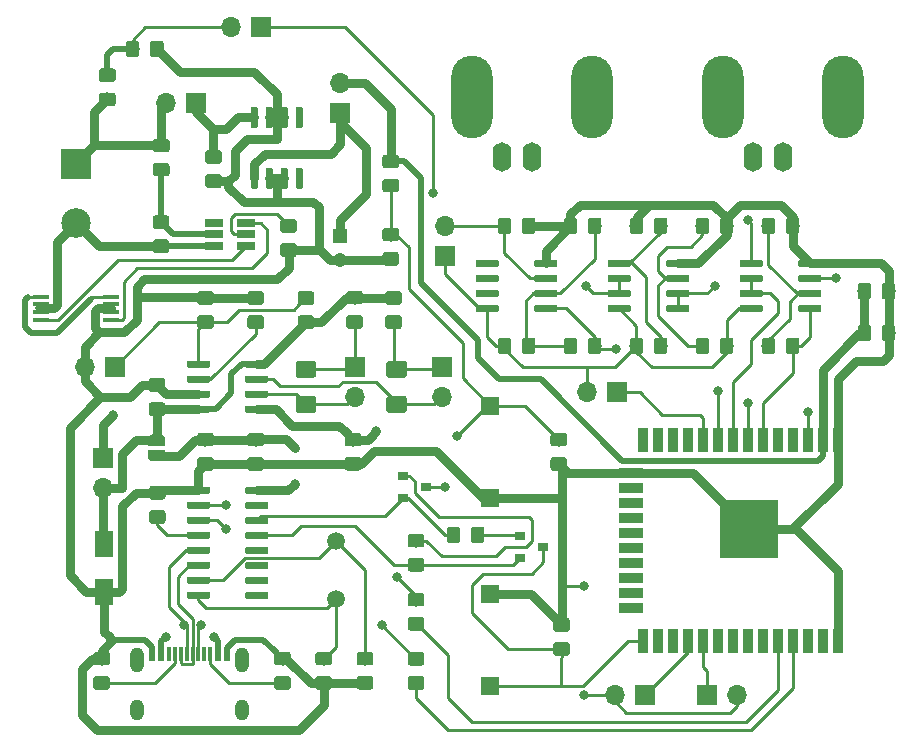
<source format=gbr>
G04 #@! TF.GenerationSoftware,KiCad,Pcbnew,(5.1.2)-1*
G04 #@! TF.CreationDate,2022-09-28T11:17:10-03:00*
G04 #@! TF.ProjectId,esp32,65737033-322e-46b6-9963-61645f706362,rev?*
G04 #@! TF.SameCoordinates,Original*
G04 #@! TF.FileFunction,Copper,L1,Top*
G04 #@! TF.FilePolarity,Positive*
%FSLAX46Y46*%
G04 Gerber Fmt 4.6, Leading zero omitted, Abs format (unit mm)*
G04 Created by KiCad (PCBNEW (5.1.2)-1) date 2022-09-28 11:17:10*
%MOMM*%
%LPD*%
G04 APERTURE LIST*
%ADD10R,0.609600X1.143000*%
%ADD11R,0.304800X1.143000*%
%ADD12O,1.200000X2.108200*%
%ADD13O,1.200000X1.803400*%
%ADD14O,0.609600X1.500000*%
%ADD15O,0.609600X1.800000*%
%ADD16C,0.100000*%
%ADD17C,1.150000*%
%ADD18O,1.700000X1.700000*%
%ADD19R,1.700000X1.700000*%
%ADD20R,1.500000X1.500000*%
%ADD21C,0.600000*%
%ADD22O,1.600000X2.500000*%
%ADD23O,3.500000X7.000000*%
%ADD24R,0.900000X2.000000*%
%ADD25R,2.000000X0.900000*%
%ADD26R,5.000000X5.000000*%
%ADD27C,0.500000*%
%ADD28C,2.500000*%
%ADD29R,2.500000X2.500000*%
%ADD30C,1.425000*%
%ADD31R,1.560000X0.650000*%
%ADD32C,1.500000*%
%ADD33R,1.550000X2.200000*%
%ADD34R,1.450000X0.450000*%
%ADD35C,1.200000*%
%ADD36R,1.200000X1.200000*%
%ADD37R,0.900000X0.800000*%
%ADD38C,0.800000*%
%ADD39C,0.750000*%
%ADD40C,0.500000*%
%ADD41C,0.250000*%
G04 APERTURE END LIST*
D10*
X99923999Y-135775700D03*
X100724000Y-135775700D03*
D11*
X101374001Y-135775700D03*
X101874000Y-135775700D03*
X102373999Y-135775700D03*
X102874000Y-135775700D03*
X103374000Y-135775700D03*
X103874001Y-135775700D03*
X104374000Y-135775700D03*
X104873999Y-135775700D03*
D10*
X105524000Y-135775700D03*
X106323999Y-135775700D03*
D12*
X98704000Y-136345700D03*
X107544000Y-136345700D03*
D13*
X98704000Y-140525701D03*
X107544000Y-140525701D03*
D14*
X107444000Y-140526000D03*
D15*
X107444000Y-136346000D03*
D14*
X98804000Y-140526000D03*
D15*
X98804000Y-136346000D03*
D16*
G36*
X96154505Y-135639204D02*
G01*
X96178773Y-135642804D01*
X96202572Y-135648765D01*
X96225671Y-135657030D01*
X96247850Y-135667520D01*
X96268893Y-135680132D01*
X96288599Y-135694747D01*
X96306777Y-135711223D01*
X96323253Y-135729401D01*
X96337868Y-135749107D01*
X96350480Y-135770150D01*
X96360970Y-135792329D01*
X96369235Y-135815428D01*
X96375196Y-135839227D01*
X96378796Y-135863495D01*
X96380000Y-135887999D01*
X96380000Y-136538001D01*
X96378796Y-136562505D01*
X96375196Y-136586773D01*
X96369235Y-136610572D01*
X96360970Y-136633671D01*
X96350480Y-136655850D01*
X96337868Y-136676893D01*
X96323253Y-136696599D01*
X96306777Y-136714777D01*
X96288599Y-136731253D01*
X96268893Y-136745868D01*
X96247850Y-136758480D01*
X96225671Y-136768970D01*
X96202572Y-136777235D01*
X96178773Y-136783196D01*
X96154505Y-136786796D01*
X96130001Y-136788000D01*
X95229999Y-136788000D01*
X95205495Y-136786796D01*
X95181227Y-136783196D01*
X95157428Y-136777235D01*
X95134329Y-136768970D01*
X95112150Y-136758480D01*
X95091107Y-136745868D01*
X95071401Y-136731253D01*
X95053223Y-136714777D01*
X95036747Y-136696599D01*
X95022132Y-136676893D01*
X95009520Y-136655850D01*
X94999030Y-136633671D01*
X94990765Y-136610572D01*
X94984804Y-136586773D01*
X94981204Y-136562505D01*
X94980000Y-136538001D01*
X94980000Y-135887999D01*
X94981204Y-135863495D01*
X94984804Y-135839227D01*
X94990765Y-135815428D01*
X94999030Y-135792329D01*
X95009520Y-135770150D01*
X95022132Y-135749107D01*
X95036747Y-135729401D01*
X95053223Y-135711223D01*
X95071401Y-135694747D01*
X95091107Y-135680132D01*
X95112150Y-135667520D01*
X95134329Y-135657030D01*
X95157428Y-135648765D01*
X95181227Y-135642804D01*
X95205495Y-135639204D01*
X95229999Y-135638000D01*
X96130001Y-135638000D01*
X96154505Y-135639204D01*
X96154505Y-135639204D01*
G37*
D17*
X95680000Y-136213000D03*
D16*
G36*
X96154505Y-137689204D02*
G01*
X96178773Y-137692804D01*
X96202572Y-137698765D01*
X96225671Y-137707030D01*
X96247850Y-137717520D01*
X96268893Y-137730132D01*
X96288599Y-137744747D01*
X96306777Y-137761223D01*
X96323253Y-137779401D01*
X96337868Y-137799107D01*
X96350480Y-137820150D01*
X96360970Y-137842329D01*
X96369235Y-137865428D01*
X96375196Y-137889227D01*
X96378796Y-137913495D01*
X96380000Y-137937999D01*
X96380000Y-138588001D01*
X96378796Y-138612505D01*
X96375196Y-138636773D01*
X96369235Y-138660572D01*
X96360970Y-138683671D01*
X96350480Y-138705850D01*
X96337868Y-138726893D01*
X96323253Y-138746599D01*
X96306777Y-138764777D01*
X96288599Y-138781253D01*
X96268893Y-138795868D01*
X96247850Y-138808480D01*
X96225671Y-138818970D01*
X96202572Y-138827235D01*
X96178773Y-138833196D01*
X96154505Y-138836796D01*
X96130001Y-138838000D01*
X95229999Y-138838000D01*
X95205495Y-138836796D01*
X95181227Y-138833196D01*
X95157428Y-138827235D01*
X95134329Y-138818970D01*
X95112150Y-138808480D01*
X95091107Y-138795868D01*
X95071401Y-138781253D01*
X95053223Y-138764777D01*
X95036747Y-138746599D01*
X95022132Y-138726893D01*
X95009520Y-138705850D01*
X94999030Y-138683671D01*
X94990765Y-138660572D01*
X94984804Y-138636773D01*
X94981204Y-138612505D01*
X94980000Y-138588001D01*
X94980000Y-137937999D01*
X94981204Y-137913495D01*
X94984804Y-137889227D01*
X94990765Y-137865428D01*
X94999030Y-137842329D01*
X95009520Y-137820150D01*
X95022132Y-137799107D01*
X95036747Y-137779401D01*
X95053223Y-137761223D01*
X95071401Y-137744747D01*
X95091107Y-137730132D01*
X95112150Y-137717520D01*
X95134329Y-137707030D01*
X95157428Y-137698765D01*
X95181227Y-137692804D01*
X95205495Y-137689204D01*
X95229999Y-137688000D01*
X96130001Y-137688000D01*
X96154505Y-137689204D01*
X96154505Y-137689204D01*
G37*
D17*
X95680000Y-138263000D03*
D16*
G36*
X111472505Y-135639204D02*
G01*
X111496773Y-135642804D01*
X111520572Y-135648765D01*
X111543671Y-135657030D01*
X111565850Y-135667520D01*
X111586893Y-135680132D01*
X111606599Y-135694747D01*
X111624777Y-135711223D01*
X111641253Y-135729401D01*
X111655868Y-135749107D01*
X111668480Y-135770150D01*
X111678970Y-135792329D01*
X111687235Y-135815428D01*
X111693196Y-135839227D01*
X111696796Y-135863495D01*
X111698000Y-135887999D01*
X111698000Y-136538001D01*
X111696796Y-136562505D01*
X111693196Y-136586773D01*
X111687235Y-136610572D01*
X111678970Y-136633671D01*
X111668480Y-136655850D01*
X111655868Y-136676893D01*
X111641253Y-136696599D01*
X111624777Y-136714777D01*
X111606599Y-136731253D01*
X111586893Y-136745868D01*
X111565850Y-136758480D01*
X111543671Y-136768970D01*
X111520572Y-136777235D01*
X111496773Y-136783196D01*
X111472505Y-136786796D01*
X111448001Y-136788000D01*
X110547999Y-136788000D01*
X110523495Y-136786796D01*
X110499227Y-136783196D01*
X110475428Y-136777235D01*
X110452329Y-136768970D01*
X110430150Y-136758480D01*
X110409107Y-136745868D01*
X110389401Y-136731253D01*
X110371223Y-136714777D01*
X110354747Y-136696599D01*
X110340132Y-136676893D01*
X110327520Y-136655850D01*
X110317030Y-136633671D01*
X110308765Y-136610572D01*
X110302804Y-136586773D01*
X110299204Y-136562505D01*
X110298000Y-136538001D01*
X110298000Y-135887999D01*
X110299204Y-135863495D01*
X110302804Y-135839227D01*
X110308765Y-135815428D01*
X110317030Y-135792329D01*
X110327520Y-135770150D01*
X110340132Y-135749107D01*
X110354747Y-135729401D01*
X110371223Y-135711223D01*
X110389401Y-135694747D01*
X110409107Y-135680132D01*
X110430150Y-135667520D01*
X110452329Y-135657030D01*
X110475428Y-135648765D01*
X110499227Y-135642804D01*
X110523495Y-135639204D01*
X110547999Y-135638000D01*
X111448001Y-135638000D01*
X111472505Y-135639204D01*
X111472505Y-135639204D01*
G37*
D17*
X110998000Y-136213000D03*
D16*
G36*
X111472505Y-137689204D02*
G01*
X111496773Y-137692804D01*
X111520572Y-137698765D01*
X111543671Y-137707030D01*
X111565850Y-137717520D01*
X111586893Y-137730132D01*
X111606599Y-137744747D01*
X111624777Y-137761223D01*
X111641253Y-137779401D01*
X111655868Y-137799107D01*
X111668480Y-137820150D01*
X111678970Y-137842329D01*
X111687235Y-137865428D01*
X111693196Y-137889227D01*
X111696796Y-137913495D01*
X111698000Y-137937999D01*
X111698000Y-138588001D01*
X111696796Y-138612505D01*
X111693196Y-138636773D01*
X111687235Y-138660572D01*
X111678970Y-138683671D01*
X111668480Y-138705850D01*
X111655868Y-138726893D01*
X111641253Y-138746599D01*
X111624777Y-138764777D01*
X111606599Y-138781253D01*
X111586893Y-138795868D01*
X111565850Y-138808480D01*
X111543671Y-138818970D01*
X111520572Y-138827235D01*
X111496773Y-138833196D01*
X111472505Y-138836796D01*
X111448001Y-138838000D01*
X110547999Y-138838000D01*
X110523495Y-138836796D01*
X110499227Y-138833196D01*
X110475428Y-138827235D01*
X110452329Y-138818970D01*
X110430150Y-138808480D01*
X110409107Y-138795868D01*
X110389401Y-138781253D01*
X110371223Y-138764777D01*
X110354747Y-138746599D01*
X110340132Y-138726893D01*
X110327520Y-138705850D01*
X110317030Y-138683671D01*
X110308765Y-138660572D01*
X110302804Y-138636773D01*
X110299204Y-138612505D01*
X110298000Y-138588001D01*
X110298000Y-137937999D01*
X110299204Y-137913495D01*
X110302804Y-137889227D01*
X110308765Y-137865428D01*
X110317030Y-137842329D01*
X110327520Y-137820150D01*
X110340132Y-137799107D01*
X110354747Y-137779401D01*
X110371223Y-137761223D01*
X110389401Y-137744747D01*
X110409107Y-137730132D01*
X110430150Y-137717520D01*
X110452329Y-137707030D01*
X110475428Y-137698765D01*
X110499227Y-137692804D01*
X110523495Y-137689204D01*
X110547999Y-137688000D01*
X111448001Y-137688000D01*
X111472505Y-137689204D01*
X111472505Y-137689204D01*
G37*
D17*
X110998000Y-138263000D03*
D18*
X136779000Y-113665000D03*
D19*
X139319000Y-113665000D03*
D18*
X106629200Y-82753200D03*
D19*
X109169200Y-82753200D03*
D18*
X149479000Y-139255500D03*
D19*
X146939000Y-139255500D03*
D18*
X139128500Y-139319000D03*
D19*
X141668500Y-139319000D03*
D18*
X95758000Y-121793000D03*
D19*
X95758000Y-119253000D03*
D20*
X128580000Y-122595000D03*
X128580000Y-114795000D03*
D16*
G36*
X140350703Y-106253722D02*
G01*
X140365264Y-106255882D01*
X140379543Y-106259459D01*
X140393403Y-106264418D01*
X140406710Y-106270712D01*
X140419336Y-106278280D01*
X140431159Y-106287048D01*
X140442066Y-106296934D01*
X140451952Y-106307841D01*
X140460720Y-106319664D01*
X140468288Y-106332290D01*
X140474582Y-106345597D01*
X140479541Y-106359457D01*
X140483118Y-106373736D01*
X140485278Y-106388297D01*
X140486000Y-106403000D01*
X140486000Y-106703000D01*
X140485278Y-106717703D01*
X140483118Y-106732264D01*
X140479541Y-106746543D01*
X140474582Y-106760403D01*
X140468288Y-106773710D01*
X140460720Y-106786336D01*
X140451952Y-106798159D01*
X140442066Y-106809066D01*
X140431159Y-106818952D01*
X140419336Y-106827720D01*
X140406710Y-106835288D01*
X140393403Y-106841582D01*
X140379543Y-106846541D01*
X140365264Y-106850118D01*
X140350703Y-106852278D01*
X140336000Y-106853000D01*
X138686000Y-106853000D01*
X138671297Y-106852278D01*
X138656736Y-106850118D01*
X138642457Y-106846541D01*
X138628597Y-106841582D01*
X138615290Y-106835288D01*
X138602664Y-106827720D01*
X138590841Y-106818952D01*
X138579934Y-106809066D01*
X138570048Y-106798159D01*
X138561280Y-106786336D01*
X138553712Y-106773710D01*
X138547418Y-106760403D01*
X138542459Y-106746543D01*
X138538882Y-106732264D01*
X138536722Y-106717703D01*
X138536000Y-106703000D01*
X138536000Y-106403000D01*
X138536722Y-106388297D01*
X138538882Y-106373736D01*
X138542459Y-106359457D01*
X138547418Y-106345597D01*
X138553712Y-106332290D01*
X138561280Y-106319664D01*
X138570048Y-106307841D01*
X138579934Y-106296934D01*
X138590841Y-106287048D01*
X138602664Y-106278280D01*
X138615290Y-106270712D01*
X138628597Y-106264418D01*
X138642457Y-106259459D01*
X138656736Y-106255882D01*
X138671297Y-106253722D01*
X138686000Y-106253000D01*
X140336000Y-106253000D01*
X140350703Y-106253722D01*
X140350703Y-106253722D01*
G37*
D21*
X139511000Y-106553000D03*
D16*
G36*
X140350703Y-104983722D02*
G01*
X140365264Y-104985882D01*
X140379543Y-104989459D01*
X140393403Y-104994418D01*
X140406710Y-105000712D01*
X140419336Y-105008280D01*
X140431159Y-105017048D01*
X140442066Y-105026934D01*
X140451952Y-105037841D01*
X140460720Y-105049664D01*
X140468288Y-105062290D01*
X140474582Y-105075597D01*
X140479541Y-105089457D01*
X140483118Y-105103736D01*
X140485278Y-105118297D01*
X140486000Y-105133000D01*
X140486000Y-105433000D01*
X140485278Y-105447703D01*
X140483118Y-105462264D01*
X140479541Y-105476543D01*
X140474582Y-105490403D01*
X140468288Y-105503710D01*
X140460720Y-105516336D01*
X140451952Y-105528159D01*
X140442066Y-105539066D01*
X140431159Y-105548952D01*
X140419336Y-105557720D01*
X140406710Y-105565288D01*
X140393403Y-105571582D01*
X140379543Y-105576541D01*
X140365264Y-105580118D01*
X140350703Y-105582278D01*
X140336000Y-105583000D01*
X138686000Y-105583000D01*
X138671297Y-105582278D01*
X138656736Y-105580118D01*
X138642457Y-105576541D01*
X138628597Y-105571582D01*
X138615290Y-105565288D01*
X138602664Y-105557720D01*
X138590841Y-105548952D01*
X138579934Y-105539066D01*
X138570048Y-105528159D01*
X138561280Y-105516336D01*
X138553712Y-105503710D01*
X138547418Y-105490403D01*
X138542459Y-105476543D01*
X138538882Y-105462264D01*
X138536722Y-105447703D01*
X138536000Y-105433000D01*
X138536000Y-105133000D01*
X138536722Y-105118297D01*
X138538882Y-105103736D01*
X138542459Y-105089457D01*
X138547418Y-105075597D01*
X138553712Y-105062290D01*
X138561280Y-105049664D01*
X138570048Y-105037841D01*
X138579934Y-105026934D01*
X138590841Y-105017048D01*
X138602664Y-105008280D01*
X138615290Y-105000712D01*
X138628597Y-104994418D01*
X138642457Y-104989459D01*
X138656736Y-104985882D01*
X138671297Y-104983722D01*
X138686000Y-104983000D01*
X140336000Y-104983000D01*
X140350703Y-104983722D01*
X140350703Y-104983722D01*
G37*
D21*
X139511000Y-105283000D03*
D16*
G36*
X140350703Y-103713722D02*
G01*
X140365264Y-103715882D01*
X140379543Y-103719459D01*
X140393403Y-103724418D01*
X140406710Y-103730712D01*
X140419336Y-103738280D01*
X140431159Y-103747048D01*
X140442066Y-103756934D01*
X140451952Y-103767841D01*
X140460720Y-103779664D01*
X140468288Y-103792290D01*
X140474582Y-103805597D01*
X140479541Y-103819457D01*
X140483118Y-103833736D01*
X140485278Y-103848297D01*
X140486000Y-103863000D01*
X140486000Y-104163000D01*
X140485278Y-104177703D01*
X140483118Y-104192264D01*
X140479541Y-104206543D01*
X140474582Y-104220403D01*
X140468288Y-104233710D01*
X140460720Y-104246336D01*
X140451952Y-104258159D01*
X140442066Y-104269066D01*
X140431159Y-104278952D01*
X140419336Y-104287720D01*
X140406710Y-104295288D01*
X140393403Y-104301582D01*
X140379543Y-104306541D01*
X140365264Y-104310118D01*
X140350703Y-104312278D01*
X140336000Y-104313000D01*
X138686000Y-104313000D01*
X138671297Y-104312278D01*
X138656736Y-104310118D01*
X138642457Y-104306541D01*
X138628597Y-104301582D01*
X138615290Y-104295288D01*
X138602664Y-104287720D01*
X138590841Y-104278952D01*
X138579934Y-104269066D01*
X138570048Y-104258159D01*
X138561280Y-104246336D01*
X138553712Y-104233710D01*
X138547418Y-104220403D01*
X138542459Y-104206543D01*
X138538882Y-104192264D01*
X138536722Y-104177703D01*
X138536000Y-104163000D01*
X138536000Y-103863000D01*
X138536722Y-103848297D01*
X138538882Y-103833736D01*
X138542459Y-103819457D01*
X138547418Y-103805597D01*
X138553712Y-103792290D01*
X138561280Y-103779664D01*
X138570048Y-103767841D01*
X138579934Y-103756934D01*
X138590841Y-103747048D01*
X138602664Y-103738280D01*
X138615290Y-103730712D01*
X138628597Y-103724418D01*
X138642457Y-103719459D01*
X138656736Y-103715882D01*
X138671297Y-103713722D01*
X138686000Y-103713000D01*
X140336000Y-103713000D01*
X140350703Y-103713722D01*
X140350703Y-103713722D01*
G37*
D21*
X139511000Y-104013000D03*
D16*
G36*
X140350703Y-102443722D02*
G01*
X140365264Y-102445882D01*
X140379543Y-102449459D01*
X140393403Y-102454418D01*
X140406710Y-102460712D01*
X140419336Y-102468280D01*
X140431159Y-102477048D01*
X140442066Y-102486934D01*
X140451952Y-102497841D01*
X140460720Y-102509664D01*
X140468288Y-102522290D01*
X140474582Y-102535597D01*
X140479541Y-102549457D01*
X140483118Y-102563736D01*
X140485278Y-102578297D01*
X140486000Y-102593000D01*
X140486000Y-102893000D01*
X140485278Y-102907703D01*
X140483118Y-102922264D01*
X140479541Y-102936543D01*
X140474582Y-102950403D01*
X140468288Y-102963710D01*
X140460720Y-102976336D01*
X140451952Y-102988159D01*
X140442066Y-102999066D01*
X140431159Y-103008952D01*
X140419336Y-103017720D01*
X140406710Y-103025288D01*
X140393403Y-103031582D01*
X140379543Y-103036541D01*
X140365264Y-103040118D01*
X140350703Y-103042278D01*
X140336000Y-103043000D01*
X138686000Y-103043000D01*
X138671297Y-103042278D01*
X138656736Y-103040118D01*
X138642457Y-103036541D01*
X138628597Y-103031582D01*
X138615290Y-103025288D01*
X138602664Y-103017720D01*
X138590841Y-103008952D01*
X138579934Y-102999066D01*
X138570048Y-102988159D01*
X138561280Y-102976336D01*
X138553712Y-102963710D01*
X138547418Y-102950403D01*
X138542459Y-102936543D01*
X138538882Y-102922264D01*
X138536722Y-102907703D01*
X138536000Y-102893000D01*
X138536000Y-102593000D01*
X138536722Y-102578297D01*
X138538882Y-102563736D01*
X138542459Y-102549457D01*
X138547418Y-102535597D01*
X138553712Y-102522290D01*
X138561280Y-102509664D01*
X138570048Y-102497841D01*
X138579934Y-102486934D01*
X138590841Y-102477048D01*
X138602664Y-102468280D01*
X138615290Y-102460712D01*
X138628597Y-102454418D01*
X138642457Y-102449459D01*
X138656736Y-102445882D01*
X138671297Y-102443722D01*
X138686000Y-102443000D01*
X140336000Y-102443000D01*
X140350703Y-102443722D01*
X140350703Y-102443722D01*
G37*
D21*
X139511000Y-102743000D03*
D16*
G36*
X145300703Y-102443722D02*
G01*
X145315264Y-102445882D01*
X145329543Y-102449459D01*
X145343403Y-102454418D01*
X145356710Y-102460712D01*
X145369336Y-102468280D01*
X145381159Y-102477048D01*
X145392066Y-102486934D01*
X145401952Y-102497841D01*
X145410720Y-102509664D01*
X145418288Y-102522290D01*
X145424582Y-102535597D01*
X145429541Y-102549457D01*
X145433118Y-102563736D01*
X145435278Y-102578297D01*
X145436000Y-102593000D01*
X145436000Y-102893000D01*
X145435278Y-102907703D01*
X145433118Y-102922264D01*
X145429541Y-102936543D01*
X145424582Y-102950403D01*
X145418288Y-102963710D01*
X145410720Y-102976336D01*
X145401952Y-102988159D01*
X145392066Y-102999066D01*
X145381159Y-103008952D01*
X145369336Y-103017720D01*
X145356710Y-103025288D01*
X145343403Y-103031582D01*
X145329543Y-103036541D01*
X145315264Y-103040118D01*
X145300703Y-103042278D01*
X145286000Y-103043000D01*
X143636000Y-103043000D01*
X143621297Y-103042278D01*
X143606736Y-103040118D01*
X143592457Y-103036541D01*
X143578597Y-103031582D01*
X143565290Y-103025288D01*
X143552664Y-103017720D01*
X143540841Y-103008952D01*
X143529934Y-102999066D01*
X143520048Y-102988159D01*
X143511280Y-102976336D01*
X143503712Y-102963710D01*
X143497418Y-102950403D01*
X143492459Y-102936543D01*
X143488882Y-102922264D01*
X143486722Y-102907703D01*
X143486000Y-102893000D01*
X143486000Y-102593000D01*
X143486722Y-102578297D01*
X143488882Y-102563736D01*
X143492459Y-102549457D01*
X143497418Y-102535597D01*
X143503712Y-102522290D01*
X143511280Y-102509664D01*
X143520048Y-102497841D01*
X143529934Y-102486934D01*
X143540841Y-102477048D01*
X143552664Y-102468280D01*
X143565290Y-102460712D01*
X143578597Y-102454418D01*
X143592457Y-102449459D01*
X143606736Y-102445882D01*
X143621297Y-102443722D01*
X143636000Y-102443000D01*
X145286000Y-102443000D01*
X145300703Y-102443722D01*
X145300703Y-102443722D01*
G37*
D21*
X144461000Y-102743000D03*
D16*
G36*
X145300703Y-103713722D02*
G01*
X145315264Y-103715882D01*
X145329543Y-103719459D01*
X145343403Y-103724418D01*
X145356710Y-103730712D01*
X145369336Y-103738280D01*
X145381159Y-103747048D01*
X145392066Y-103756934D01*
X145401952Y-103767841D01*
X145410720Y-103779664D01*
X145418288Y-103792290D01*
X145424582Y-103805597D01*
X145429541Y-103819457D01*
X145433118Y-103833736D01*
X145435278Y-103848297D01*
X145436000Y-103863000D01*
X145436000Y-104163000D01*
X145435278Y-104177703D01*
X145433118Y-104192264D01*
X145429541Y-104206543D01*
X145424582Y-104220403D01*
X145418288Y-104233710D01*
X145410720Y-104246336D01*
X145401952Y-104258159D01*
X145392066Y-104269066D01*
X145381159Y-104278952D01*
X145369336Y-104287720D01*
X145356710Y-104295288D01*
X145343403Y-104301582D01*
X145329543Y-104306541D01*
X145315264Y-104310118D01*
X145300703Y-104312278D01*
X145286000Y-104313000D01*
X143636000Y-104313000D01*
X143621297Y-104312278D01*
X143606736Y-104310118D01*
X143592457Y-104306541D01*
X143578597Y-104301582D01*
X143565290Y-104295288D01*
X143552664Y-104287720D01*
X143540841Y-104278952D01*
X143529934Y-104269066D01*
X143520048Y-104258159D01*
X143511280Y-104246336D01*
X143503712Y-104233710D01*
X143497418Y-104220403D01*
X143492459Y-104206543D01*
X143488882Y-104192264D01*
X143486722Y-104177703D01*
X143486000Y-104163000D01*
X143486000Y-103863000D01*
X143486722Y-103848297D01*
X143488882Y-103833736D01*
X143492459Y-103819457D01*
X143497418Y-103805597D01*
X143503712Y-103792290D01*
X143511280Y-103779664D01*
X143520048Y-103767841D01*
X143529934Y-103756934D01*
X143540841Y-103747048D01*
X143552664Y-103738280D01*
X143565290Y-103730712D01*
X143578597Y-103724418D01*
X143592457Y-103719459D01*
X143606736Y-103715882D01*
X143621297Y-103713722D01*
X143636000Y-103713000D01*
X145286000Y-103713000D01*
X145300703Y-103713722D01*
X145300703Y-103713722D01*
G37*
D21*
X144461000Y-104013000D03*
D16*
G36*
X145300703Y-104983722D02*
G01*
X145315264Y-104985882D01*
X145329543Y-104989459D01*
X145343403Y-104994418D01*
X145356710Y-105000712D01*
X145369336Y-105008280D01*
X145381159Y-105017048D01*
X145392066Y-105026934D01*
X145401952Y-105037841D01*
X145410720Y-105049664D01*
X145418288Y-105062290D01*
X145424582Y-105075597D01*
X145429541Y-105089457D01*
X145433118Y-105103736D01*
X145435278Y-105118297D01*
X145436000Y-105133000D01*
X145436000Y-105433000D01*
X145435278Y-105447703D01*
X145433118Y-105462264D01*
X145429541Y-105476543D01*
X145424582Y-105490403D01*
X145418288Y-105503710D01*
X145410720Y-105516336D01*
X145401952Y-105528159D01*
X145392066Y-105539066D01*
X145381159Y-105548952D01*
X145369336Y-105557720D01*
X145356710Y-105565288D01*
X145343403Y-105571582D01*
X145329543Y-105576541D01*
X145315264Y-105580118D01*
X145300703Y-105582278D01*
X145286000Y-105583000D01*
X143636000Y-105583000D01*
X143621297Y-105582278D01*
X143606736Y-105580118D01*
X143592457Y-105576541D01*
X143578597Y-105571582D01*
X143565290Y-105565288D01*
X143552664Y-105557720D01*
X143540841Y-105548952D01*
X143529934Y-105539066D01*
X143520048Y-105528159D01*
X143511280Y-105516336D01*
X143503712Y-105503710D01*
X143497418Y-105490403D01*
X143492459Y-105476543D01*
X143488882Y-105462264D01*
X143486722Y-105447703D01*
X143486000Y-105433000D01*
X143486000Y-105133000D01*
X143486722Y-105118297D01*
X143488882Y-105103736D01*
X143492459Y-105089457D01*
X143497418Y-105075597D01*
X143503712Y-105062290D01*
X143511280Y-105049664D01*
X143520048Y-105037841D01*
X143529934Y-105026934D01*
X143540841Y-105017048D01*
X143552664Y-105008280D01*
X143565290Y-105000712D01*
X143578597Y-104994418D01*
X143592457Y-104989459D01*
X143606736Y-104985882D01*
X143621297Y-104983722D01*
X143636000Y-104983000D01*
X145286000Y-104983000D01*
X145300703Y-104983722D01*
X145300703Y-104983722D01*
G37*
D21*
X144461000Y-105283000D03*
D16*
G36*
X145300703Y-106253722D02*
G01*
X145315264Y-106255882D01*
X145329543Y-106259459D01*
X145343403Y-106264418D01*
X145356710Y-106270712D01*
X145369336Y-106278280D01*
X145381159Y-106287048D01*
X145392066Y-106296934D01*
X145401952Y-106307841D01*
X145410720Y-106319664D01*
X145418288Y-106332290D01*
X145424582Y-106345597D01*
X145429541Y-106359457D01*
X145433118Y-106373736D01*
X145435278Y-106388297D01*
X145436000Y-106403000D01*
X145436000Y-106703000D01*
X145435278Y-106717703D01*
X145433118Y-106732264D01*
X145429541Y-106746543D01*
X145424582Y-106760403D01*
X145418288Y-106773710D01*
X145410720Y-106786336D01*
X145401952Y-106798159D01*
X145392066Y-106809066D01*
X145381159Y-106818952D01*
X145369336Y-106827720D01*
X145356710Y-106835288D01*
X145343403Y-106841582D01*
X145329543Y-106846541D01*
X145315264Y-106850118D01*
X145300703Y-106852278D01*
X145286000Y-106853000D01*
X143636000Y-106853000D01*
X143621297Y-106852278D01*
X143606736Y-106850118D01*
X143592457Y-106846541D01*
X143578597Y-106841582D01*
X143565290Y-106835288D01*
X143552664Y-106827720D01*
X143540841Y-106818952D01*
X143529934Y-106809066D01*
X143520048Y-106798159D01*
X143511280Y-106786336D01*
X143503712Y-106773710D01*
X143497418Y-106760403D01*
X143492459Y-106746543D01*
X143488882Y-106732264D01*
X143486722Y-106717703D01*
X143486000Y-106703000D01*
X143486000Y-106403000D01*
X143486722Y-106388297D01*
X143488882Y-106373736D01*
X143492459Y-106359457D01*
X143497418Y-106345597D01*
X143503712Y-106332290D01*
X143511280Y-106319664D01*
X143520048Y-106307841D01*
X143529934Y-106296934D01*
X143540841Y-106287048D01*
X143552664Y-106278280D01*
X143565290Y-106270712D01*
X143578597Y-106264418D01*
X143592457Y-106259459D01*
X143606736Y-106255882D01*
X143621297Y-106253722D01*
X143636000Y-106253000D01*
X145286000Y-106253000D01*
X145300703Y-106253722D01*
X145300703Y-106253722D01*
G37*
D21*
X144461000Y-106553000D03*
D22*
X129540000Y-93726000D03*
X132080000Y-93726000D03*
D23*
X137160000Y-88646000D03*
X127000000Y-88646000D03*
D22*
X150846000Y-93726000D03*
X153386000Y-93726000D03*
D23*
X158466000Y-88646000D03*
X148306000Y-88646000D03*
D24*
X158000000Y-134738000D03*
X156730000Y-134738000D03*
X155460000Y-134738000D03*
X154190000Y-134738000D03*
X152920000Y-134738000D03*
X151650000Y-134738000D03*
X150380000Y-134738000D03*
X149110000Y-134738000D03*
X147840000Y-134738000D03*
X146570000Y-134738000D03*
X145300000Y-134738000D03*
X144030000Y-134738000D03*
X142760000Y-134738000D03*
X141490000Y-134738000D03*
D25*
X140490000Y-131953000D03*
X140490000Y-130683000D03*
X140490000Y-129413000D03*
X140490000Y-128143000D03*
X140490000Y-126873000D03*
X140490000Y-125603000D03*
X140490000Y-124333000D03*
X140490000Y-123063000D03*
X140490000Y-121793000D03*
X140490000Y-120523000D03*
D24*
X141490000Y-117738000D03*
X142760000Y-117738000D03*
X144030000Y-117738000D03*
X145300000Y-117738000D03*
X146570000Y-117738000D03*
X147840000Y-117738000D03*
X149110000Y-117738000D03*
X150380000Y-117738000D03*
X151650000Y-117738000D03*
X152920000Y-117738000D03*
X154190000Y-117738000D03*
X155460000Y-117738000D03*
X156730000Y-117738000D03*
X158000000Y-117738000D03*
D26*
X150500000Y-125238000D03*
D16*
G36*
X109654703Y-121645722D02*
G01*
X109669264Y-121647882D01*
X109683543Y-121651459D01*
X109697403Y-121656418D01*
X109710710Y-121662712D01*
X109723336Y-121670280D01*
X109735159Y-121679048D01*
X109746066Y-121688934D01*
X109755952Y-121699841D01*
X109764720Y-121711664D01*
X109772288Y-121724290D01*
X109778582Y-121737597D01*
X109783541Y-121751457D01*
X109787118Y-121765736D01*
X109789278Y-121780297D01*
X109790000Y-121795000D01*
X109790000Y-122095000D01*
X109789278Y-122109703D01*
X109787118Y-122124264D01*
X109783541Y-122138543D01*
X109778582Y-122152403D01*
X109772288Y-122165710D01*
X109764720Y-122178336D01*
X109755952Y-122190159D01*
X109746066Y-122201066D01*
X109735159Y-122210952D01*
X109723336Y-122219720D01*
X109710710Y-122227288D01*
X109697403Y-122233582D01*
X109683543Y-122238541D01*
X109669264Y-122242118D01*
X109654703Y-122244278D01*
X109640000Y-122245000D01*
X107990000Y-122245000D01*
X107975297Y-122244278D01*
X107960736Y-122242118D01*
X107946457Y-122238541D01*
X107932597Y-122233582D01*
X107919290Y-122227288D01*
X107906664Y-122219720D01*
X107894841Y-122210952D01*
X107883934Y-122201066D01*
X107874048Y-122190159D01*
X107865280Y-122178336D01*
X107857712Y-122165710D01*
X107851418Y-122152403D01*
X107846459Y-122138543D01*
X107842882Y-122124264D01*
X107840722Y-122109703D01*
X107840000Y-122095000D01*
X107840000Y-121795000D01*
X107840722Y-121780297D01*
X107842882Y-121765736D01*
X107846459Y-121751457D01*
X107851418Y-121737597D01*
X107857712Y-121724290D01*
X107865280Y-121711664D01*
X107874048Y-121699841D01*
X107883934Y-121688934D01*
X107894841Y-121679048D01*
X107906664Y-121670280D01*
X107919290Y-121662712D01*
X107932597Y-121656418D01*
X107946457Y-121651459D01*
X107960736Y-121647882D01*
X107975297Y-121645722D01*
X107990000Y-121645000D01*
X109640000Y-121645000D01*
X109654703Y-121645722D01*
X109654703Y-121645722D01*
G37*
D21*
X108815000Y-121945000D03*
D16*
G36*
X109654703Y-122915722D02*
G01*
X109669264Y-122917882D01*
X109683543Y-122921459D01*
X109697403Y-122926418D01*
X109710710Y-122932712D01*
X109723336Y-122940280D01*
X109735159Y-122949048D01*
X109746066Y-122958934D01*
X109755952Y-122969841D01*
X109764720Y-122981664D01*
X109772288Y-122994290D01*
X109778582Y-123007597D01*
X109783541Y-123021457D01*
X109787118Y-123035736D01*
X109789278Y-123050297D01*
X109790000Y-123065000D01*
X109790000Y-123365000D01*
X109789278Y-123379703D01*
X109787118Y-123394264D01*
X109783541Y-123408543D01*
X109778582Y-123422403D01*
X109772288Y-123435710D01*
X109764720Y-123448336D01*
X109755952Y-123460159D01*
X109746066Y-123471066D01*
X109735159Y-123480952D01*
X109723336Y-123489720D01*
X109710710Y-123497288D01*
X109697403Y-123503582D01*
X109683543Y-123508541D01*
X109669264Y-123512118D01*
X109654703Y-123514278D01*
X109640000Y-123515000D01*
X107990000Y-123515000D01*
X107975297Y-123514278D01*
X107960736Y-123512118D01*
X107946457Y-123508541D01*
X107932597Y-123503582D01*
X107919290Y-123497288D01*
X107906664Y-123489720D01*
X107894841Y-123480952D01*
X107883934Y-123471066D01*
X107874048Y-123460159D01*
X107865280Y-123448336D01*
X107857712Y-123435710D01*
X107851418Y-123422403D01*
X107846459Y-123408543D01*
X107842882Y-123394264D01*
X107840722Y-123379703D01*
X107840000Y-123365000D01*
X107840000Y-123065000D01*
X107840722Y-123050297D01*
X107842882Y-123035736D01*
X107846459Y-123021457D01*
X107851418Y-123007597D01*
X107857712Y-122994290D01*
X107865280Y-122981664D01*
X107874048Y-122969841D01*
X107883934Y-122958934D01*
X107894841Y-122949048D01*
X107906664Y-122940280D01*
X107919290Y-122932712D01*
X107932597Y-122926418D01*
X107946457Y-122921459D01*
X107960736Y-122917882D01*
X107975297Y-122915722D01*
X107990000Y-122915000D01*
X109640000Y-122915000D01*
X109654703Y-122915722D01*
X109654703Y-122915722D01*
G37*
D21*
X108815000Y-123215000D03*
D16*
G36*
X109654703Y-124185722D02*
G01*
X109669264Y-124187882D01*
X109683543Y-124191459D01*
X109697403Y-124196418D01*
X109710710Y-124202712D01*
X109723336Y-124210280D01*
X109735159Y-124219048D01*
X109746066Y-124228934D01*
X109755952Y-124239841D01*
X109764720Y-124251664D01*
X109772288Y-124264290D01*
X109778582Y-124277597D01*
X109783541Y-124291457D01*
X109787118Y-124305736D01*
X109789278Y-124320297D01*
X109790000Y-124335000D01*
X109790000Y-124635000D01*
X109789278Y-124649703D01*
X109787118Y-124664264D01*
X109783541Y-124678543D01*
X109778582Y-124692403D01*
X109772288Y-124705710D01*
X109764720Y-124718336D01*
X109755952Y-124730159D01*
X109746066Y-124741066D01*
X109735159Y-124750952D01*
X109723336Y-124759720D01*
X109710710Y-124767288D01*
X109697403Y-124773582D01*
X109683543Y-124778541D01*
X109669264Y-124782118D01*
X109654703Y-124784278D01*
X109640000Y-124785000D01*
X107990000Y-124785000D01*
X107975297Y-124784278D01*
X107960736Y-124782118D01*
X107946457Y-124778541D01*
X107932597Y-124773582D01*
X107919290Y-124767288D01*
X107906664Y-124759720D01*
X107894841Y-124750952D01*
X107883934Y-124741066D01*
X107874048Y-124730159D01*
X107865280Y-124718336D01*
X107857712Y-124705710D01*
X107851418Y-124692403D01*
X107846459Y-124678543D01*
X107842882Y-124664264D01*
X107840722Y-124649703D01*
X107840000Y-124635000D01*
X107840000Y-124335000D01*
X107840722Y-124320297D01*
X107842882Y-124305736D01*
X107846459Y-124291457D01*
X107851418Y-124277597D01*
X107857712Y-124264290D01*
X107865280Y-124251664D01*
X107874048Y-124239841D01*
X107883934Y-124228934D01*
X107894841Y-124219048D01*
X107906664Y-124210280D01*
X107919290Y-124202712D01*
X107932597Y-124196418D01*
X107946457Y-124191459D01*
X107960736Y-124187882D01*
X107975297Y-124185722D01*
X107990000Y-124185000D01*
X109640000Y-124185000D01*
X109654703Y-124185722D01*
X109654703Y-124185722D01*
G37*
D21*
X108815000Y-124485000D03*
D16*
G36*
X109654703Y-125455722D02*
G01*
X109669264Y-125457882D01*
X109683543Y-125461459D01*
X109697403Y-125466418D01*
X109710710Y-125472712D01*
X109723336Y-125480280D01*
X109735159Y-125489048D01*
X109746066Y-125498934D01*
X109755952Y-125509841D01*
X109764720Y-125521664D01*
X109772288Y-125534290D01*
X109778582Y-125547597D01*
X109783541Y-125561457D01*
X109787118Y-125575736D01*
X109789278Y-125590297D01*
X109790000Y-125605000D01*
X109790000Y-125905000D01*
X109789278Y-125919703D01*
X109787118Y-125934264D01*
X109783541Y-125948543D01*
X109778582Y-125962403D01*
X109772288Y-125975710D01*
X109764720Y-125988336D01*
X109755952Y-126000159D01*
X109746066Y-126011066D01*
X109735159Y-126020952D01*
X109723336Y-126029720D01*
X109710710Y-126037288D01*
X109697403Y-126043582D01*
X109683543Y-126048541D01*
X109669264Y-126052118D01*
X109654703Y-126054278D01*
X109640000Y-126055000D01*
X107990000Y-126055000D01*
X107975297Y-126054278D01*
X107960736Y-126052118D01*
X107946457Y-126048541D01*
X107932597Y-126043582D01*
X107919290Y-126037288D01*
X107906664Y-126029720D01*
X107894841Y-126020952D01*
X107883934Y-126011066D01*
X107874048Y-126000159D01*
X107865280Y-125988336D01*
X107857712Y-125975710D01*
X107851418Y-125962403D01*
X107846459Y-125948543D01*
X107842882Y-125934264D01*
X107840722Y-125919703D01*
X107840000Y-125905000D01*
X107840000Y-125605000D01*
X107840722Y-125590297D01*
X107842882Y-125575736D01*
X107846459Y-125561457D01*
X107851418Y-125547597D01*
X107857712Y-125534290D01*
X107865280Y-125521664D01*
X107874048Y-125509841D01*
X107883934Y-125498934D01*
X107894841Y-125489048D01*
X107906664Y-125480280D01*
X107919290Y-125472712D01*
X107932597Y-125466418D01*
X107946457Y-125461459D01*
X107960736Y-125457882D01*
X107975297Y-125455722D01*
X107990000Y-125455000D01*
X109640000Y-125455000D01*
X109654703Y-125455722D01*
X109654703Y-125455722D01*
G37*
D21*
X108815000Y-125755000D03*
D16*
G36*
X109654703Y-126725722D02*
G01*
X109669264Y-126727882D01*
X109683543Y-126731459D01*
X109697403Y-126736418D01*
X109710710Y-126742712D01*
X109723336Y-126750280D01*
X109735159Y-126759048D01*
X109746066Y-126768934D01*
X109755952Y-126779841D01*
X109764720Y-126791664D01*
X109772288Y-126804290D01*
X109778582Y-126817597D01*
X109783541Y-126831457D01*
X109787118Y-126845736D01*
X109789278Y-126860297D01*
X109790000Y-126875000D01*
X109790000Y-127175000D01*
X109789278Y-127189703D01*
X109787118Y-127204264D01*
X109783541Y-127218543D01*
X109778582Y-127232403D01*
X109772288Y-127245710D01*
X109764720Y-127258336D01*
X109755952Y-127270159D01*
X109746066Y-127281066D01*
X109735159Y-127290952D01*
X109723336Y-127299720D01*
X109710710Y-127307288D01*
X109697403Y-127313582D01*
X109683543Y-127318541D01*
X109669264Y-127322118D01*
X109654703Y-127324278D01*
X109640000Y-127325000D01*
X107990000Y-127325000D01*
X107975297Y-127324278D01*
X107960736Y-127322118D01*
X107946457Y-127318541D01*
X107932597Y-127313582D01*
X107919290Y-127307288D01*
X107906664Y-127299720D01*
X107894841Y-127290952D01*
X107883934Y-127281066D01*
X107874048Y-127270159D01*
X107865280Y-127258336D01*
X107857712Y-127245710D01*
X107851418Y-127232403D01*
X107846459Y-127218543D01*
X107842882Y-127204264D01*
X107840722Y-127189703D01*
X107840000Y-127175000D01*
X107840000Y-126875000D01*
X107840722Y-126860297D01*
X107842882Y-126845736D01*
X107846459Y-126831457D01*
X107851418Y-126817597D01*
X107857712Y-126804290D01*
X107865280Y-126791664D01*
X107874048Y-126779841D01*
X107883934Y-126768934D01*
X107894841Y-126759048D01*
X107906664Y-126750280D01*
X107919290Y-126742712D01*
X107932597Y-126736418D01*
X107946457Y-126731459D01*
X107960736Y-126727882D01*
X107975297Y-126725722D01*
X107990000Y-126725000D01*
X109640000Y-126725000D01*
X109654703Y-126725722D01*
X109654703Y-126725722D01*
G37*
D21*
X108815000Y-127025000D03*
D16*
G36*
X109654703Y-127995722D02*
G01*
X109669264Y-127997882D01*
X109683543Y-128001459D01*
X109697403Y-128006418D01*
X109710710Y-128012712D01*
X109723336Y-128020280D01*
X109735159Y-128029048D01*
X109746066Y-128038934D01*
X109755952Y-128049841D01*
X109764720Y-128061664D01*
X109772288Y-128074290D01*
X109778582Y-128087597D01*
X109783541Y-128101457D01*
X109787118Y-128115736D01*
X109789278Y-128130297D01*
X109790000Y-128145000D01*
X109790000Y-128445000D01*
X109789278Y-128459703D01*
X109787118Y-128474264D01*
X109783541Y-128488543D01*
X109778582Y-128502403D01*
X109772288Y-128515710D01*
X109764720Y-128528336D01*
X109755952Y-128540159D01*
X109746066Y-128551066D01*
X109735159Y-128560952D01*
X109723336Y-128569720D01*
X109710710Y-128577288D01*
X109697403Y-128583582D01*
X109683543Y-128588541D01*
X109669264Y-128592118D01*
X109654703Y-128594278D01*
X109640000Y-128595000D01*
X107990000Y-128595000D01*
X107975297Y-128594278D01*
X107960736Y-128592118D01*
X107946457Y-128588541D01*
X107932597Y-128583582D01*
X107919290Y-128577288D01*
X107906664Y-128569720D01*
X107894841Y-128560952D01*
X107883934Y-128551066D01*
X107874048Y-128540159D01*
X107865280Y-128528336D01*
X107857712Y-128515710D01*
X107851418Y-128502403D01*
X107846459Y-128488543D01*
X107842882Y-128474264D01*
X107840722Y-128459703D01*
X107840000Y-128445000D01*
X107840000Y-128145000D01*
X107840722Y-128130297D01*
X107842882Y-128115736D01*
X107846459Y-128101457D01*
X107851418Y-128087597D01*
X107857712Y-128074290D01*
X107865280Y-128061664D01*
X107874048Y-128049841D01*
X107883934Y-128038934D01*
X107894841Y-128029048D01*
X107906664Y-128020280D01*
X107919290Y-128012712D01*
X107932597Y-128006418D01*
X107946457Y-128001459D01*
X107960736Y-127997882D01*
X107975297Y-127995722D01*
X107990000Y-127995000D01*
X109640000Y-127995000D01*
X109654703Y-127995722D01*
X109654703Y-127995722D01*
G37*
D21*
X108815000Y-128295000D03*
D16*
G36*
X109654703Y-129265722D02*
G01*
X109669264Y-129267882D01*
X109683543Y-129271459D01*
X109697403Y-129276418D01*
X109710710Y-129282712D01*
X109723336Y-129290280D01*
X109735159Y-129299048D01*
X109746066Y-129308934D01*
X109755952Y-129319841D01*
X109764720Y-129331664D01*
X109772288Y-129344290D01*
X109778582Y-129357597D01*
X109783541Y-129371457D01*
X109787118Y-129385736D01*
X109789278Y-129400297D01*
X109790000Y-129415000D01*
X109790000Y-129715000D01*
X109789278Y-129729703D01*
X109787118Y-129744264D01*
X109783541Y-129758543D01*
X109778582Y-129772403D01*
X109772288Y-129785710D01*
X109764720Y-129798336D01*
X109755952Y-129810159D01*
X109746066Y-129821066D01*
X109735159Y-129830952D01*
X109723336Y-129839720D01*
X109710710Y-129847288D01*
X109697403Y-129853582D01*
X109683543Y-129858541D01*
X109669264Y-129862118D01*
X109654703Y-129864278D01*
X109640000Y-129865000D01*
X107990000Y-129865000D01*
X107975297Y-129864278D01*
X107960736Y-129862118D01*
X107946457Y-129858541D01*
X107932597Y-129853582D01*
X107919290Y-129847288D01*
X107906664Y-129839720D01*
X107894841Y-129830952D01*
X107883934Y-129821066D01*
X107874048Y-129810159D01*
X107865280Y-129798336D01*
X107857712Y-129785710D01*
X107851418Y-129772403D01*
X107846459Y-129758543D01*
X107842882Y-129744264D01*
X107840722Y-129729703D01*
X107840000Y-129715000D01*
X107840000Y-129415000D01*
X107840722Y-129400297D01*
X107842882Y-129385736D01*
X107846459Y-129371457D01*
X107851418Y-129357597D01*
X107857712Y-129344290D01*
X107865280Y-129331664D01*
X107874048Y-129319841D01*
X107883934Y-129308934D01*
X107894841Y-129299048D01*
X107906664Y-129290280D01*
X107919290Y-129282712D01*
X107932597Y-129276418D01*
X107946457Y-129271459D01*
X107960736Y-129267882D01*
X107975297Y-129265722D01*
X107990000Y-129265000D01*
X109640000Y-129265000D01*
X109654703Y-129265722D01*
X109654703Y-129265722D01*
G37*
D21*
X108815000Y-129565000D03*
D16*
G36*
X109654703Y-130535722D02*
G01*
X109669264Y-130537882D01*
X109683543Y-130541459D01*
X109697403Y-130546418D01*
X109710710Y-130552712D01*
X109723336Y-130560280D01*
X109735159Y-130569048D01*
X109746066Y-130578934D01*
X109755952Y-130589841D01*
X109764720Y-130601664D01*
X109772288Y-130614290D01*
X109778582Y-130627597D01*
X109783541Y-130641457D01*
X109787118Y-130655736D01*
X109789278Y-130670297D01*
X109790000Y-130685000D01*
X109790000Y-130985000D01*
X109789278Y-130999703D01*
X109787118Y-131014264D01*
X109783541Y-131028543D01*
X109778582Y-131042403D01*
X109772288Y-131055710D01*
X109764720Y-131068336D01*
X109755952Y-131080159D01*
X109746066Y-131091066D01*
X109735159Y-131100952D01*
X109723336Y-131109720D01*
X109710710Y-131117288D01*
X109697403Y-131123582D01*
X109683543Y-131128541D01*
X109669264Y-131132118D01*
X109654703Y-131134278D01*
X109640000Y-131135000D01*
X107990000Y-131135000D01*
X107975297Y-131134278D01*
X107960736Y-131132118D01*
X107946457Y-131128541D01*
X107932597Y-131123582D01*
X107919290Y-131117288D01*
X107906664Y-131109720D01*
X107894841Y-131100952D01*
X107883934Y-131091066D01*
X107874048Y-131080159D01*
X107865280Y-131068336D01*
X107857712Y-131055710D01*
X107851418Y-131042403D01*
X107846459Y-131028543D01*
X107842882Y-131014264D01*
X107840722Y-130999703D01*
X107840000Y-130985000D01*
X107840000Y-130685000D01*
X107840722Y-130670297D01*
X107842882Y-130655736D01*
X107846459Y-130641457D01*
X107851418Y-130627597D01*
X107857712Y-130614290D01*
X107865280Y-130601664D01*
X107874048Y-130589841D01*
X107883934Y-130578934D01*
X107894841Y-130569048D01*
X107906664Y-130560280D01*
X107919290Y-130552712D01*
X107932597Y-130546418D01*
X107946457Y-130541459D01*
X107960736Y-130537882D01*
X107975297Y-130535722D01*
X107990000Y-130535000D01*
X109640000Y-130535000D01*
X109654703Y-130535722D01*
X109654703Y-130535722D01*
G37*
D21*
X108815000Y-130835000D03*
D16*
G36*
X104704703Y-130535722D02*
G01*
X104719264Y-130537882D01*
X104733543Y-130541459D01*
X104747403Y-130546418D01*
X104760710Y-130552712D01*
X104773336Y-130560280D01*
X104785159Y-130569048D01*
X104796066Y-130578934D01*
X104805952Y-130589841D01*
X104814720Y-130601664D01*
X104822288Y-130614290D01*
X104828582Y-130627597D01*
X104833541Y-130641457D01*
X104837118Y-130655736D01*
X104839278Y-130670297D01*
X104840000Y-130685000D01*
X104840000Y-130985000D01*
X104839278Y-130999703D01*
X104837118Y-131014264D01*
X104833541Y-131028543D01*
X104828582Y-131042403D01*
X104822288Y-131055710D01*
X104814720Y-131068336D01*
X104805952Y-131080159D01*
X104796066Y-131091066D01*
X104785159Y-131100952D01*
X104773336Y-131109720D01*
X104760710Y-131117288D01*
X104747403Y-131123582D01*
X104733543Y-131128541D01*
X104719264Y-131132118D01*
X104704703Y-131134278D01*
X104690000Y-131135000D01*
X103040000Y-131135000D01*
X103025297Y-131134278D01*
X103010736Y-131132118D01*
X102996457Y-131128541D01*
X102982597Y-131123582D01*
X102969290Y-131117288D01*
X102956664Y-131109720D01*
X102944841Y-131100952D01*
X102933934Y-131091066D01*
X102924048Y-131080159D01*
X102915280Y-131068336D01*
X102907712Y-131055710D01*
X102901418Y-131042403D01*
X102896459Y-131028543D01*
X102892882Y-131014264D01*
X102890722Y-130999703D01*
X102890000Y-130985000D01*
X102890000Y-130685000D01*
X102890722Y-130670297D01*
X102892882Y-130655736D01*
X102896459Y-130641457D01*
X102901418Y-130627597D01*
X102907712Y-130614290D01*
X102915280Y-130601664D01*
X102924048Y-130589841D01*
X102933934Y-130578934D01*
X102944841Y-130569048D01*
X102956664Y-130560280D01*
X102969290Y-130552712D01*
X102982597Y-130546418D01*
X102996457Y-130541459D01*
X103010736Y-130537882D01*
X103025297Y-130535722D01*
X103040000Y-130535000D01*
X104690000Y-130535000D01*
X104704703Y-130535722D01*
X104704703Y-130535722D01*
G37*
D21*
X103865000Y-130835000D03*
D16*
G36*
X104704703Y-129265722D02*
G01*
X104719264Y-129267882D01*
X104733543Y-129271459D01*
X104747403Y-129276418D01*
X104760710Y-129282712D01*
X104773336Y-129290280D01*
X104785159Y-129299048D01*
X104796066Y-129308934D01*
X104805952Y-129319841D01*
X104814720Y-129331664D01*
X104822288Y-129344290D01*
X104828582Y-129357597D01*
X104833541Y-129371457D01*
X104837118Y-129385736D01*
X104839278Y-129400297D01*
X104840000Y-129415000D01*
X104840000Y-129715000D01*
X104839278Y-129729703D01*
X104837118Y-129744264D01*
X104833541Y-129758543D01*
X104828582Y-129772403D01*
X104822288Y-129785710D01*
X104814720Y-129798336D01*
X104805952Y-129810159D01*
X104796066Y-129821066D01*
X104785159Y-129830952D01*
X104773336Y-129839720D01*
X104760710Y-129847288D01*
X104747403Y-129853582D01*
X104733543Y-129858541D01*
X104719264Y-129862118D01*
X104704703Y-129864278D01*
X104690000Y-129865000D01*
X103040000Y-129865000D01*
X103025297Y-129864278D01*
X103010736Y-129862118D01*
X102996457Y-129858541D01*
X102982597Y-129853582D01*
X102969290Y-129847288D01*
X102956664Y-129839720D01*
X102944841Y-129830952D01*
X102933934Y-129821066D01*
X102924048Y-129810159D01*
X102915280Y-129798336D01*
X102907712Y-129785710D01*
X102901418Y-129772403D01*
X102896459Y-129758543D01*
X102892882Y-129744264D01*
X102890722Y-129729703D01*
X102890000Y-129715000D01*
X102890000Y-129415000D01*
X102890722Y-129400297D01*
X102892882Y-129385736D01*
X102896459Y-129371457D01*
X102901418Y-129357597D01*
X102907712Y-129344290D01*
X102915280Y-129331664D01*
X102924048Y-129319841D01*
X102933934Y-129308934D01*
X102944841Y-129299048D01*
X102956664Y-129290280D01*
X102969290Y-129282712D01*
X102982597Y-129276418D01*
X102996457Y-129271459D01*
X103010736Y-129267882D01*
X103025297Y-129265722D01*
X103040000Y-129265000D01*
X104690000Y-129265000D01*
X104704703Y-129265722D01*
X104704703Y-129265722D01*
G37*
D21*
X103865000Y-129565000D03*
D16*
G36*
X104704703Y-127995722D02*
G01*
X104719264Y-127997882D01*
X104733543Y-128001459D01*
X104747403Y-128006418D01*
X104760710Y-128012712D01*
X104773336Y-128020280D01*
X104785159Y-128029048D01*
X104796066Y-128038934D01*
X104805952Y-128049841D01*
X104814720Y-128061664D01*
X104822288Y-128074290D01*
X104828582Y-128087597D01*
X104833541Y-128101457D01*
X104837118Y-128115736D01*
X104839278Y-128130297D01*
X104840000Y-128145000D01*
X104840000Y-128445000D01*
X104839278Y-128459703D01*
X104837118Y-128474264D01*
X104833541Y-128488543D01*
X104828582Y-128502403D01*
X104822288Y-128515710D01*
X104814720Y-128528336D01*
X104805952Y-128540159D01*
X104796066Y-128551066D01*
X104785159Y-128560952D01*
X104773336Y-128569720D01*
X104760710Y-128577288D01*
X104747403Y-128583582D01*
X104733543Y-128588541D01*
X104719264Y-128592118D01*
X104704703Y-128594278D01*
X104690000Y-128595000D01*
X103040000Y-128595000D01*
X103025297Y-128594278D01*
X103010736Y-128592118D01*
X102996457Y-128588541D01*
X102982597Y-128583582D01*
X102969290Y-128577288D01*
X102956664Y-128569720D01*
X102944841Y-128560952D01*
X102933934Y-128551066D01*
X102924048Y-128540159D01*
X102915280Y-128528336D01*
X102907712Y-128515710D01*
X102901418Y-128502403D01*
X102896459Y-128488543D01*
X102892882Y-128474264D01*
X102890722Y-128459703D01*
X102890000Y-128445000D01*
X102890000Y-128145000D01*
X102890722Y-128130297D01*
X102892882Y-128115736D01*
X102896459Y-128101457D01*
X102901418Y-128087597D01*
X102907712Y-128074290D01*
X102915280Y-128061664D01*
X102924048Y-128049841D01*
X102933934Y-128038934D01*
X102944841Y-128029048D01*
X102956664Y-128020280D01*
X102969290Y-128012712D01*
X102982597Y-128006418D01*
X102996457Y-128001459D01*
X103010736Y-127997882D01*
X103025297Y-127995722D01*
X103040000Y-127995000D01*
X104690000Y-127995000D01*
X104704703Y-127995722D01*
X104704703Y-127995722D01*
G37*
D21*
X103865000Y-128295000D03*
D16*
G36*
X104704703Y-126725722D02*
G01*
X104719264Y-126727882D01*
X104733543Y-126731459D01*
X104747403Y-126736418D01*
X104760710Y-126742712D01*
X104773336Y-126750280D01*
X104785159Y-126759048D01*
X104796066Y-126768934D01*
X104805952Y-126779841D01*
X104814720Y-126791664D01*
X104822288Y-126804290D01*
X104828582Y-126817597D01*
X104833541Y-126831457D01*
X104837118Y-126845736D01*
X104839278Y-126860297D01*
X104840000Y-126875000D01*
X104840000Y-127175000D01*
X104839278Y-127189703D01*
X104837118Y-127204264D01*
X104833541Y-127218543D01*
X104828582Y-127232403D01*
X104822288Y-127245710D01*
X104814720Y-127258336D01*
X104805952Y-127270159D01*
X104796066Y-127281066D01*
X104785159Y-127290952D01*
X104773336Y-127299720D01*
X104760710Y-127307288D01*
X104747403Y-127313582D01*
X104733543Y-127318541D01*
X104719264Y-127322118D01*
X104704703Y-127324278D01*
X104690000Y-127325000D01*
X103040000Y-127325000D01*
X103025297Y-127324278D01*
X103010736Y-127322118D01*
X102996457Y-127318541D01*
X102982597Y-127313582D01*
X102969290Y-127307288D01*
X102956664Y-127299720D01*
X102944841Y-127290952D01*
X102933934Y-127281066D01*
X102924048Y-127270159D01*
X102915280Y-127258336D01*
X102907712Y-127245710D01*
X102901418Y-127232403D01*
X102896459Y-127218543D01*
X102892882Y-127204264D01*
X102890722Y-127189703D01*
X102890000Y-127175000D01*
X102890000Y-126875000D01*
X102890722Y-126860297D01*
X102892882Y-126845736D01*
X102896459Y-126831457D01*
X102901418Y-126817597D01*
X102907712Y-126804290D01*
X102915280Y-126791664D01*
X102924048Y-126779841D01*
X102933934Y-126768934D01*
X102944841Y-126759048D01*
X102956664Y-126750280D01*
X102969290Y-126742712D01*
X102982597Y-126736418D01*
X102996457Y-126731459D01*
X103010736Y-126727882D01*
X103025297Y-126725722D01*
X103040000Y-126725000D01*
X104690000Y-126725000D01*
X104704703Y-126725722D01*
X104704703Y-126725722D01*
G37*
D21*
X103865000Y-127025000D03*
D16*
G36*
X104704703Y-125455722D02*
G01*
X104719264Y-125457882D01*
X104733543Y-125461459D01*
X104747403Y-125466418D01*
X104760710Y-125472712D01*
X104773336Y-125480280D01*
X104785159Y-125489048D01*
X104796066Y-125498934D01*
X104805952Y-125509841D01*
X104814720Y-125521664D01*
X104822288Y-125534290D01*
X104828582Y-125547597D01*
X104833541Y-125561457D01*
X104837118Y-125575736D01*
X104839278Y-125590297D01*
X104840000Y-125605000D01*
X104840000Y-125905000D01*
X104839278Y-125919703D01*
X104837118Y-125934264D01*
X104833541Y-125948543D01*
X104828582Y-125962403D01*
X104822288Y-125975710D01*
X104814720Y-125988336D01*
X104805952Y-126000159D01*
X104796066Y-126011066D01*
X104785159Y-126020952D01*
X104773336Y-126029720D01*
X104760710Y-126037288D01*
X104747403Y-126043582D01*
X104733543Y-126048541D01*
X104719264Y-126052118D01*
X104704703Y-126054278D01*
X104690000Y-126055000D01*
X103040000Y-126055000D01*
X103025297Y-126054278D01*
X103010736Y-126052118D01*
X102996457Y-126048541D01*
X102982597Y-126043582D01*
X102969290Y-126037288D01*
X102956664Y-126029720D01*
X102944841Y-126020952D01*
X102933934Y-126011066D01*
X102924048Y-126000159D01*
X102915280Y-125988336D01*
X102907712Y-125975710D01*
X102901418Y-125962403D01*
X102896459Y-125948543D01*
X102892882Y-125934264D01*
X102890722Y-125919703D01*
X102890000Y-125905000D01*
X102890000Y-125605000D01*
X102890722Y-125590297D01*
X102892882Y-125575736D01*
X102896459Y-125561457D01*
X102901418Y-125547597D01*
X102907712Y-125534290D01*
X102915280Y-125521664D01*
X102924048Y-125509841D01*
X102933934Y-125498934D01*
X102944841Y-125489048D01*
X102956664Y-125480280D01*
X102969290Y-125472712D01*
X102982597Y-125466418D01*
X102996457Y-125461459D01*
X103010736Y-125457882D01*
X103025297Y-125455722D01*
X103040000Y-125455000D01*
X104690000Y-125455000D01*
X104704703Y-125455722D01*
X104704703Y-125455722D01*
G37*
D21*
X103865000Y-125755000D03*
D16*
G36*
X104704703Y-124185722D02*
G01*
X104719264Y-124187882D01*
X104733543Y-124191459D01*
X104747403Y-124196418D01*
X104760710Y-124202712D01*
X104773336Y-124210280D01*
X104785159Y-124219048D01*
X104796066Y-124228934D01*
X104805952Y-124239841D01*
X104814720Y-124251664D01*
X104822288Y-124264290D01*
X104828582Y-124277597D01*
X104833541Y-124291457D01*
X104837118Y-124305736D01*
X104839278Y-124320297D01*
X104840000Y-124335000D01*
X104840000Y-124635000D01*
X104839278Y-124649703D01*
X104837118Y-124664264D01*
X104833541Y-124678543D01*
X104828582Y-124692403D01*
X104822288Y-124705710D01*
X104814720Y-124718336D01*
X104805952Y-124730159D01*
X104796066Y-124741066D01*
X104785159Y-124750952D01*
X104773336Y-124759720D01*
X104760710Y-124767288D01*
X104747403Y-124773582D01*
X104733543Y-124778541D01*
X104719264Y-124782118D01*
X104704703Y-124784278D01*
X104690000Y-124785000D01*
X103040000Y-124785000D01*
X103025297Y-124784278D01*
X103010736Y-124782118D01*
X102996457Y-124778541D01*
X102982597Y-124773582D01*
X102969290Y-124767288D01*
X102956664Y-124759720D01*
X102944841Y-124750952D01*
X102933934Y-124741066D01*
X102924048Y-124730159D01*
X102915280Y-124718336D01*
X102907712Y-124705710D01*
X102901418Y-124692403D01*
X102896459Y-124678543D01*
X102892882Y-124664264D01*
X102890722Y-124649703D01*
X102890000Y-124635000D01*
X102890000Y-124335000D01*
X102890722Y-124320297D01*
X102892882Y-124305736D01*
X102896459Y-124291457D01*
X102901418Y-124277597D01*
X102907712Y-124264290D01*
X102915280Y-124251664D01*
X102924048Y-124239841D01*
X102933934Y-124228934D01*
X102944841Y-124219048D01*
X102956664Y-124210280D01*
X102969290Y-124202712D01*
X102982597Y-124196418D01*
X102996457Y-124191459D01*
X103010736Y-124187882D01*
X103025297Y-124185722D01*
X103040000Y-124185000D01*
X104690000Y-124185000D01*
X104704703Y-124185722D01*
X104704703Y-124185722D01*
G37*
D21*
X103865000Y-124485000D03*
D16*
G36*
X104704703Y-122915722D02*
G01*
X104719264Y-122917882D01*
X104733543Y-122921459D01*
X104747403Y-122926418D01*
X104760710Y-122932712D01*
X104773336Y-122940280D01*
X104785159Y-122949048D01*
X104796066Y-122958934D01*
X104805952Y-122969841D01*
X104814720Y-122981664D01*
X104822288Y-122994290D01*
X104828582Y-123007597D01*
X104833541Y-123021457D01*
X104837118Y-123035736D01*
X104839278Y-123050297D01*
X104840000Y-123065000D01*
X104840000Y-123365000D01*
X104839278Y-123379703D01*
X104837118Y-123394264D01*
X104833541Y-123408543D01*
X104828582Y-123422403D01*
X104822288Y-123435710D01*
X104814720Y-123448336D01*
X104805952Y-123460159D01*
X104796066Y-123471066D01*
X104785159Y-123480952D01*
X104773336Y-123489720D01*
X104760710Y-123497288D01*
X104747403Y-123503582D01*
X104733543Y-123508541D01*
X104719264Y-123512118D01*
X104704703Y-123514278D01*
X104690000Y-123515000D01*
X103040000Y-123515000D01*
X103025297Y-123514278D01*
X103010736Y-123512118D01*
X102996457Y-123508541D01*
X102982597Y-123503582D01*
X102969290Y-123497288D01*
X102956664Y-123489720D01*
X102944841Y-123480952D01*
X102933934Y-123471066D01*
X102924048Y-123460159D01*
X102915280Y-123448336D01*
X102907712Y-123435710D01*
X102901418Y-123422403D01*
X102896459Y-123408543D01*
X102892882Y-123394264D01*
X102890722Y-123379703D01*
X102890000Y-123365000D01*
X102890000Y-123065000D01*
X102890722Y-123050297D01*
X102892882Y-123035736D01*
X102896459Y-123021457D01*
X102901418Y-123007597D01*
X102907712Y-122994290D01*
X102915280Y-122981664D01*
X102924048Y-122969841D01*
X102933934Y-122958934D01*
X102944841Y-122949048D01*
X102956664Y-122940280D01*
X102969290Y-122932712D01*
X102982597Y-122926418D01*
X102996457Y-122921459D01*
X103010736Y-122917882D01*
X103025297Y-122915722D01*
X103040000Y-122915000D01*
X104690000Y-122915000D01*
X104704703Y-122915722D01*
X104704703Y-122915722D01*
G37*
D21*
X103865000Y-123215000D03*
D16*
G36*
X104704703Y-121645722D02*
G01*
X104719264Y-121647882D01*
X104733543Y-121651459D01*
X104747403Y-121656418D01*
X104760710Y-121662712D01*
X104773336Y-121670280D01*
X104785159Y-121679048D01*
X104796066Y-121688934D01*
X104805952Y-121699841D01*
X104814720Y-121711664D01*
X104822288Y-121724290D01*
X104828582Y-121737597D01*
X104833541Y-121751457D01*
X104837118Y-121765736D01*
X104839278Y-121780297D01*
X104840000Y-121795000D01*
X104840000Y-122095000D01*
X104839278Y-122109703D01*
X104837118Y-122124264D01*
X104833541Y-122138543D01*
X104828582Y-122152403D01*
X104822288Y-122165710D01*
X104814720Y-122178336D01*
X104805952Y-122190159D01*
X104796066Y-122201066D01*
X104785159Y-122210952D01*
X104773336Y-122219720D01*
X104760710Y-122227288D01*
X104747403Y-122233582D01*
X104733543Y-122238541D01*
X104719264Y-122242118D01*
X104704703Y-122244278D01*
X104690000Y-122245000D01*
X103040000Y-122245000D01*
X103025297Y-122244278D01*
X103010736Y-122242118D01*
X102996457Y-122238541D01*
X102982597Y-122233582D01*
X102969290Y-122227288D01*
X102956664Y-122219720D01*
X102944841Y-122210952D01*
X102933934Y-122201066D01*
X102924048Y-122190159D01*
X102915280Y-122178336D01*
X102907712Y-122165710D01*
X102901418Y-122152403D01*
X102896459Y-122138543D01*
X102892882Y-122124264D01*
X102890722Y-122109703D01*
X102890000Y-122095000D01*
X102890000Y-121795000D01*
X102890722Y-121780297D01*
X102892882Y-121765736D01*
X102896459Y-121751457D01*
X102901418Y-121737597D01*
X102907712Y-121724290D01*
X102915280Y-121711664D01*
X102924048Y-121699841D01*
X102933934Y-121688934D01*
X102944841Y-121679048D01*
X102956664Y-121670280D01*
X102969290Y-121662712D01*
X102982597Y-121656418D01*
X102996457Y-121651459D01*
X103010736Y-121647882D01*
X103025297Y-121645722D01*
X103040000Y-121645000D01*
X104690000Y-121645000D01*
X104704703Y-121645722D01*
X104704703Y-121645722D01*
G37*
D21*
X103865000Y-121945000D03*
D16*
G36*
X134124703Y-106253722D02*
G01*
X134139264Y-106255882D01*
X134153543Y-106259459D01*
X134167403Y-106264418D01*
X134180710Y-106270712D01*
X134193336Y-106278280D01*
X134205159Y-106287048D01*
X134216066Y-106296934D01*
X134225952Y-106307841D01*
X134234720Y-106319664D01*
X134242288Y-106332290D01*
X134248582Y-106345597D01*
X134253541Y-106359457D01*
X134257118Y-106373736D01*
X134259278Y-106388297D01*
X134260000Y-106403000D01*
X134260000Y-106703000D01*
X134259278Y-106717703D01*
X134257118Y-106732264D01*
X134253541Y-106746543D01*
X134248582Y-106760403D01*
X134242288Y-106773710D01*
X134234720Y-106786336D01*
X134225952Y-106798159D01*
X134216066Y-106809066D01*
X134205159Y-106818952D01*
X134193336Y-106827720D01*
X134180710Y-106835288D01*
X134167403Y-106841582D01*
X134153543Y-106846541D01*
X134139264Y-106850118D01*
X134124703Y-106852278D01*
X134110000Y-106853000D01*
X132460000Y-106853000D01*
X132445297Y-106852278D01*
X132430736Y-106850118D01*
X132416457Y-106846541D01*
X132402597Y-106841582D01*
X132389290Y-106835288D01*
X132376664Y-106827720D01*
X132364841Y-106818952D01*
X132353934Y-106809066D01*
X132344048Y-106798159D01*
X132335280Y-106786336D01*
X132327712Y-106773710D01*
X132321418Y-106760403D01*
X132316459Y-106746543D01*
X132312882Y-106732264D01*
X132310722Y-106717703D01*
X132310000Y-106703000D01*
X132310000Y-106403000D01*
X132310722Y-106388297D01*
X132312882Y-106373736D01*
X132316459Y-106359457D01*
X132321418Y-106345597D01*
X132327712Y-106332290D01*
X132335280Y-106319664D01*
X132344048Y-106307841D01*
X132353934Y-106296934D01*
X132364841Y-106287048D01*
X132376664Y-106278280D01*
X132389290Y-106270712D01*
X132402597Y-106264418D01*
X132416457Y-106259459D01*
X132430736Y-106255882D01*
X132445297Y-106253722D01*
X132460000Y-106253000D01*
X134110000Y-106253000D01*
X134124703Y-106253722D01*
X134124703Y-106253722D01*
G37*
D21*
X133285000Y-106553000D03*
D16*
G36*
X134124703Y-104983722D02*
G01*
X134139264Y-104985882D01*
X134153543Y-104989459D01*
X134167403Y-104994418D01*
X134180710Y-105000712D01*
X134193336Y-105008280D01*
X134205159Y-105017048D01*
X134216066Y-105026934D01*
X134225952Y-105037841D01*
X134234720Y-105049664D01*
X134242288Y-105062290D01*
X134248582Y-105075597D01*
X134253541Y-105089457D01*
X134257118Y-105103736D01*
X134259278Y-105118297D01*
X134260000Y-105133000D01*
X134260000Y-105433000D01*
X134259278Y-105447703D01*
X134257118Y-105462264D01*
X134253541Y-105476543D01*
X134248582Y-105490403D01*
X134242288Y-105503710D01*
X134234720Y-105516336D01*
X134225952Y-105528159D01*
X134216066Y-105539066D01*
X134205159Y-105548952D01*
X134193336Y-105557720D01*
X134180710Y-105565288D01*
X134167403Y-105571582D01*
X134153543Y-105576541D01*
X134139264Y-105580118D01*
X134124703Y-105582278D01*
X134110000Y-105583000D01*
X132460000Y-105583000D01*
X132445297Y-105582278D01*
X132430736Y-105580118D01*
X132416457Y-105576541D01*
X132402597Y-105571582D01*
X132389290Y-105565288D01*
X132376664Y-105557720D01*
X132364841Y-105548952D01*
X132353934Y-105539066D01*
X132344048Y-105528159D01*
X132335280Y-105516336D01*
X132327712Y-105503710D01*
X132321418Y-105490403D01*
X132316459Y-105476543D01*
X132312882Y-105462264D01*
X132310722Y-105447703D01*
X132310000Y-105433000D01*
X132310000Y-105133000D01*
X132310722Y-105118297D01*
X132312882Y-105103736D01*
X132316459Y-105089457D01*
X132321418Y-105075597D01*
X132327712Y-105062290D01*
X132335280Y-105049664D01*
X132344048Y-105037841D01*
X132353934Y-105026934D01*
X132364841Y-105017048D01*
X132376664Y-105008280D01*
X132389290Y-105000712D01*
X132402597Y-104994418D01*
X132416457Y-104989459D01*
X132430736Y-104985882D01*
X132445297Y-104983722D01*
X132460000Y-104983000D01*
X134110000Y-104983000D01*
X134124703Y-104983722D01*
X134124703Y-104983722D01*
G37*
D21*
X133285000Y-105283000D03*
D16*
G36*
X134124703Y-103713722D02*
G01*
X134139264Y-103715882D01*
X134153543Y-103719459D01*
X134167403Y-103724418D01*
X134180710Y-103730712D01*
X134193336Y-103738280D01*
X134205159Y-103747048D01*
X134216066Y-103756934D01*
X134225952Y-103767841D01*
X134234720Y-103779664D01*
X134242288Y-103792290D01*
X134248582Y-103805597D01*
X134253541Y-103819457D01*
X134257118Y-103833736D01*
X134259278Y-103848297D01*
X134260000Y-103863000D01*
X134260000Y-104163000D01*
X134259278Y-104177703D01*
X134257118Y-104192264D01*
X134253541Y-104206543D01*
X134248582Y-104220403D01*
X134242288Y-104233710D01*
X134234720Y-104246336D01*
X134225952Y-104258159D01*
X134216066Y-104269066D01*
X134205159Y-104278952D01*
X134193336Y-104287720D01*
X134180710Y-104295288D01*
X134167403Y-104301582D01*
X134153543Y-104306541D01*
X134139264Y-104310118D01*
X134124703Y-104312278D01*
X134110000Y-104313000D01*
X132460000Y-104313000D01*
X132445297Y-104312278D01*
X132430736Y-104310118D01*
X132416457Y-104306541D01*
X132402597Y-104301582D01*
X132389290Y-104295288D01*
X132376664Y-104287720D01*
X132364841Y-104278952D01*
X132353934Y-104269066D01*
X132344048Y-104258159D01*
X132335280Y-104246336D01*
X132327712Y-104233710D01*
X132321418Y-104220403D01*
X132316459Y-104206543D01*
X132312882Y-104192264D01*
X132310722Y-104177703D01*
X132310000Y-104163000D01*
X132310000Y-103863000D01*
X132310722Y-103848297D01*
X132312882Y-103833736D01*
X132316459Y-103819457D01*
X132321418Y-103805597D01*
X132327712Y-103792290D01*
X132335280Y-103779664D01*
X132344048Y-103767841D01*
X132353934Y-103756934D01*
X132364841Y-103747048D01*
X132376664Y-103738280D01*
X132389290Y-103730712D01*
X132402597Y-103724418D01*
X132416457Y-103719459D01*
X132430736Y-103715882D01*
X132445297Y-103713722D01*
X132460000Y-103713000D01*
X134110000Y-103713000D01*
X134124703Y-103713722D01*
X134124703Y-103713722D01*
G37*
D21*
X133285000Y-104013000D03*
D16*
G36*
X134124703Y-102443722D02*
G01*
X134139264Y-102445882D01*
X134153543Y-102449459D01*
X134167403Y-102454418D01*
X134180710Y-102460712D01*
X134193336Y-102468280D01*
X134205159Y-102477048D01*
X134216066Y-102486934D01*
X134225952Y-102497841D01*
X134234720Y-102509664D01*
X134242288Y-102522290D01*
X134248582Y-102535597D01*
X134253541Y-102549457D01*
X134257118Y-102563736D01*
X134259278Y-102578297D01*
X134260000Y-102593000D01*
X134260000Y-102893000D01*
X134259278Y-102907703D01*
X134257118Y-102922264D01*
X134253541Y-102936543D01*
X134248582Y-102950403D01*
X134242288Y-102963710D01*
X134234720Y-102976336D01*
X134225952Y-102988159D01*
X134216066Y-102999066D01*
X134205159Y-103008952D01*
X134193336Y-103017720D01*
X134180710Y-103025288D01*
X134167403Y-103031582D01*
X134153543Y-103036541D01*
X134139264Y-103040118D01*
X134124703Y-103042278D01*
X134110000Y-103043000D01*
X132460000Y-103043000D01*
X132445297Y-103042278D01*
X132430736Y-103040118D01*
X132416457Y-103036541D01*
X132402597Y-103031582D01*
X132389290Y-103025288D01*
X132376664Y-103017720D01*
X132364841Y-103008952D01*
X132353934Y-102999066D01*
X132344048Y-102988159D01*
X132335280Y-102976336D01*
X132327712Y-102963710D01*
X132321418Y-102950403D01*
X132316459Y-102936543D01*
X132312882Y-102922264D01*
X132310722Y-102907703D01*
X132310000Y-102893000D01*
X132310000Y-102593000D01*
X132310722Y-102578297D01*
X132312882Y-102563736D01*
X132316459Y-102549457D01*
X132321418Y-102535597D01*
X132327712Y-102522290D01*
X132335280Y-102509664D01*
X132344048Y-102497841D01*
X132353934Y-102486934D01*
X132364841Y-102477048D01*
X132376664Y-102468280D01*
X132389290Y-102460712D01*
X132402597Y-102454418D01*
X132416457Y-102449459D01*
X132430736Y-102445882D01*
X132445297Y-102443722D01*
X132460000Y-102443000D01*
X134110000Y-102443000D01*
X134124703Y-102443722D01*
X134124703Y-102443722D01*
G37*
D21*
X133285000Y-102743000D03*
D16*
G36*
X129174703Y-102443722D02*
G01*
X129189264Y-102445882D01*
X129203543Y-102449459D01*
X129217403Y-102454418D01*
X129230710Y-102460712D01*
X129243336Y-102468280D01*
X129255159Y-102477048D01*
X129266066Y-102486934D01*
X129275952Y-102497841D01*
X129284720Y-102509664D01*
X129292288Y-102522290D01*
X129298582Y-102535597D01*
X129303541Y-102549457D01*
X129307118Y-102563736D01*
X129309278Y-102578297D01*
X129310000Y-102593000D01*
X129310000Y-102893000D01*
X129309278Y-102907703D01*
X129307118Y-102922264D01*
X129303541Y-102936543D01*
X129298582Y-102950403D01*
X129292288Y-102963710D01*
X129284720Y-102976336D01*
X129275952Y-102988159D01*
X129266066Y-102999066D01*
X129255159Y-103008952D01*
X129243336Y-103017720D01*
X129230710Y-103025288D01*
X129217403Y-103031582D01*
X129203543Y-103036541D01*
X129189264Y-103040118D01*
X129174703Y-103042278D01*
X129160000Y-103043000D01*
X127510000Y-103043000D01*
X127495297Y-103042278D01*
X127480736Y-103040118D01*
X127466457Y-103036541D01*
X127452597Y-103031582D01*
X127439290Y-103025288D01*
X127426664Y-103017720D01*
X127414841Y-103008952D01*
X127403934Y-102999066D01*
X127394048Y-102988159D01*
X127385280Y-102976336D01*
X127377712Y-102963710D01*
X127371418Y-102950403D01*
X127366459Y-102936543D01*
X127362882Y-102922264D01*
X127360722Y-102907703D01*
X127360000Y-102893000D01*
X127360000Y-102593000D01*
X127360722Y-102578297D01*
X127362882Y-102563736D01*
X127366459Y-102549457D01*
X127371418Y-102535597D01*
X127377712Y-102522290D01*
X127385280Y-102509664D01*
X127394048Y-102497841D01*
X127403934Y-102486934D01*
X127414841Y-102477048D01*
X127426664Y-102468280D01*
X127439290Y-102460712D01*
X127452597Y-102454418D01*
X127466457Y-102449459D01*
X127480736Y-102445882D01*
X127495297Y-102443722D01*
X127510000Y-102443000D01*
X129160000Y-102443000D01*
X129174703Y-102443722D01*
X129174703Y-102443722D01*
G37*
D21*
X128335000Y-102743000D03*
D16*
G36*
X129174703Y-103713722D02*
G01*
X129189264Y-103715882D01*
X129203543Y-103719459D01*
X129217403Y-103724418D01*
X129230710Y-103730712D01*
X129243336Y-103738280D01*
X129255159Y-103747048D01*
X129266066Y-103756934D01*
X129275952Y-103767841D01*
X129284720Y-103779664D01*
X129292288Y-103792290D01*
X129298582Y-103805597D01*
X129303541Y-103819457D01*
X129307118Y-103833736D01*
X129309278Y-103848297D01*
X129310000Y-103863000D01*
X129310000Y-104163000D01*
X129309278Y-104177703D01*
X129307118Y-104192264D01*
X129303541Y-104206543D01*
X129298582Y-104220403D01*
X129292288Y-104233710D01*
X129284720Y-104246336D01*
X129275952Y-104258159D01*
X129266066Y-104269066D01*
X129255159Y-104278952D01*
X129243336Y-104287720D01*
X129230710Y-104295288D01*
X129217403Y-104301582D01*
X129203543Y-104306541D01*
X129189264Y-104310118D01*
X129174703Y-104312278D01*
X129160000Y-104313000D01*
X127510000Y-104313000D01*
X127495297Y-104312278D01*
X127480736Y-104310118D01*
X127466457Y-104306541D01*
X127452597Y-104301582D01*
X127439290Y-104295288D01*
X127426664Y-104287720D01*
X127414841Y-104278952D01*
X127403934Y-104269066D01*
X127394048Y-104258159D01*
X127385280Y-104246336D01*
X127377712Y-104233710D01*
X127371418Y-104220403D01*
X127366459Y-104206543D01*
X127362882Y-104192264D01*
X127360722Y-104177703D01*
X127360000Y-104163000D01*
X127360000Y-103863000D01*
X127360722Y-103848297D01*
X127362882Y-103833736D01*
X127366459Y-103819457D01*
X127371418Y-103805597D01*
X127377712Y-103792290D01*
X127385280Y-103779664D01*
X127394048Y-103767841D01*
X127403934Y-103756934D01*
X127414841Y-103747048D01*
X127426664Y-103738280D01*
X127439290Y-103730712D01*
X127452597Y-103724418D01*
X127466457Y-103719459D01*
X127480736Y-103715882D01*
X127495297Y-103713722D01*
X127510000Y-103713000D01*
X129160000Y-103713000D01*
X129174703Y-103713722D01*
X129174703Y-103713722D01*
G37*
D21*
X128335000Y-104013000D03*
D16*
G36*
X129174703Y-104983722D02*
G01*
X129189264Y-104985882D01*
X129203543Y-104989459D01*
X129217403Y-104994418D01*
X129230710Y-105000712D01*
X129243336Y-105008280D01*
X129255159Y-105017048D01*
X129266066Y-105026934D01*
X129275952Y-105037841D01*
X129284720Y-105049664D01*
X129292288Y-105062290D01*
X129298582Y-105075597D01*
X129303541Y-105089457D01*
X129307118Y-105103736D01*
X129309278Y-105118297D01*
X129310000Y-105133000D01*
X129310000Y-105433000D01*
X129309278Y-105447703D01*
X129307118Y-105462264D01*
X129303541Y-105476543D01*
X129298582Y-105490403D01*
X129292288Y-105503710D01*
X129284720Y-105516336D01*
X129275952Y-105528159D01*
X129266066Y-105539066D01*
X129255159Y-105548952D01*
X129243336Y-105557720D01*
X129230710Y-105565288D01*
X129217403Y-105571582D01*
X129203543Y-105576541D01*
X129189264Y-105580118D01*
X129174703Y-105582278D01*
X129160000Y-105583000D01*
X127510000Y-105583000D01*
X127495297Y-105582278D01*
X127480736Y-105580118D01*
X127466457Y-105576541D01*
X127452597Y-105571582D01*
X127439290Y-105565288D01*
X127426664Y-105557720D01*
X127414841Y-105548952D01*
X127403934Y-105539066D01*
X127394048Y-105528159D01*
X127385280Y-105516336D01*
X127377712Y-105503710D01*
X127371418Y-105490403D01*
X127366459Y-105476543D01*
X127362882Y-105462264D01*
X127360722Y-105447703D01*
X127360000Y-105433000D01*
X127360000Y-105133000D01*
X127360722Y-105118297D01*
X127362882Y-105103736D01*
X127366459Y-105089457D01*
X127371418Y-105075597D01*
X127377712Y-105062290D01*
X127385280Y-105049664D01*
X127394048Y-105037841D01*
X127403934Y-105026934D01*
X127414841Y-105017048D01*
X127426664Y-105008280D01*
X127439290Y-105000712D01*
X127452597Y-104994418D01*
X127466457Y-104989459D01*
X127480736Y-104985882D01*
X127495297Y-104983722D01*
X127510000Y-104983000D01*
X129160000Y-104983000D01*
X129174703Y-104983722D01*
X129174703Y-104983722D01*
G37*
D21*
X128335000Y-105283000D03*
D16*
G36*
X129174703Y-106253722D02*
G01*
X129189264Y-106255882D01*
X129203543Y-106259459D01*
X129217403Y-106264418D01*
X129230710Y-106270712D01*
X129243336Y-106278280D01*
X129255159Y-106287048D01*
X129266066Y-106296934D01*
X129275952Y-106307841D01*
X129284720Y-106319664D01*
X129292288Y-106332290D01*
X129298582Y-106345597D01*
X129303541Y-106359457D01*
X129307118Y-106373736D01*
X129309278Y-106388297D01*
X129310000Y-106403000D01*
X129310000Y-106703000D01*
X129309278Y-106717703D01*
X129307118Y-106732264D01*
X129303541Y-106746543D01*
X129298582Y-106760403D01*
X129292288Y-106773710D01*
X129284720Y-106786336D01*
X129275952Y-106798159D01*
X129266066Y-106809066D01*
X129255159Y-106818952D01*
X129243336Y-106827720D01*
X129230710Y-106835288D01*
X129217403Y-106841582D01*
X129203543Y-106846541D01*
X129189264Y-106850118D01*
X129174703Y-106852278D01*
X129160000Y-106853000D01*
X127510000Y-106853000D01*
X127495297Y-106852278D01*
X127480736Y-106850118D01*
X127466457Y-106846541D01*
X127452597Y-106841582D01*
X127439290Y-106835288D01*
X127426664Y-106827720D01*
X127414841Y-106818952D01*
X127403934Y-106809066D01*
X127394048Y-106798159D01*
X127385280Y-106786336D01*
X127377712Y-106773710D01*
X127371418Y-106760403D01*
X127366459Y-106746543D01*
X127362882Y-106732264D01*
X127360722Y-106717703D01*
X127360000Y-106703000D01*
X127360000Y-106403000D01*
X127360722Y-106388297D01*
X127362882Y-106373736D01*
X127366459Y-106359457D01*
X127371418Y-106345597D01*
X127377712Y-106332290D01*
X127385280Y-106319664D01*
X127394048Y-106307841D01*
X127403934Y-106296934D01*
X127414841Y-106287048D01*
X127426664Y-106278280D01*
X127439290Y-106270712D01*
X127452597Y-106264418D01*
X127466457Y-106259459D01*
X127480736Y-106255882D01*
X127495297Y-106253722D01*
X127510000Y-106253000D01*
X129160000Y-106253000D01*
X129174703Y-106253722D01*
X129174703Y-106253722D01*
G37*
D21*
X128335000Y-106553000D03*
D16*
G36*
X151526703Y-106253722D02*
G01*
X151541264Y-106255882D01*
X151555543Y-106259459D01*
X151569403Y-106264418D01*
X151582710Y-106270712D01*
X151595336Y-106278280D01*
X151607159Y-106287048D01*
X151618066Y-106296934D01*
X151627952Y-106307841D01*
X151636720Y-106319664D01*
X151644288Y-106332290D01*
X151650582Y-106345597D01*
X151655541Y-106359457D01*
X151659118Y-106373736D01*
X151661278Y-106388297D01*
X151662000Y-106403000D01*
X151662000Y-106703000D01*
X151661278Y-106717703D01*
X151659118Y-106732264D01*
X151655541Y-106746543D01*
X151650582Y-106760403D01*
X151644288Y-106773710D01*
X151636720Y-106786336D01*
X151627952Y-106798159D01*
X151618066Y-106809066D01*
X151607159Y-106818952D01*
X151595336Y-106827720D01*
X151582710Y-106835288D01*
X151569403Y-106841582D01*
X151555543Y-106846541D01*
X151541264Y-106850118D01*
X151526703Y-106852278D01*
X151512000Y-106853000D01*
X149862000Y-106853000D01*
X149847297Y-106852278D01*
X149832736Y-106850118D01*
X149818457Y-106846541D01*
X149804597Y-106841582D01*
X149791290Y-106835288D01*
X149778664Y-106827720D01*
X149766841Y-106818952D01*
X149755934Y-106809066D01*
X149746048Y-106798159D01*
X149737280Y-106786336D01*
X149729712Y-106773710D01*
X149723418Y-106760403D01*
X149718459Y-106746543D01*
X149714882Y-106732264D01*
X149712722Y-106717703D01*
X149712000Y-106703000D01*
X149712000Y-106403000D01*
X149712722Y-106388297D01*
X149714882Y-106373736D01*
X149718459Y-106359457D01*
X149723418Y-106345597D01*
X149729712Y-106332290D01*
X149737280Y-106319664D01*
X149746048Y-106307841D01*
X149755934Y-106296934D01*
X149766841Y-106287048D01*
X149778664Y-106278280D01*
X149791290Y-106270712D01*
X149804597Y-106264418D01*
X149818457Y-106259459D01*
X149832736Y-106255882D01*
X149847297Y-106253722D01*
X149862000Y-106253000D01*
X151512000Y-106253000D01*
X151526703Y-106253722D01*
X151526703Y-106253722D01*
G37*
D21*
X150687000Y-106553000D03*
D16*
G36*
X151526703Y-104983722D02*
G01*
X151541264Y-104985882D01*
X151555543Y-104989459D01*
X151569403Y-104994418D01*
X151582710Y-105000712D01*
X151595336Y-105008280D01*
X151607159Y-105017048D01*
X151618066Y-105026934D01*
X151627952Y-105037841D01*
X151636720Y-105049664D01*
X151644288Y-105062290D01*
X151650582Y-105075597D01*
X151655541Y-105089457D01*
X151659118Y-105103736D01*
X151661278Y-105118297D01*
X151662000Y-105133000D01*
X151662000Y-105433000D01*
X151661278Y-105447703D01*
X151659118Y-105462264D01*
X151655541Y-105476543D01*
X151650582Y-105490403D01*
X151644288Y-105503710D01*
X151636720Y-105516336D01*
X151627952Y-105528159D01*
X151618066Y-105539066D01*
X151607159Y-105548952D01*
X151595336Y-105557720D01*
X151582710Y-105565288D01*
X151569403Y-105571582D01*
X151555543Y-105576541D01*
X151541264Y-105580118D01*
X151526703Y-105582278D01*
X151512000Y-105583000D01*
X149862000Y-105583000D01*
X149847297Y-105582278D01*
X149832736Y-105580118D01*
X149818457Y-105576541D01*
X149804597Y-105571582D01*
X149791290Y-105565288D01*
X149778664Y-105557720D01*
X149766841Y-105548952D01*
X149755934Y-105539066D01*
X149746048Y-105528159D01*
X149737280Y-105516336D01*
X149729712Y-105503710D01*
X149723418Y-105490403D01*
X149718459Y-105476543D01*
X149714882Y-105462264D01*
X149712722Y-105447703D01*
X149712000Y-105433000D01*
X149712000Y-105133000D01*
X149712722Y-105118297D01*
X149714882Y-105103736D01*
X149718459Y-105089457D01*
X149723418Y-105075597D01*
X149729712Y-105062290D01*
X149737280Y-105049664D01*
X149746048Y-105037841D01*
X149755934Y-105026934D01*
X149766841Y-105017048D01*
X149778664Y-105008280D01*
X149791290Y-105000712D01*
X149804597Y-104994418D01*
X149818457Y-104989459D01*
X149832736Y-104985882D01*
X149847297Y-104983722D01*
X149862000Y-104983000D01*
X151512000Y-104983000D01*
X151526703Y-104983722D01*
X151526703Y-104983722D01*
G37*
D21*
X150687000Y-105283000D03*
D16*
G36*
X151526703Y-103713722D02*
G01*
X151541264Y-103715882D01*
X151555543Y-103719459D01*
X151569403Y-103724418D01*
X151582710Y-103730712D01*
X151595336Y-103738280D01*
X151607159Y-103747048D01*
X151618066Y-103756934D01*
X151627952Y-103767841D01*
X151636720Y-103779664D01*
X151644288Y-103792290D01*
X151650582Y-103805597D01*
X151655541Y-103819457D01*
X151659118Y-103833736D01*
X151661278Y-103848297D01*
X151662000Y-103863000D01*
X151662000Y-104163000D01*
X151661278Y-104177703D01*
X151659118Y-104192264D01*
X151655541Y-104206543D01*
X151650582Y-104220403D01*
X151644288Y-104233710D01*
X151636720Y-104246336D01*
X151627952Y-104258159D01*
X151618066Y-104269066D01*
X151607159Y-104278952D01*
X151595336Y-104287720D01*
X151582710Y-104295288D01*
X151569403Y-104301582D01*
X151555543Y-104306541D01*
X151541264Y-104310118D01*
X151526703Y-104312278D01*
X151512000Y-104313000D01*
X149862000Y-104313000D01*
X149847297Y-104312278D01*
X149832736Y-104310118D01*
X149818457Y-104306541D01*
X149804597Y-104301582D01*
X149791290Y-104295288D01*
X149778664Y-104287720D01*
X149766841Y-104278952D01*
X149755934Y-104269066D01*
X149746048Y-104258159D01*
X149737280Y-104246336D01*
X149729712Y-104233710D01*
X149723418Y-104220403D01*
X149718459Y-104206543D01*
X149714882Y-104192264D01*
X149712722Y-104177703D01*
X149712000Y-104163000D01*
X149712000Y-103863000D01*
X149712722Y-103848297D01*
X149714882Y-103833736D01*
X149718459Y-103819457D01*
X149723418Y-103805597D01*
X149729712Y-103792290D01*
X149737280Y-103779664D01*
X149746048Y-103767841D01*
X149755934Y-103756934D01*
X149766841Y-103747048D01*
X149778664Y-103738280D01*
X149791290Y-103730712D01*
X149804597Y-103724418D01*
X149818457Y-103719459D01*
X149832736Y-103715882D01*
X149847297Y-103713722D01*
X149862000Y-103713000D01*
X151512000Y-103713000D01*
X151526703Y-103713722D01*
X151526703Y-103713722D01*
G37*
D21*
X150687000Y-104013000D03*
D16*
G36*
X151526703Y-102443722D02*
G01*
X151541264Y-102445882D01*
X151555543Y-102449459D01*
X151569403Y-102454418D01*
X151582710Y-102460712D01*
X151595336Y-102468280D01*
X151607159Y-102477048D01*
X151618066Y-102486934D01*
X151627952Y-102497841D01*
X151636720Y-102509664D01*
X151644288Y-102522290D01*
X151650582Y-102535597D01*
X151655541Y-102549457D01*
X151659118Y-102563736D01*
X151661278Y-102578297D01*
X151662000Y-102593000D01*
X151662000Y-102893000D01*
X151661278Y-102907703D01*
X151659118Y-102922264D01*
X151655541Y-102936543D01*
X151650582Y-102950403D01*
X151644288Y-102963710D01*
X151636720Y-102976336D01*
X151627952Y-102988159D01*
X151618066Y-102999066D01*
X151607159Y-103008952D01*
X151595336Y-103017720D01*
X151582710Y-103025288D01*
X151569403Y-103031582D01*
X151555543Y-103036541D01*
X151541264Y-103040118D01*
X151526703Y-103042278D01*
X151512000Y-103043000D01*
X149862000Y-103043000D01*
X149847297Y-103042278D01*
X149832736Y-103040118D01*
X149818457Y-103036541D01*
X149804597Y-103031582D01*
X149791290Y-103025288D01*
X149778664Y-103017720D01*
X149766841Y-103008952D01*
X149755934Y-102999066D01*
X149746048Y-102988159D01*
X149737280Y-102976336D01*
X149729712Y-102963710D01*
X149723418Y-102950403D01*
X149718459Y-102936543D01*
X149714882Y-102922264D01*
X149712722Y-102907703D01*
X149712000Y-102893000D01*
X149712000Y-102593000D01*
X149712722Y-102578297D01*
X149714882Y-102563736D01*
X149718459Y-102549457D01*
X149723418Y-102535597D01*
X149729712Y-102522290D01*
X149737280Y-102509664D01*
X149746048Y-102497841D01*
X149755934Y-102486934D01*
X149766841Y-102477048D01*
X149778664Y-102468280D01*
X149791290Y-102460712D01*
X149804597Y-102454418D01*
X149818457Y-102449459D01*
X149832736Y-102445882D01*
X149847297Y-102443722D01*
X149862000Y-102443000D01*
X151512000Y-102443000D01*
X151526703Y-102443722D01*
X151526703Y-102443722D01*
G37*
D21*
X150687000Y-102743000D03*
D16*
G36*
X156476703Y-102443722D02*
G01*
X156491264Y-102445882D01*
X156505543Y-102449459D01*
X156519403Y-102454418D01*
X156532710Y-102460712D01*
X156545336Y-102468280D01*
X156557159Y-102477048D01*
X156568066Y-102486934D01*
X156577952Y-102497841D01*
X156586720Y-102509664D01*
X156594288Y-102522290D01*
X156600582Y-102535597D01*
X156605541Y-102549457D01*
X156609118Y-102563736D01*
X156611278Y-102578297D01*
X156612000Y-102593000D01*
X156612000Y-102893000D01*
X156611278Y-102907703D01*
X156609118Y-102922264D01*
X156605541Y-102936543D01*
X156600582Y-102950403D01*
X156594288Y-102963710D01*
X156586720Y-102976336D01*
X156577952Y-102988159D01*
X156568066Y-102999066D01*
X156557159Y-103008952D01*
X156545336Y-103017720D01*
X156532710Y-103025288D01*
X156519403Y-103031582D01*
X156505543Y-103036541D01*
X156491264Y-103040118D01*
X156476703Y-103042278D01*
X156462000Y-103043000D01*
X154812000Y-103043000D01*
X154797297Y-103042278D01*
X154782736Y-103040118D01*
X154768457Y-103036541D01*
X154754597Y-103031582D01*
X154741290Y-103025288D01*
X154728664Y-103017720D01*
X154716841Y-103008952D01*
X154705934Y-102999066D01*
X154696048Y-102988159D01*
X154687280Y-102976336D01*
X154679712Y-102963710D01*
X154673418Y-102950403D01*
X154668459Y-102936543D01*
X154664882Y-102922264D01*
X154662722Y-102907703D01*
X154662000Y-102893000D01*
X154662000Y-102593000D01*
X154662722Y-102578297D01*
X154664882Y-102563736D01*
X154668459Y-102549457D01*
X154673418Y-102535597D01*
X154679712Y-102522290D01*
X154687280Y-102509664D01*
X154696048Y-102497841D01*
X154705934Y-102486934D01*
X154716841Y-102477048D01*
X154728664Y-102468280D01*
X154741290Y-102460712D01*
X154754597Y-102454418D01*
X154768457Y-102449459D01*
X154782736Y-102445882D01*
X154797297Y-102443722D01*
X154812000Y-102443000D01*
X156462000Y-102443000D01*
X156476703Y-102443722D01*
X156476703Y-102443722D01*
G37*
D21*
X155637000Y-102743000D03*
D16*
G36*
X156476703Y-103713722D02*
G01*
X156491264Y-103715882D01*
X156505543Y-103719459D01*
X156519403Y-103724418D01*
X156532710Y-103730712D01*
X156545336Y-103738280D01*
X156557159Y-103747048D01*
X156568066Y-103756934D01*
X156577952Y-103767841D01*
X156586720Y-103779664D01*
X156594288Y-103792290D01*
X156600582Y-103805597D01*
X156605541Y-103819457D01*
X156609118Y-103833736D01*
X156611278Y-103848297D01*
X156612000Y-103863000D01*
X156612000Y-104163000D01*
X156611278Y-104177703D01*
X156609118Y-104192264D01*
X156605541Y-104206543D01*
X156600582Y-104220403D01*
X156594288Y-104233710D01*
X156586720Y-104246336D01*
X156577952Y-104258159D01*
X156568066Y-104269066D01*
X156557159Y-104278952D01*
X156545336Y-104287720D01*
X156532710Y-104295288D01*
X156519403Y-104301582D01*
X156505543Y-104306541D01*
X156491264Y-104310118D01*
X156476703Y-104312278D01*
X156462000Y-104313000D01*
X154812000Y-104313000D01*
X154797297Y-104312278D01*
X154782736Y-104310118D01*
X154768457Y-104306541D01*
X154754597Y-104301582D01*
X154741290Y-104295288D01*
X154728664Y-104287720D01*
X154716841Y-104278952D01*
X154705934Y-104269066D01*
X154696048Y-104258159D01*
X154687280Y-104246336D01*
X154679712Y-104233710D01*
X154673418Y-104220403D01*
X154668459Y-104206543D01*
X154664882Y-104192264D01*
X154662722Y-104177703D01*
X154662000Y-104163000D01*
X154662000Y-103863000D01*
X154662722Y-103848297D01*
X154664882Y-103833736D01*
X154668459Y-103819457D01*
X154673418Y-103805597D01*
X154679712Y-103792290D01*
X154687280Y-103779664D01*
X154696048Y-103767841D01*
X154705934Y-103756934D01*
X154716841Y-103747048D01*
X154728664Y-103738280D01*
X154741290Y-103730712D01*
X154754597Y-103724418D01*
X154768457Y-103719459D01*
X154782736Y-103715882D01*
X154797297Y-103713722D01*
X154812000Y-103713000D01*
X156462000Y-103713000D01*
X156476703Y-103713722D01*
X156476703Y-103713722D01*
G37*
D21*
X155637000Y-104013000D03*
D16*
G36*
X156476703Y-104983722D02*
G01*
X156491264Y-104985882D01*
X156505543Y-104989459D01*
X156519403Y-104994418D01*
X156532710Y-105000712D01*
X156545336Y-105008280D01*
X156557159Y-105017048D01*
X156568066Y-105026934D01*
X156577952Y-105037841D01*
X156586720Y-105049664D01*
X156594288Y-105062290D01*
X156600582Y-105075597D01*
X156605541Y-105089457D01*
X156609118Y-105103736D01*
X156611278Y-105118297D01*
X156612000Y-105133000D01*
X156612000Y-105433000D01*
X156611278Y-105447703D01*
X156609118Y-105462264D01*
X156605541Y-105476543D01*
X156600582Y-105490403D01*
X156594288Y-105503710D01*
X156586720Y-105516336D01*
X156577952Y-105528159D01*
X156568066Y-105539066D01*
X156557159Y-105548952D01*
X156545336Y-105557720D01*
X156532710Y-105565288D01*
X156519403Y-105571582D01*
X156505543Y-105576541D01*
X156491264Y-105580118D01*
X156476703Y-105582278D01*
X156462000Y-105583000D01*
X154812000Y-105583000D01*
X154797297Y-105582278D01*
X154782736Y-105580118D01*
X154768457Y-105576541D01*
X154754597Y-105571582D01*
X154741290Y-105565288D01*
X154728664Y-105557720D01*
X154716841Y-105548952D01*
X154705934Y-105539066D01*
X154696048Y-105528159D01*
X154687280Y-105516336D01*
X154679712Y-105503710D01*
X154673418Y-105490403D01*
X154668459Y-105476543D01*
X154664882Y-105462264D01*
X154662722Y-105447703D01*
X154662000Y-105433000D01*
X154662000Y-105133000D01*
X154662722Y-105118297D01*
X154664882Y-105103736D01*
X154668459Y-105089457D01*
X154673418Y-105075597D01*
X154679712Y-105062290D01*
X154687280Y-105049664D01*
X154696048Y-105037841D01*
X154705934Y-105026934D01*
X154716841Y-105017048D01*
X154728664Y-105008280D01*
X154741290Y-105000712D01*
X154754597Y-104994418D01*
X154768457Y-104989459D01*
X154782736Y-104985882D01*
X154797297Y-104983722D01*
X154812000Y-104983000D01*
X156462000Y-104983000D01*
X156476703Y-104983722D01*
X156476703Y-104983722D01*
G37*
D21*
X155637000Y-105283000D03*
D16*
G36*
X156476703Y-106253722D02*
G01*
X156491264Y-106255882D01*
X156505543Y-106259459D01*
X156519403Y-106264418D01*
X156532710Y-106270712D01*
X156545336Y-106278280D01*
X156557159Y-106287048D01*
X156568066Y-106296934D01*
X156577952Y-106307841D01*
X156586720Y-106319664D01*
X156594288Y-106332290D01*
X156600582Y-106345597D01*
X156605541Y-106359457D01*
X156609118Y-106373736D01*
X156611278Y-106388297D01*
X156612000Y-106403000D01*
X156612000Y-106703000D01*
X156611278Y-106717703D01*
X156609118Y-106732264D01*
X156605541Y-106746543D01*
X156600582Y-106760403D01*
X156594288Y-106773710D01*
X156586720Y-106786336D01*
X156577952Y-106798159D01*
X156568066Y-106809066D01*
X156557159Y-106818952D01*
X156545336Y-106827720D01*
X156532710Y-106835288D01*
X156519403Y-106841582D01*
X156505543Y-106846541D01*
X156491264Y-106850118D01*
X156476703Y-106852278D01*
X156462000Y-106853000D01*
X154812000Y-106853000D01*
X154797297Y-106852278D01*
X154782736Y-106850118D01*
X154768457Y-106846541D01*
X154754597Y-106841582D01*
X154741290Y-106835288D01*
X154728664Y-106827720D01*
X154716841Y-106818952D01*
X154705934Y-106809066D01*
X154696048Y-106798159D01*
X154687280Y-106786336D01*
X154679712Y-106773710D01*
X154673418Y-106760403D01*
X154668459Y-106746543D01*
X154664882Y-106732264D01*
X154662722Y-106717703D01*
X154662000Y-106703000D01*
X154662000Y-106403000D01*
X154662722Y-106388297D01*
X154664882Y-106373736D01*
X154668459Y-106359457D01*
X154673418Y-106345597D01*
X154679712Y-106332290D01*
X154687280Y-106319664D01*
X154696048Y-106307841D01*
X154705934Y-106296934D01*
X154716841Y-106287048D01*
X154728664Y-106278280D01*
X154741290Y-106270712D01*
X154754597Y-106264418D01*
X154768457Y-106259459D01*
X154782736Y-106255882D01*
X154797297Y-106253722D01*
X154812000Y-106253000D01*
X156462000Y-106253000D01*
X156476703Y-106253722D01*
X156476703Y-106253722D01*
G37*
D21*
X155637000Y-106553000D03*
D18*
X124714000Y-99568000D03*
D19*
X124714000Y-102108000D03*
D18*
X94234000Y-111506000D03*
D19*
X96774000Y-111506000D03*
D20*
X128524000Y-130720000D03*
X128524000Y-138520000D03*
D16*
G36*
X141310505Y-98869204D02*
G01*
X141334773Y-98872804D01*
X141358572Y-98878765D01*
X141381671Y-98887030D01*
X141403850Y-98897520D01*
X141424893Y-98910132D01*
X141444599Y-98924747D01*
X141462777Y-98941223D01*
X141479253Y-98959401D01*
X141493868Y-98979107D01*
X141506480Y-99000150D01*
X141516970Y-99022329D01*
X141525235Y-99045428D01*
X141531196Y-99069227D01*
X141534796Y-99093495D01*
X141536000Y-99117999D01*
X141536000Y-100018001D01*
X141534796Y-100042505D01*
X141531196Y-100066773D01*
X141525235Y-100090572D01*
X141516970Y-100113671D01*
X141506480Y-100135850D01*
X141493868Y-100156893D01*
X141479253Y-100176599D01*
X141462777Y-100194777D01*
X141444599Y-100211253D01*
X141424893Y-100225868D01*
X141403850Y-100238480D01*
X141381671Y-100248970D01*
X141358572Y-100257235D01*
X141334773Y-100263196D01*
X141310505Y-100266796D01*
X141286001Y-100268000D01*
X140635999Y-100268000D01*
X140611495Y-100266796D01*
X140587227Y-100263196D01*
X140563428Y-100257235D01*
X140540329Y-100248970D01*
X140518150Y-100238480D01*
X140497107Y-100225868D01*
X140477401Y-100211253D01*
X140459223Y-100194777D01*
X140442747Y-100176599D01*
X140428132Y-100156893D01*
X140415520Y-100135850D01*
X140405030Y-100113671D01*
X140396765Y-100090572D01*
X140390804Y-100066773D01*
X140387204Y-100042505D01*
X140386000Y-100018001D01*
X140386000Y-99117999D01*
X140387204Y-99093495D01*
X140390804Y-99069227D01*
X140396765Y-99045428D01*
X140405030Y-99022329D01*
X140415520Y-99000150D01*
X140428132Y-98979107D01*
X140442747Y-98959401D01*
X140459223Y-98941223D01*
X140477401Y-98924747D01*
X140497107Y-98910132D01*
X140518150Y-98897520D01*
X140540329Y-98887030D01*
X140563428Y-98878765D01*
X140587227Y-98872804D01*
X140611495Y-98869204D01*
X140635999Y-98868000D01*
X141286001Y-98868000D01*
X141310505Y-98869204D01*
X141310505Y-98869204D01*
G37*
D17*
X140961000Y-99568000D03*
D16*
G36*
X143360505Y-98869204D02*
G01*
X143384773Y-98872804D01*
X143408572Y-98878765D01*
X143431671Y-98887030D01*
X143453850Y-98897520D01*
X143474893Y-98910132D01*
X143494599Y-98924747D01*
X143512777Y-98941223D01*
X143529253Y-98959401D01*
X143543868Y-98979107D01*
X143556480Y-99000150D01*
X143566970Y-99022329D01*
X143575235Y-99045428D01*
X143581196Y-99069227D01*
X143584796Y-99093495D01*
X143586000Y-99117999D01*
X143586000Y-100018001D01*
X143584796Y-100042505D01*
X143581196Y-100066773D01*
X143575235Y-100090572D01*
X143566970Y-100113671D01*
X143556480Y-100135850D01*
X143543868Y-100156893D01*
X143529253Y-100176599D01*
X143512777Y-100194777D01*
X143494599Y-100211253D01*
X143474893Y-100225868D01*
X143453850Y-100238480D01*
X143431671Y-100248970D01*
X143408572Y-100257235D01*
X143384773Y-100263196D01*
X143360505Y-100266796D01*
X143336001Y-100268000D01*
X142685999Y-100268000D01*
X142661495Y-100266796D01*
X142637227Y-100263196D01*
X142613428Y-100257235D01*
X142590329Y-100248970D01*
X142568150Y-100238480D01*
X142547107Y-100225868D01*
X142527401Y-100211253D01*
X142509223Y-100194777D01*
X142492747Y-100176599D01*
X142478132Y-100156893D01*
X142465520Y-100135850D01*
X142455030Y-100113671D01*
X142446765Y-100090572D01*
X142440804Y-100066773D01*
X142437204Y-100042505D01*
X142436000Y-100018001D01*
X142436000Y-99117999D01*
X142437204Y-99093495D01*
X142440804Y-99069227D01*
X142446765Y-99045428D01*
X142455030Y-99022329D01*
X142465520Y-99000150D01*
X142478132Y-98979107D01*
X142492747Y-98959401D01*
X142509223Y-98941223D01*
X142527401Y-98924747D01*
X142547107Y-98910132D01*
X142568150Y-98897520D01*
X142590329Y-98887030D01*
X142613428Y-98878765D01*
X142637227Y-98872804D01*
X142661495Y-98869204D01*
X142685999Y-98868000D01*
X143336001Y-98868000D01*
X143360505Y-98869204D01*
X143360505Y-98869204D01*
G37*
D17*
X143011000Y-99568000D03*
D16*
G36*
X154536505Y-109029204D02*
G01*
X154560773Y-109032804D01*
X154584572Y-109038765D01*
X154607671Y-109047030D01*
X154629850Y-109057520D01*
X154650893Y-109070132D01*
X154670599Y-109084747D01*
X154688777Y-109101223D01*
X154705253Y-109119401D01*
X154719868Y-109139107D01*
X154732480Y-109160150D01*
X154742970Y-109182329D01*
X154751235Y-109205428D01*
X154757196Y-109229227D01*
X154760796Y-109253495D01*
X154762000Y-109277999D01*
X154762000Y-110178001D01*
X154760796Y-110202505D01*
X154757196Y-110226773D01*
X154751235Y-110250572D01*
X154742970Y-110273671D01*
X154732480Y-110295850D01*
X154719868Y-110316893D01*
X154705253Y-110336599D01*
X154688777Y-110354777D01*
X154670599Y-110371253D01*
X154650893Y-110385868D01*
X154629850Y-110398480D01*
X154607671Y-110408970D01*
X154584572Y-110417235D01*
X154560773Y-110423196D01*
X154536505Y-110426796D01*
X154512001Y-110428000D01*
X153861999Y-110428000D01*
X153837495Y-110426796D01*
X153813227Y-110423196D01*
X153789428Y-110417235D01*
X153766329Y-110408970D01*
X153744150Y-110398480D01*
X153723107Y-110385868D01*
X153703401Y-110371253D01*
X153685223Y-110354777D01*
X153668747Y-110336599D01*
X153654132Y-110316893D01*
X153641520Y-110295850D01*
X153631030Y-110273671D01*
X153622765Y-110250572D01*
X153616804Y-110226773D01*
X153613204Y-110202505D01*
X153612000Y-110178001D01*
X153612000Y-109277999D01*
X153613204Y-109253495D01*
X153616804Y-109229227D01*
X153622765Y-109205428D01*
X153631030Y-109182329D01*
X153641520Y-109160150D01*
X153654132Y-109139107D01*
X153668747Y-109119401D01*
X153685223Y-109101223D01*
X153703401Y-109084747D01*
X153723107Y-109070132D01*
X153744150Y-109057520D01*
X153766329Y-109047030D01*
X153789428Y-109038765D01*
X153813227Y-109032804D01*
X153837495Y-109029204D01*
X153861999Y-109028000D01*
X154512001Y-109028000D01*
X154536505Y-109029204D01*
X154536505Y-109029204D01*
G37*
D17*
X154187000Y-109728000D03*
D16*
G36*
X152486505Y-109029204D02*
G01*
X152510773Y-109032804D01*
X152534572Y-109038765D01*
X152557671Y-109047030D01*
X152579850Y-109057520D01*
X152600893Y-109070132D01*
X152620599Y-109084747D01*
X152638777Y-109101223D01*
X152655253Y-109119401D01*
X152669868Y-109139107D01*
X152682480Y-109160150D01*
X152692970Y-109182329D01*
X152701235Y-109205428D01*
X152707196Y-109229227D01*
X152710796Y-109253495D01*
X152712000Y-109277999D01*
X152712000Y-110178001D01*
X152710796Y-110202505D01*
X152707196Y-110226773D01*
X152701235Y-110250572D01*
X152692970Y-110273671D01*
X152682480Y-110295850D01*
X152669868Y-110316893D01*
X152655253Y-110336599D01*
X152638777Y-110354777D01*
X152620599Y-110371253D01*
X152600893Y-110385868D01*
X152579850Y-110398480D01*
X152557671Y-110408970D01*
X152534572Y-110417235D01*
X152510773Y-110423196D01*
X152486505Y-110426796D01*
X152462001Y-110428000D01*
X151811999Y-110428000D01*
X151787495Y-110426796D01*
X151763227Y-110423196D01*
X151739428Y-110417235D01*
X151716329Y-110408970D01*
X151694150Y-110398480D01*
X151673107Y-110385868D01*
X151653401Y-110371253D01*
X151635223Y-110354777D01*
X151618747Y-110336599D01*
X151604132Y-110316893D01*
X151591520Y-110295850D01*
X151581030Y-110273671D01*
X151572765Y-110250572D01*
X151566804Y-110226773D01*
X151563204Y-110202505D01*
X151562000Y-110178001D01*
X151562000Y-109277999D01*
X151563204Y-109253495D01*
X151566804Y-109229227D01*
X151572765Y-109205428D01*
X151581030Y-109182329D01*
X151591520Y-109160150D01*
X151604132Y-109139107D01*
X151618747Y-109119401D01*
X151635223Y-109101223D01*
X151653401Y-109084747D01*
X151673107Y-109070132D01*
X151694150Y-109057520D01*
X151716329Y-109047030D01*
X151739428Y-109038765D01*
X151763227Y-109032804D01*
X151787495Y-109029204D01*
X151811999Y-109028000D01*
X152462001Y-109028000D01*
X152486505Y-109029204D01*
X152486505Y-109029204D01*
G37*
D17*
X152137000Y-109728000D03*
D16*
G36*
X148948505Y-98869204D02*
G01*
X148972773Y-98872804D01*
X148996572Y-98878765D01*
X149019671Y-98887030D01*
X149041850Y-98897520D01*
X149062893Y-98910132D01*
X149082599Y-98924747D01*
X149100777Y-98941223D01*
X149117253Y-98959401D01*
X149131868Y-98979107D01*
X149144480Y-99000150D01*
X149154970Y-99022329D01*
X149163235Y-99045428D01*
X149169196Y-99069227D01*
X149172796Y-99093495D01*
X149174000Y-99117999D01*
X149174000Y-100018001D01*
X149172796Y-100042505D01*
X149169196Y-100066773D01*
X149163235Y-100090572D01*
X149154970Y-100113671D01*
X149144480Y-100135850D01*
X149131868Y-100156893D01*
X149117253Y-100176599D01*
X149100777Y-100194777D01*
X149082599Y-100211253D01*
X149062893Y-100225868D01*
X149041850Y-100238480D01*
X149019671Y-100248970D01*
X148996572Y-100257235D01*
X148972773Y-100263196D01*
X148948505Y-100266796D01*
X148924001Y-100268000D01*
X148273999Y-100268000D01*
X148249495Y-100266796D01*
X148225227Y-100263196D01*
X148201428Y-100257235D01*
X148178329Y-100248970D01*
X148156150Y-100238480D01*
X148135107Y-100225868D01*
X148115401Y-100211253D01*
X148097223Y-100194777D01*
X148080747Y-100176599D01*
X148066132Y-100156893D01*
X148053520Y-100135850D01*
X148043030Y-100113671D01*
X148034765Y-100090572D01*
X148028804Y-100066773D01*
X148025204Y-100042505D01*
X148024000Y-100018001D01*
X148024000Y-99117999D01*
X148025204Y-99093495D01*
X148028804Y-99069227D01*
X148034765Y-99045428D01*
X148043030Y-99022329D01*
X148053520Y-99000150D01*
X148066132Y-98979107D01*
X148080747Y-98959401D01*
X148097223Y-98941223D01*
X148115401Y-98924747D01*
X148135107Y-98910132D01*
X148156150Y-98897520D01*
X148178329Y-98887030D01*
X148201428Y-98878765D01*
X148225227Y-98872804D01*
X148249495Y-98869204D01*
X148273999Y-98868000D01*
X148924001Y-98868000D01*
X148948505Y-98869204D01*
X148948505Y-98869204D01*
G37*
D17*
X148599000Y-99568000D03*
D16*
G36*
X146898505Y-98869204D02*
G01*
X146922773Y-98872804D01*
X146946572Y-98878765D01*
X146969671Y-98887030D01*
X146991850Y-98897520D01*
X147012893Y-98910132D01*
X147032599Y-98924747D01*
X147050777Y-98941223D01*
X147067253Y-98959401D01*
X147081868Y-98979107D01*
X147094480Y-99000150D01*
X147104970Y-99022329D01*
X147113235Y-99045428D01*
X147119196Y-99069227D01*
X147122796Y-99093495D01*
X147124000Y-99117999D01*
X147124000Y-100018001D01*
X147122796Y-100042505D01*
X147119196Y-100066773D01*
X147113235Y-100090572D01*
X147104970Y-100113671D01*
X147094480Y-100135850D01*
X147081868Y-100156893D01*
X147067253Y-100176599D01*
X147050777Y-100194777D01*
X147032599Y-100211253D01*
X147012893Y-100225868D01*
X146991850Y-100238480D01*
X146969671Y-100248970D01*
X146946572Y-100257235D01*
X146922773Y-100263196D01*
X146898505Y-100266796D01*
X146874001Y-100268000D01*
X146223999Y-100268000D01*
X146199495Y-100266796D01*
X146175227Y-100263196D01*
X146151428Y-100257235D01*
X146128329Y-100248970D01*
X146106150Y-100238480D01*
X146085107Y-100225868D01*
X146065401Y-100211253D01*
X146047223Y-100194777D01*
X146030747Y-100176599D01*
X146016132Y-100156893D01*
X146003520Y-100135850D01*
X145993030Y-100113671D01*
X145984765Y-100090572D01*
X145978804Y-100066773D01*
X145975204Y-100042505D01*
X145974000Y-100018001D01*
X145974000Y-99117999D01*
X145975204Y-99093495D01*
X145978804Y-99069227D01*
X145984765Y-99045428D01*
X145993030Y-99022329D01*
X146003520Y-99000150D01*
X146016132Y-98979107D01*
X146030747Y-98959401D01*
X146047223Y-98941223D01*
X146065401Y-98924747D01*
X146085107Y-98910132D01*
X146106150Y-98897520D01*
X146128329Y-98887030D01*
X146151428Y-98878765D01*
X146175227Y-98872804D01*
X146199495Y-98869204D01*
X146223999Y-98868000D01*
X146874001Y-98868000D01*
X146898505Y-98869204D01*
X146898505Y-98869204D01*
G37*
D17*
X146549000Y-99568000D03*
D16*
G36*
X135722505Y-109029204D02*
G01*
X135746773Y-109032804D01*
X135770572Y-109038765D01*
X135793671Y-109047030D01*
X135815850Y-109057520D01*
X135836893Y-109070132D01*
X135856599Y-109084747D01*
X135874777Y-109101223D01*
X135891253Y-109119401D01*
X135905868Y-109139107D01*
X135918480Y-109160150D01*
X135928970Y-109182329D01*
X135937235Y-109205428D01*
X135943196Y-109229227D01*
X135946796Y-109253495D01*
X135948000Y-109277999D01*
X135948000Y-110178001D01*
X135946796Y-110202505D01*
X135943196Y-110226773D01*
X135937235Y-110250572D01*
X135928970Y-110273671D01*
X135918480Y-110295850D01*
X135905868Y-110316893D01*
X135891253Y-110336599D01*
X135874777Y-110354777D01*
X135856599Y-110371253D01*
X135836893Y-110385868D01*
X135815850Y-110398480D01*
X135793671Y-110408970D01*
X135770572Y-110417235D01*
X135746773Y-110423196D01*
X135722505Y-110426796D01*
X135698001Y-110428000D01*
X135047999Y-110428000D01*
X135023495Y-110426796D01*
X134999227Y-110423196D01*
X134975428Y-110417235D01*
X134952329Y-110408970D01*
X134930150Y-110398480D01*
X134909107Y-110385868D01*
X134889401Y-110371253D01*
X134871223Y-110354777D01*
X134854747Y-110336599D01*
X134840132Y-110316893D01*
X134827520Y-110295850D01*
X134817030Y-110273671D01*
X134808765Y-110250572D01*
X134802804Y-110226773D01*
X134799204Y-110202505D01*
X134798000Y-110178001D01*
X134798000Y-109277999D01*
X134799204Y-109253495D01*
X134802804Y-109229227D01*
X134808765Y-109205428D01*
X134817030Y-109182329D01*
X134827520Y-109160150D01*
X134840132Y-109139107D01*
X134854747Y-109119401D01*
X134871223Y-109101223D01*
X134889401Y-109084747D01*
X134909107Y-109070132D01*
X134930150Y-109057520D01*
X134952329Y-109047030D01*
X134975428Y-109038765D01*
X134999227Y-109032804D01*
X135023495Y-109029204D01*
X135047999Y-109028000D01*
X135698001Y-109028000D01*
X135722505Y-109029204D01*
X135722505Y-109029204D01*
G37*
D17*
X135373000Y-109728000D03*
D16*
G36*
X137772505Y-109029204D02*
G01*
X137796773Y-109032804D01*
X137820572Y-109038765D01*
X137843671Y-109047030D01*
X137865850Y-109057520D01*
X137886893Y-109070132D01*
X137906599Y-109084747D01*
X137924777Y-109101223D01*
X137941253Y-109119401D01*
X137955868Y-109139107D01*
X137968480Y-109160150D01*
X137978970Y-109182329D01*
X137987235Y-109205428D01*
X137993196Y-109229227D01*
X137996796Y-109253495D01*
X137998000Y-109277999D01*
X137998000Y-110178001D01*
X137996796Y-110202505D01*
X137993196Y-110226773D01*
X137987235Y-110250572D01*
X137978970Y-110273671D01*
X137968480Y-110295850D01*
X137955868Y-110316893D01*
X137941253Y-110336599D01*
X137924777Y-110354777D01*
X137906599Y-110371253D01*
X137886893Y-110385868D01*
X137865850Y-110398480D01*
X137843671Y-110408970D01*
X137820572Y-110417235D01*
X137796773Y-110423196D01*
X137772505Y-110426796D01*
X137748001Y-110428000D01*
X137097999Y-110428000D01*
X137073495Y-110426796D01*
X137049227Y-110423196D01*
X137025428Y-110417235D01*
X137002329Y-110408970D01*
X136980150Y-110398480D01*
X136959107Y-110385868D01*
X136939401Y-110371253D01*
X136921223Y-110354777D01*
X136904747Y-110336599D01*
X136890132Y-110316893D01*
X136877520Y-110295850D01*
X136867030Y-110273671D01*
X136858765Y-110250572D01*
X136852804Y-110226773D01*
X136849204Y-110202505D01*
X136848000Y-110178001D01*
X136848000Y-109277999D01*
X136849204Y-109253495D01*
X136852804Y-109229227D01*
X136858765Y-109205428D01*
X136867030Y-109182329D01*
X136877520Y-109160150D01*
X136890132Y-109139107D01*
X136904747Y-109119401D01*
X136921223Y-109101223D01*
X136939401Y-109084747D01*
X136959107Y-109070132D01*
X136980150Y-109057520D01*
X137002329Y-109047030D01*
X137025428Y-109038765D01*
X137049227Y-109032804D01*
X137073495Y-109029204D01*
X137097999Y-109028000D01*
X137748001Y-109028000D01*
X137772505Y-109029204D01*
X137772505Y-109029204D01*
G37*
D17*
X137423000Y-109728000D03*
D16*
G36*
X135722505Y-98869204D02*
G01*
X135746773Y-98872804D01*
X135770572Y-98878765D01*
X135793671Y-98887030D01*
X135815850Y-98897520D01*
X135836893Y-98910132D01*
X135856599Y-98924747D01*
X135874777Y-98941223D01*
X135891253Y-98959401D01*
X135905868Y-98979107D01*
X135918480Y-99000150D01*
X135928970Y-99022329D01*
X135937235Y-99045428D01*
X135943196Y-99069227D01*
X135946796Y-99093495D01*
X135948000Y-99117999D01*
X135948000Y-100018001D01*
X135946796Y-100042505D01*
X135943196Y-100066773D01*
X135937235Y-100090572D01*
X135928970Y-100113671D01*
X135918480Y-100135850D01*
X135905868Y-100156893D01*
X135891253Y-100176599D01*
X135874777Y-100194777D01*
X135856599Y-100211253D01*
X135836893Y-100225868D01*
X135815850Y-100238480D01*
X135793671Y-100248970D01*
X135770572Y-100257235D01*
X135746773Y-100263196D01*
X135722505Y-100266796D01*
X135698001Y-100268000D01*
X135047999Y-100268000D01*
X135023495Y-100266796D01*
X134999227Y-100263196D01*
X134975428Y-100257235D01*
X134952329Y-100248970D01*
X134930150Y-100238480D01*
X134909107Y-100225868D01*
X134889401Y-100211253D01*
X134871223Y-100194777D01*
X134854747Y-100176599D01*
X134840132Y-100156893D01*
X134827520Y-100135850D01*
X134817030Y-100113671D01*
X134808765Y-100090572D01*
X134802804Y-100066773D01*
X134799204Y-100042505D01*
X134798000Y-100018001D01*
X134798000Y-99117999D01*
X134799204Y-99093495D01*
X134802804Y-99069227D01*
X134808765Y-99045428D01*
X134817030Y-99022329D01*
X134827520Y-99000150D01*
X134840132Y-98979107D01*
X134854747Y-98959401D01*
X134871223Y-98941223D01*
X134889401Y-98924747D01*
X134909107Y-98910132D01*
X134930150Y-98897520D01*
X134952329Y-98887030D01*
X134975428Y-98878765D01*
X134999227Y-98872804D01*
X135023495Y-98869204D01*
X135047999Y-98868000D01*
X135698001Y-98868000D01*
X135722505Y-98869204D01*
X135722505Y-98869204D01*
G37*
D17*
X135373000Y-99568000D03*
D16*
G36*
X137772505Y-98869204D02*
G01*
X137796773Y-98872804D01*
X137820572Y-98878765D01*
X137843671Y-98887030D01*
X137865850Y-98897520D01*
X137886893Y-98910132D01*
X137906599Y-98924747D01*
X137924777Y-98941223D01*
X137941253Y-98959401D01*
X137955868Y-98979107D01*
X137968480Y-99000150D01*
X137978970Y-99022329D01*
X137987235Y-99045428D01*
X137993196Y-99069227D01*
X137996796Y-99093495D01*
X137998000Y-99117999D01*
X137998000Y-100018001D01*
X137996796Y-100042505D01*
X137993196Y-100066773D01*
X137987235Y-100090572D01*
X137978970Y-100113671D01*
X137968480Y-100135850D01*
X137955868Y-100156893D01*
X137941253Y-100176599D01*
X137924777Y-100194777D01*
X137906599Y-100211253D01*
X137886893Y-100225868D01*
X137865850Y-100238480D01*
X137843671Y-100248970D01*
X137820572Y-100257235D01*
X137796773Y-100263196D01*
X137772505Y-100266796D01*
X137748001Y-100268000D01*
X137097999Y-100268000D01*
X137073495Y-100266796D01*
X137049227Y-100263196D01*
X137025428Y-100257235D01*
X137002329Y-100248970D01*
X136980150Y-100238480D01*
X136959107Y-100225868D01*
X136939401Y-100211253D01*
X136921223Y-100194777D01*
X136904747Y-100176599D01*
X136890132Y-100156893D01*
X136877520Y-100135850D01*
X136867030Y-100113671D01*
X136858765Y-100090572D01*
X136852804Y-100066773D01*
X136849204Y-100042505D01*
X136848000Y-100018001D01*
X136848000Y-99117999D01*
X136849204Y-99093495D01*
X136852804Y-99069227D01*
X136858765Y-99045428D01*
X136867030Y-99022329D01*
X136877520Y-99000150D01*
X136890132Y-98979107D01*
X136904747Y-98959401D01*
X136921223Y-98941223D01*
X136939401Y-98924747D01*
X136959107Y-98910132D01*
X136980150Y-98897520D01*
X137002329Y-98887030D01*
X137025428Y-98878765D01*
X137049227Y-98872804D01*
X137073495Y-98869204D01*
X137097999Y-98868000D01*
X137748001Y-98868000D01*
X137772505Y-98869204D01*
X137772505Y-98869204D01*
G37*
D17*
X137423000Y-99568000D03*
D16*
G36*
X132184505Y-109029204D02*
G01*
X132208773Y-109032804D01*
X132232572Y-109038765D01*
X132255671Y-109047030D01*
X132277850Y-109057520D01*
X132298893Y-109070132D01*
X132318599Y-109084747D01*
X132336777Y-109101223D01*
X132353253Y-109119401D01*
X132367868Y-109139107D01*
X132380480Y-109160150D01*
X132390970Y-109182329D01*
X132399235Y-109205428D01*
X132405196Y-109229227D01*
X132408796Y-109253495D01*
X132410000Y-109277999D01*
X132410000Y-110178001D01*
X132408796Y-110202505D01*
X132405196Y-110226773D01*
X132399235Y-110250572D01*
X132390970Y-110273671D01*
X132380480Y-110295850D01*
X132367868Y-110316893D01*
X132353253Y-110336599D01*
X132336777Y-110354777D01*
X132318599Y-110371253D01*
X132298893Y-110385868D01*
X132277850Y-110398480D01*
X132255671Y-110408970D01*
X132232572Y-110417235D01*
X132208773Y-110423196D01*
X132184505Y-110426796D01*
X132160001Y-110428000D01*
X131509999Y-110428000D01*
X131485495Y-110426796D01*
X131461227Y-110423196D01*
X131437428Y-110417235D01*
X131414329Y-110408970D01*
X131392150Y-110398480D01*
X131371107Y-110385868D01*
X131351401Y-110371253D01*
X131333223Y-110354777D01*
X131316747Y-110336599D01*
X131302132Y-110316893D01*
X131289520Y-110295850D01*
X131279030Y-110273671D01*
X131270765Y-110250572D01*
X131264804Y-110226773D01*
X131261204Y-110202505D01*
X131260000Y-110178001D01*
X131260000Y-109277999D01*
X131261204Y-109253495D01*
X131264804Y-109229227D01*
X131270765Y-109205428D01*
X131279030Y-109182329D01*
X131289520Y-109160150D01*
X131302132Y-109139107D01*
X131316747Y-109119401D01*
X131333223Y-109101223D01*
X131351401Y-109084747D01*
X131371107Y-109070132D01*
X131392150Y-109057520D01*
X131414329Y-109047030D01*
X131437428Y-109038765D01*
X131461227Y-109032804D01*
X131485495Y-109029204D01*
X131509999Y-109028000D01*
X132160001Y-109028000D01*
X132184505Y-109029204D01*
X132184505Y-109029204D01*
G37*
D17*
X131835000Y-109728000D03*
D16*
G36*
X130134505Y-109029204D02*
G01*
X130158773Y-109032804D01*
X130182572Y-109038765D01*
X130205671Y-109047030D01*
X130227850Y-109057520D01*
X130248893Y-109070132D01*
X130268599Y-109084747D01*
X130286777Y-109101223D01*
X130303253Y-109119401D01*
X130317868Y-109139107D01*
X130330480Y-109160150D01*
X130340970Y-109182329D01*
X130349235Y-109205428D01*
X130355196Y-109229227D01*
X130358796Y-109253495D01*
X130360000Y-109277999D01*
X130360000Y-110178001D01*
X130358796Y-110202505D01*
X130355196Y-110226773D01*
X130349235Y-110250572D01*
X130340970Y-110273671D01*
X130330480Y-110295850D01*
X130317868Y-110316893D01*
X130303253Y-110336599D01*
X130286777Y-110354777D01*
X130268599Y-110371253D01*
X130248893Y-110385868D01*
X130227850Y-110398480D01*
X130205671Y-110408970D01*
X130182572Y-110417235D01*
X130158773Y-110423196D01*
X130134505Y-110426796D01*
X130110001Y-110428000D01*
X129459999Y-110428000D01*
X129435495Y-110426796D01*
X129411227Y-110423196D01*
X129387428Y-110417235D01*
X129364329Y-110408970D01*
X129342150Y-110398480D01*
X129321107Y-110385868D01*
X129301401Y-110371253D01*
X129283223Y-110354777D01*
X129266747Y-110336599D01*
X129252132Y-110316893D01*
X129239520Y-110295850D01*
X129229030Y-110273671D01*
X129220765Y-110250572D01*
X129214804Y-110226773D01*
X129211204Y-110202505D01*
X129210000Y-110178001D01*
X129210000Y-109277999D01*
X129211204Y-109253495D01*
X129214804Y-109229227D01*
X129220765Y-109205428D01*
X129229030Y-109182329D01*
X129239520Y-109160150D01*
X129252132Y-109139107D01*
X129266747Y-109119401D01*
X129283223Y-109101223D01*
X129301401Y-109084747D01*
X129321107Y-109070132D01*
X129342150Y-109057520D01*
X129364329Y-109047030D01*
X129387428Y-109038765D01*
X129411227Y-109032804D01*
X129435495Y-109029204D01*
X129459999Y-109028000D01*
X130110001Y-109028000D01*
X130134505Y-109029204D01*
X130134505Y-109029204D01*
G37*
D17*
X129785000Y-109728000D03*
D16*
G36*
X130134505Y-98869204D02*
G01*
X130158773Y-98872804D01*
X130182572Y-98878765D01*
X130205671Y-98887030D01*
X130227850Y-98897520D01*
X130248893Y-98910132D01*
X130268599Y-98924747D01*
X130286777Y-98941223D01*
X130303253Y-98959401D01*
X130317868Y-98979107D01*
X130330480Y-99000150D01*
X130340970Y-99022329D01*
X130349235Y-99045428D01*
X130355196Y-99069227D01*
X130358796Y-99093495D01*
X130360000Y-99117999D01*
X130360000Y-100018001D01*
X130358796Y-100042505D01*
X130355196Y-100066773D01*
X130349235Y-100090572D01*
X130340970Y-100113671D01*
X130330480Y-100135850D01*
X130317868Y-100156893D01*
X130303253Y-100176599D01*
X130286777Y-100194777D01*
X130268599Y-100211253D01*
X130248893Y-100225868D01*
X130227850Y-100238480D01*
X130205671Y-100248970D01*
X130182572Y-100257235D01*
X130158773Y-100263196D01*
X130134505Y-100266796D01*
X130110001Y-100268000D01*
X129459999Y-100268000D01*
X129435495Y-100266796D01*
X129411227Y-100263196D01*
X129387428Y-100257235D01*
X129364329Y-100248970D01*
X129342150Y-100238480D01*
X129321107Y-100225868D01*
X129301401Y-100211253D01*
X129283223Y-100194777D01*
X129266747Y-100176599D01*
X129252132Y-100156893D01*
X129239520Y-100135850D01*
X129229030Y-100113671D01*
X129220765Y-100090572D01*
X129214804Y-100066773D01*
X129211204Y-100042505D01*
X129210000Y-100018001D01*
X129210000Y-99117999D01*
X129211204Y-99093495D01*
X129214804Y-99069227D01*
X129220765Y-99045428D01*
X129229030Y-99022329D01*
X129239520Y-99000150D01*
X129252132Y-98979107D01*
X129266747Y-98959401D01*
X129283223Y-98941223D01*
X129301401Y-98924747D01*
X129321107Y-98910132D01*
X129342150Y-98897520D01*
X129364329Y-98887030D01*
X129387428Y-98878765D01*
X129411227Y-98872804D01*
X129435495Y-98869204D01*
X129459999Y-98868000D01*
X130110001Y-98868000D01*
X130134505Y-98869204D01*
X130134505Y-98869204D01*
G37*
D17*
X129785000Y-99568000D03*
D16*
G36*
X132184505Y-98869204D02*
G01*
X132208773Y-98872804D01*
X132232572Y-98878765D01*
X132255671Y-98887030D01*
X132277850Y-98897520D01*
X132298893Y-98910132D01*
X132318599Y-98924747D01*
X132336777Y-98941223D01*
X132353253Y-98959401D01*
X132367868Y-98979107D01*
X132380480Y-99000150D01*
X132390970Y-99022329D01*
X132399235Y-99045428D01*
X132405196Y-99069227D01*
X132408796Y-99093495D01*
X132410000Y-99117999D01*
X132410000Y-100018001D01*
X132408796Y-100042505D01*
X132405196Y-100066773D01*
X132399235Y-100090572D01*
X132390970Y-100113671D01*
X132380480Y-100135850D01*
X132367868Y-100156893D01*
X132353253Y-100176599D01*
X132336777Y-100194777D01*
X132318599Y-100211253D01*
X132298893Y-100225868D01*
X132277850Y-100238480D01*
X132255671Y-100248970D01*
X132232572Y-100257235D01*
X132208773Y-100263196D01*
X132184505Y-100266796D01*
X132160001Y-100268000D01*
X131509999Y-100268000D01*
X131485495Y-100266796D01*
X131461227Y-100263196D01*
X131437428Y-100257235D01*
X131414329Y-100248970D01*
X131392150Y-100238480D01*
X131371107Y-100225868D01*
X131351401Y-100211253D01*
X131333223Y-100194777D01*
X131316747Y-100176599D01*
X131302132Y-100156893D01*
X131289520Y-100135850D01*
X131279030Y-100113671D01*
X131270765Y-100090572D01*
X131264804Y-100066773D01*
X131261204Y-100042505D01*
X131260000Y-100018001D01*
X131260000Y-99117999D01*
X131261204Y-99093495D01*
X131264804Y-99069227D01*
X131270765Y-99045428D01*
X131279030Y-99022329D01*
X131289520Y-99000150D01*
X131302132Y-98979107D01*
X131316747Y-98959401D01*
X131333223Y-98941223D01*
X131351401Y-98924747D01*
X131371107Y-98910132D01*
X131392150Y-98897520D01*
X131414329Y-98887030D01*
X131437428Y-98878765D01*
X131461227Y-98872804D01*
X131485495Y-98869204D01*
X131509999Y-98868000D01*
X132160001Y-98868000D01*
X132184505Y-98869204D01*
X132184505Y-98869204D01*
G37*
D17*
X131835000Y-99568000D03*
D16*
G36*
X141310505Y-109029204D02*
G01*
X141334773Y-109032804D01*
X141358572Y-109038765D01*
X141381671Y-109047030D01*
X141403850Y-109057520D01*
X141424893Y-109070132D01*
X141444599Y-109084747D01*
X141462777Y-109101223D01*
X141479253Y-109119401D01*
X141493868Y-109139107D01*
X141506480Y-109160150D01*
X141516970Y-109182329D01*
X141525235Y-109205428D01*
X141531196Y-109229227D01*
X141534796Y-109253495D01*
X141536000Y-109277999D01*
X141536000Y-110178001D01*
X141534796Y-110202505D01*
X141531196Y-110226773D01*
X141525235Y-110250572D01*
X141516970Y-110273671D01*
X141506480Y-110295850D01*
X141493868Y-110316893D01*
X141479253Y-110336599D01*
X141462777Y-110354777D01*
X141444599Y-110371253D01*
X141424893Y-110385868D01*
X141403850Y-110398480D01*
X141381671Y-110408970D01*
X141358572Y-110417235D01*
X141334773Y-110423196D01*
X141310505Y-110426796D01*
X141286001Y-110428000D01*
X140635999Y-110428000D01*
X140611495Y-110426796D01*
X140587227Y-110423196D01*
X140563428Y-110417235D01*
X140540329Y-110408970D01*
X140518150Y-110398480D01*
X140497107Y-110385868D01*
X140477401Y-110371253D01*
X140459223Y-110354777D01*
X140442747Y-110336599D01*
X140428132Y-110316893D01*
X140415520Y-110295850D01*
X140405030Y-110273671D01*
X140396765Y-110250572D01*
X140390804Y-110226773D01*
X140387204Y-110202505D01*
X140386000Y-110178001D01*
X140386000Y-109277999D01*
X140387204Y-109253495D01*
X140390804Y-109229227D01*
X140396765Y-109205428D01*
X140405030Y-109182329D01*
X140415520Y-109160150D01*
X140428132Y-109139107D01*
X140442747Y-109119401D01*
X140459223Y-109101223D01*
X140477401Y-109084747D01*
X140497107Y-109070132D01*
X140518150Y-109057520D01*
X140540329Y-109047030D01*
X140563428Y-109038765D01*
X140587227Y-109032804D01*
X140611495Y-109029204D01*
X140635999Y-109028000D01*
X141286001Y-109028000D01*
X141310505Y-109029204D01*
X141310505Y-109029204D01*
G37*
D17*
X140961000Y-109728000D03*
D16*
G36*
X143360505Y-109029204D02*
G01*
X143384773Y-109032804D01*
X143408572Y-109038765D01*
X143431671Y-109047030D01*
X143453850Y-109057520D01*
X143474893Y-109070132D01*
X143494599Y-109084747D01*
X143512777Y-109101223D01*
X143529253Y-109119401D01*
X143543868Y-109139107D01*
X143556480Y-109160150D01*
X143566970Y-109182329D01*
X143575235Y-109205428D01*
X143581196Y-109229227D01*
X143584796Y-109253495D01*
X143586000Y-109277999D01*
X143586000Y-110178001D01*
X143584796Y-110202505D01*
X143581196Y-110226773D01*
X143575235Y-110250572D01*
X143566970Y-110273671D01*
X143556480Y-110295850D01*
X143543868Y-110316893D01*
X143529253Y-110336599D01*
X143512777Y-110354777D01*
X143494599Y-110371253D01*
X143474893Y-110385868D01*
X143453850Y-110398480D01*
X143431671Y-110408970D01*
X143408572Y-110417235D01*
X143384773Y-110423196D01*
X143360505Y-110426796D01*
X143336001Y-110428000D01*
X142685999Y-110428000D01*
X142661495Y-110426796D01*
X142637227Y-110423196D01*
X142613428Y-110417235D01*
X142590329Y-110408970D01*
X142568150Y-110398480D01*
X142547107Y-110385868D01*
X142527401Y-110371253D01*
X142509223Y-110354777D01*
X142492747Y-110336599D01*
X142478132Y-110316893D01*
X142465520Y-110295850D01*
X142455030Y-110273671D01*
X142446765Y-110250572D01*
X142440804Y-110226773D01*
X142437204Y-110202505D01*
X142436000Y-110178001D01*
X142436000Y-109277999D01*
X142437204Y-109253495D01*
X142440804Y-109229227D01*
X142446765Y-109205428D01*
X142455030Y-109182329D01*
X142465520Y-109160150D01*
X142478132Y-109139107D01*
X142492747Y-109119401D01*
X142509223Y-109101223D01*
X142527401Y-109084747D01*
X142547107Y-109070132D01*
X142568150Y-109057520D01*
X142590329Y-109047030D01*
X142613428Y-109038765D01*
X142637227Y-109032804D01*
X142661495Y-109029204D01*
X142685999Y-109028000D01*
X143336001Y-109028000D01*
X143360505Y-109029204D01*
X143360505Y-109029204D01*
G37*
D17*
X143011000Y-109728000D03*
D16*
G36*
X120870505Y-107140204D02*
G01*
X120894773Y-107143804D01*
X120918572Y-107149765D01*
X120941671Y-107158030D01*
X120963850Y-107168520D01*
X120984893Y-107181132D01*
X121004599Y-107195747D01*
X121022777Y-107212223D01*
X121039253Y-107230401D01*
X121053868Y-107250107D01*
X121066480Y-107271150D01*
X121076970Y-107293329D01*
X121085235Y-107316428D01*
X121091196Y-107340227D01*
X121094796Y-107364495D01*
X121096000Y-107388999D01*
X121096000Y-108039001D01*
X121094796Y-108063505D01*
X121091196Y-108087773D01*
X121085235Y-108111572D01*
X121076970Y-108134671D01*
X121066480Y-108156850D01*
X121053868Y-108177893D01*
X121039253Y-108197599D01*
X121022777Y-108215777D01*
X121004599Y-108232253D01*
X120984893Y-108246868D01*
X120963850Y-108259480D01*
X120941671Y-108269970D01*
X120918572Y-108278235D01*
X120894773Y-108284196D01*
X120870505Y-108287796D01*
X120846001Y-108289000D01*
X119945999Y-108289000D01*
X119921495Y-108287796D01*
X119897227Y-108284196D01*
X119873428Y-108278235D01*
X119850329Y-108269970D01*
X119828150Y-108259480D01*
X119807107Y-108246868D01*
X119787401Y-108232253D01*
X119769223Y-108215777D01*
X119752747Y-108197599D01*
X119738132Y-108177893D01*
X119725520Y-108156850D01*
X119715030Y-108134671D01*
X119706765Y-108111572D01*
X119700804Y-108087773D01*
X119697204Y-108063505D01*
X119696000Y-108039001D01*
X119696000Y-107388999D01*
X119697204Y-107364495D01*
X119700804Y-107340227D01*
X119706765Y-107316428D01*
X119715030Y-107293329D01*
X119725520Y-107271150D01*
X119738132Y-107250107D01*
X119752747Y-107230401D01*
X119769223Y-107212223D01*
X119787401Y-107195747D01*
X119807107Y-107181132D01*
X119828150Y-107168520D01*
X119850329Y-107158030D01*
X119873428Y-107149765D01*
X119897227Y-107143804D01*
X119921495Y-107140204D01*
X119945999Y-107139000D01*
X120846001Y-107139000D01*
X120870505Y-107140204D01*
X120870505Y-107140204D01*
G37*
D17*
X120396000Y-107714000D03*
D16*
G36*
X120870505Y-105090204D02*
G01*
X120894773Y-105093804D01*
X120918572Y-105099765D01*
X120941671Y-105108030D01*
X120963850Y-105118520D01*
X120984893Y-105131132D01*
X121004599Y-105145747D01*
X121022777Y-105162223D01*
X121039253Y-105180401D01*
X121053868Y-105200107D01*
X121066480Y-105221150D01*
X121076970Y-105243329D01*
X121085235Y-105266428D01*
X121091196Y-105290227D01*
X121094796Y-105314495D01*
X121096000Y-105338999D01*
X121096000Y-105989001D01*
X121094796Y-106013505D01*
X121091196Y-106037773D01*
X121085235Y-106061572D01*
X121076970Y-106084671D01*
X121066480Y-106106850D01*
X121053868Y-106127893D01*
X121039253Y-106147599D01*
X121022777Y-106165777D01*
X121004599Y-106182253D01*
X120984893Y-106196868D01*
X120963850Y-106209480D01*
X120941671Y-106219970D01*
X120918572Y-106228235D01*
X120894773Y-106234196D01*
X120870505Y-106237796D01*
X120846001Y-106239000D01*
X119945999Y-106239000D01*
X119921495Y-106237796D01*
X119897227Y-106234196D01*
X119873428Y-106228235D01*
X119850329Y-106219970D01*
X119828150Y-106209480D01*
X119807107Y-106196868D01*
X119787401Y-106182253D01*
X119769223Y-106165777D01*
X119752747Y-106147599D01*
X119738132Y-106127893D01*
X119725520Y-106106850D01*
X119715030Y-106084671D01*
X119706765Y-106061572D01*
X119700804Y-106037773D01*
X119697204Y-106013505D01*
X119696000Y-105989001D01*
X119696000Y-105338999D01*
X119697204Y-105314495D01*
X119700804Y-105290227D01*
X119706765Y-105266428D01*
X119715030Y-105243329D01*
X119725520Y-105221150D01*
X119738132Y-105200107D01*
X119752747Y-105180401D01*
X119769223Y-105162223D01*
X119787401Y-105145747D01*
X119807107Y-105131132D01*
X119828150Y-105118520D01*
X119850329Y-105108030D01*
X119873428Y-105099765D01*
X119897227Y-105093804D01*
X119921495Y-105090204D01*
X119945999Y-105089000D01*
X120846001Y-105089000D01*
X120870505Y-105090204D01*
X120870505Y-105090204D01*
G37*
D17*
X120396000Y-105664000D03*
D16*
G36*
X117568505Y-107122204D02*
G01*
X117592773Y-107125804D01*
X117616572Y-107131765D01*
X117639671Y-107140030D01*
X117661850Y-107150520D01*
X117682893Y-107163132D01*
X117702599Y-107177747D01*
X117720777Y-107194223D01*
X117737253Y-107212401D01*
X117751868Y-107232107D01*
X117764480Y-107253150D01*
X117774970Y-107275329D01*
X117783235Y-107298428D01*
X117789196Y-107322227D01*
X117792796Y-107346495D01*
X117794000Y-107370999D01*
X117794000Y-108021001D01*
X117792796Y-108045505D01*
X117789196Y-108069773D01*
X117783235Y-108093572D01*
X117774970Y-108116671D01*
X117764480Y-108138850D01*
X117751868Y-108159893D01*
X117737253Y-108179599D01*
X117720777Y-108197777D01*
X117702599Y-108214253D01*
X117682893Y-108228868D01*
X117661850Y-108241480D01*
X117639671Y-108251970D01*
X117616572Y-108260235D01*
X117592773Y-108266196D01*
X117568505Y-108269796D01*
X117544001Y-108271000D01*
X116643999Y-108271000D01*
X116619495Y-108269796D01*
X116595227Y-108266196D01*
X116571428Y-108260235D01*
X116548329Y-108251970D01*
X116526150Y-108241480D01*
X116505107Y-108228868D01*
X116485401Y-108214253D01*
X116467223Y-108197777D01*
X116450747Y-108179599D01*
X116436132Y-108159893D01*
X116423520Y-108138850D01*
X116413030Y-108116671D01*
X116404765Y-108093572D01*
X116398804Y-108069773D01*
X116395204Y-108045505D01*
X116394000Y-108021001D01*
X116394000Y-107370999D01*
X116395204Y-107346495D01*
X116398804Y-107322227D01*
X116404765Y-107298428D01*
X116413030Y-107275329D01*
X116423520Y-107253150D01*
X116436132Y-107232107D01*
X116450747Y-107212401D01*
X116467223Y-107194223D01*
X116485401Y-107177747D01*
X116505107Y-107163132D01*
X116526150Y-107150520D01*
X116548329Y-107140030D01*
X116571428Y-107131765D01*
X116595227Y-107125804D01*
X116619495Y-107122204D01*
X116643999Y-107121000D01*
X117544001Y-107121000D01*
X117568505Y-107122204D01*
X117568505Y-107122204D01*
G37*
D17*
X117094000Y-107696000D03*
D16*
G36*
X117568505Y-105072204D02*
G01*
X117592773Y-105075804D01*
X117616572Y-105081765D01*
X117639671Y-105090030D01*
X117661850Y-105100520D01*
X117682893Y-105113132D01*
X117702599Y-105127747D01*
X117720777Y-105144223D01*
X117737253Y-105162401D01*
X117751868Y-105182107D01*
X117764480Y-105203150D01*
X117774970Y-105225329D01*
X117783235Y-105248428D01*
X117789196Y-105272227D01*
X117792796Y-105296495D01*
X117794000Y-105320999D01*
X117794000Y-105971001D01*
X117792796Y-105995505D01*
X117789196Y-106019773D01*
X117783235Y-106043572D01*
X117774970Y-106066671D01*
X117764480Y-106088850D01*
X117751868Y-106109893D01*
X117737253Y-106129599D01*
X117720777Y-106147777D01*
X117702599Y-106164253D01*
X117682893Y-106178868D01*
X117661850Y-106191480D01*
X117639671Y-106201970D01*
X117616572Y-106210235D01*
X117592773Y-106216196D01*
X117568505Y-106219796D01*
X117544001Y-106221000D01*
X116643999Y-106221000D01*
X116619495Y-106219796D01*
X116595227Y-106216196D01*
X116571428Y-106210235D01*
X116548329Y-106201970D01*
X116526150Y-106191480D01*
X116505107Y-106178868D01*
X116485401Y-106164253D01*
X116467223Y-106147777D01*
X116450747Y-106129599D01*
X116436132Y-106109893D01*
X116423520Y-106088850D01*
X116413030Y-106066671D01*
X116404765Y-106043572D01*
X116398804Y-106019773D01*
X116395204Y-105995505D01*
X116394000Y-105971001D01*
X116394000Y-105320999D01*
X116395204Y-105296495D01*
X116398804Y-105272227D01*
X116404765Y-105248428D01*
X116413030Y-105225329D01*
X116423520Y-105203150D01*
X116436132Y-105182107D01*
X116450747Y-105162401D01*
X116467223Y-105144223D01*
X116485401Y-105127747D01*
X116505107Y-105113132D01*
X116526150Y-105100520D01*
X116548329Y-105090030D01*
X116571428Y-105081765D01*
X116595227Y-105075804D01*
X116619495Y-105072204D01*
X116643999Y-105071000D01*
X117544001Y-105071000D01*
X117568505Y-105072204D01*
X117568505Y-105072204D01*
G37*
D17*
X117094000Y-105646000D03*
D16*
G36*
X152486505Y-98869204D02*
G01*
X152510773Y-98872804D01*
X152534572Y-98878765D01*
X152557671Y-98887030D01*
X152579850Y-98897520D01*
X152600893Y-98910132D01*
X152620599Y-98924747D01*
X152638777Y-98941223D01*
X152655253Y-98959401D01*
X152669868Y-98979107D01*
X152682480Y-99000150D01*
X152692970Y-99022329D01*
X152701235Y-99045428D01*
X152707196Y-99069227D01*
X152710796Y-99093495D01*
X152712000Y-99117999D01*
X152712000Y-100018001D01*
X152710796Y-100042505D01*
X152707196Y-100066773D01*
X152701235Y-100090572D01*
X152692970Y-100113671D01*
X152682480Y-100135850D01*
X152669868Y-100156893D01*
X152655253Y-100176599D01*
X152638777Y-100194777D01*
X152620599Y-100211253D01*
X152600893Y-100225868D01*
X152579850Y-100238480D01*
X152557671Y-100248970D01*
X152534572Y-100257235D01*
X152510773Y-100263196D01*
X152486505Y-100266796D01*
X152462001Y-100268000D01*
X151811999Y-100268000D01*
X151787495Y-100266796D01*
X151763227Y-100263196D01*
X151739428Y-100257235D01*
X151716329Y-100248970D01*
X151694150Y-100238480D01*
X151673107Y-100225868D01*
X151653401Y-100211253D01*
X151635223Y-100194777D01*
X151618747Y-100176599D01*
X151604132Y-100156893D01*
X151591520Y-100135850D01*
X151581030Y-100113671D01*
X151572765Y-100090572D01*
X151566804Y-100066773D01*
X151563204Y-100042505D01*
X151562000Y-100018001D01*
X151562000Y-99117999D01*
X151563204Y-99093495D01*
X151566804Y-99069227D01*
X151572765Y-99045428D01*
X151581030Y-99022329D01*
X151591520Y-99000150D01*
X151604132Y-98979107D01*
X151618747Y-98959401D01*
X151635223Y-98941223D01*
X151653401Y-98924747D01*
X151673107Y-98910132D01*
X151694150Y-98897520D01*
X151716329Y-98887030D01*
X151739428Y-98878765D01*
X151763227Y-98872804D01*
X151787495Y-98869204D01*
X151811999Y-98868000D01*
X152462001Y-98868000D01*
X152486505Y-98869204D01*
X152486505Y-98869204D01*
G37*
D17*
X152137000Y-99568000D03*
D16*
G36*
X154536505Y-98869204D02*
G01*
X154560773Y-98872804D01*
X154584572Y-98878765D01*
X154607671Y-98887030D01*
X154629850Y-98897520D01*
X154650893Y-98910132D01*
X154670599Y-98924747D01*
X154688777Y-98941223D01*
X154705253Y-98959401D01*
X154719868Y-98979107D01*
X154732480Y-99000150D01*
X154742970Y-99022329D01*
X154751235Y-99045428D01*
X154757196Y-99069227D01*
X154760796Y-99093495D01*
X154762000Y-99117999D01*
X154762000Y-100018001D01*
X154760796Y-100042505D01*
X154757196Y-100066773D01*
X154751235Y-100090572D01*
X154742970Y-100113671D01*
X154732480Y-100135850D01*
X154719868Y-100156893D01*
X154705253Y-100176599D01*
X154688777Y-100194777D01*
X154670599Y-100211253D01*
X154650893Y-100225868D01*
X154629850Y-100238480D01*
X154607671Y-100248970D01*
X154584572Y-100257235D01*
X154560773Y-100263196D01*
X154536505Y-100266796D01*
X154512001Y-100268000D01*
X153861999Y-100268000D01*
X153837495Y-100266796D01*
X153813227Y-100263196D01*
X153789428Y-100257235D01*
X153766329Y-100248970D01*
X153744150Y-100238480D01*
X153723107Y-100225868D01*
X153703401Y-100211253D01*
X153685223Y-100194777D01*
X153668747Y-100176599D01*
X153654132Y-100156893D01*
X153641520Y-100135850D01*
X153631030Y-100113671D01*
X153622765Y-100090572D01*
X153616804Y-100066773D01*
X153613204Y-100042505D01*
X153612000Y-100018001D01*
X153612000Y-99117999D01*
X153613204Y-99093495D01*
X153616804Y-99069227D01*
X153622765Y-99045428D01*
X153631030Y-99022329D01*
X153641520Y-99000150D01*
X153654132Y-98979107D01*
X153668747Y-98959401D01*
X153685223Y-98941223D01*
X153703401Y-98924747D01*
X153723107Y-98910132D01*
X153744150Y-98897520D01*
X153766329Y-98887030D01*
X153789428Y-98878765D01*
X153813227Y-98872804D01*
X153837495Y-98869204D01*
X153861999Y-98868000D01*
X154512001Y-98868000D01*
X154536505Y-98869204D01*
X154536505Y-98869204D01*
G37*
D17*
X154187000Y-99568000D03*
D16*
G36*
X148948505Y-109029204D02*
G01*
X148972773Y-109032804D01*
X148996572Y-109038765D01*
X149019671Y-109047030D01*
X149041850Y-109057520D01*
X149062893Y-109070132D01*
X149082599Y-109084747D01*
X149100777Y-109101223D01*
X149117253Y-109119401D01*
X149131868Y-109139107D01*
X149144480Y-109160150D01*
X149154970Y-109182329D01*
X149163235Y-109205428D01*
X149169196Y-109229227D01*
X149172796Y-109253495D01*
X149174000Y-109277999D01*
X149174000Y-110178001D01*
X149172796Y-110202505D01*
X149169196Y-110226773D01*
X149163235Y-110250572D01*
X149154970Y-110273671D01*
X149144480Y-110295850D01*
X149131868Y-110316893D01*
X149117253Y-110336599D01*
X149100777Y-110354777D01*
X149082599Y-110371253D01*
X149062893Y-110385868D01*
X149041850Y-110398480D01*
X149019671Y-110408970D01*
X148996572Y-110417235D01*
X148972773Y-110423196D01*
X148948505Y-110426796D01*
X148924001Y-110428000D01*
X148273999Y-110428000D01*
X148249495Y-110426796D01*
X148225227Y-110423196D01*
X148201428Y-110417235D01*
X148178329Y-110408970D01*
X148156150Y-110398480D01*
X148135107Y-110385868D01*
X148115401Y-110371253D01*
X148097223Y-110354777D01*
X148080747Y-110336599D01*
X148066132Y-110316893D01*
X148053520Y-110295850D01*
X148043030Y-110273671D01*
X148034765Y-110250572D01*
X148028804Y-110226773D01*
X148025204Y-110202505D01*
X148024000Y-110178001D01*
X148024000Y-109277999D01*
X148025204Y-109253495D01*
X148028804Y-109229227D01*
X148034765Y-109205428D01*
X148043030Y-109182329D01*
X148053520Y-109160150D01*
X148066132Y-109139107D01*
X148080747Y-109119401D01*
X148097223Y-109101223D01*
X148115401Y-109084747D01*
X148135107Y-109070132D01*
X148156150Y-109057520D01*
X148178329Y-109047030D01*
X148201428Y-109038765D01*
X148225227Y-109032804D01*
X148249495Y-109029204D01*
X148273999Y-109028000D01*
X148924001Y-109028000D01*
X148948505Y-109029204D01*
X148948505Y-109029204D01*
G37*
D17*
X148599000Y-109728000D03*
D16*
G36*
X146898505Y-109029204D02*
G01*
X146922773Y-109032804D01*
X146946572Y-109038765D01*
X146969671Y-109047030D01*
X146991850Y-109057520D01*
X147012893Y-109070132D01*
X147032599Y-109084747D01*
X147050777Y-109101223D01*
X147067253Y-109119401D01*
X147081868Y-109139107D01*
X147094480Y-109160150D01*
X147104970Y-109182329D01*
X147113235Y-109205428D01*
X147119196Y-109229227D01*
X147122796Y-109253495D01*
X147124000Y-109277999D01*
X147124000Y-110178001D01*
X147122796Y-110202505D01*
X147119196Y-110226773D01*
X147113235Y-110250572D01*
X147104970Y-110273671D01*
X147094480Y-110295850D01*
X147081868Y-110316893D01*
X147067253Y-110336599D01*
X147050777Y-110354777D01*
X147032599Y-110371253D01*
X147012893Y-110385868D01*
X146991850Y-110398480D01*
X146969671Y-110408970D01*
X146946572Y-110417235D01*
X146922773Y-110423196D01*
X146898505Y-110426796D01*
X146874001Y-110428000D01*
X146223999Y-110428000D01*
X146199495Y-110426796D01*
X146175227Y-110423196D01*
X146151428Y-110417235D01*
X146128329Y-110408970D01*
X146106150Y-110398480D01*
X146085107Y-110385868D01*
X146065401Y-110371253D01*
X146047223Y-110354777D01*
X146030747Y-110336599D01*
X146016132Y-110316893D01*
X146003520Y-110295850D01*
X145993030Y-110273671D01*
X145984765Y-110250572D01*
X145978804Y-110226773D01*
X145975204Y-110202505D01*
X145974000Y-110178001D01*
X145974000Y-109277999D01*
X145975204Y-109253495D01*
X145978804Y-109229227D01*
X145984765Y-109205428D01*
X145993030Y-109182329D01*
X146003520Y-109160150D01*
X146016132Y-109139107D01*
X146030747Y-109119401D01*
X146047223Y-109101223D01*
X146065401Y-109084747D01*
X146085107Y-109070132D01*
X146106150Y-109057520D01*
X146128329Y-109047030D01*
X146151428Y-109038765D01*
X146175227Y-109032804D01*
X146199495Y-109029204D01*
X146223999Y-109028000D01*
X146874001Y-109028000D01*
X146898505Y-109029204D01*
X146898505Y-109029204D01*
G37*
D17*
X146549000Y-109728000D03*
D18*
X124460000Y-114046000D03*
D19*
X124460000Y-111506000D03*
D18*
X117094000Y-114046000D03*
D19*
X117094000Y-111506000D03*
D16*
G36*
X108749703Y-89514722D02*
G01*
X108764264Y-89516882D01*
X108778543Y-89520459D01*
X108792403Y-89525418D01*
X108805710Y-89531712D01*
X108818336Y-89539280D01*
X108830159Y-89548048D01*
X108841066Y-89557934D01*
X108850952Y-89568841D01*
X108859720Y-89580664D01*
X108867288Y-89593290D01*
X108873582Y-89606597D01*
X108878541Y-89620457D01*
X108882118Y-89634736D01*
X108884278Y-89649297D01*
X108885000Y-89664000D01*
X108885000Y-91114000D01*
X108884278Y-91128703D01*
X108882118Y-91143264D01*
X108878541Y-91157543D01*
X108873582Y-91171403D01*
X108867288Y-91184710D01*
X108859720Y-91197336D01*
X108850952Y-91209159D01*
X108841066Y-91220066D01*
X108830159Y-91229952D01*
X108818336Y-91238720D01*
X108805710Y-91246288D01*
X108792403Y-91252582D01*
X108778543Y-91257541D01*
X108764264Y-91261118D01*
X108749703Y-91263278D01*
X108735000Y-91264000D01*
X108435000Y-91264000D01*
X108420297Y-91263278D01*
X108405736Y-91261118D01*
X108391457Y-91257541D01*
X108377597Y-91252582D01*
X108364290Y-91246288D01*
X108351664Y-91238720D01*
X108339841Y-91229952D01*
X108328934Y-91220066D01*
X108319048Y-91209159D01*
X108310280Y-91197336D01*
X108302712Y-91184710D01*
X108296418Y-91171403D01*
X108291459Y-91157543D01*
X108287882Y-91143264D01*
X108285722Y-91128703D01*
X108285000Y-91114000D01*
X108285000Y-89664000D01*
X108285722Y-89649297D01*
X108287882Y-89634736D01*
X108291459Y-89620457D01*
X108296418Y-89606597D01*
X108302712Y-89593290D01*
X108310280Y-89580664D01*
X108319048Y-89568841D01*
X108328934Y-89557934D01*
X108339841Y-89548048D01*
X108351664Y-89539280D01*
X108364290Y-89531712D01*
X108377597Y-89525418D01*
X108391457Y-89520459D01*
X108405736Y-89516882D01*
X108420297Y-89514722D01*
X108435000Y-89514000D01*
X108735000Y-89514000D01*
X108749703Y-89514722D01*
X108749703Y-89514722D01*
G37*
D21*
X108585000Y-90389000D03*
D16*
G36*
X110019703Y-89514722D02*
G01*
X110034264Y-89516882D01*
X110048543Y-89520459D01*
X110062403Y-89525418D01*
X110075710Y-89531712D01*
X110088336Y-89539280D01*
X110100159Y-89548048D01*
X110111066Y-89557934D01*
X110120952Y-89568841D01*
X110129720Y-89580664D01*
X110137288Y-89593290D01*
X110143582Y-89606597D01*
X110148541Y-89620457D01*
X110152118Y-89634736D01*
X110154278Y-89649297D01*
X110155000Y-89664000D01*
X110155000Y-91114000D01*
X110154278Y-91128703D01*
X110152118Y-91143264D01*
X110148541Y-91157543D01*
X110143582Y-91171403D01*
X110137288Y-91184710D01*
X110129720Y-91197336D01*
X110120952Y-91209159D01*
X110111066Y-91220066D01*
X110100159Y-91229952D01*
X110088336Y-91238720D01*
X110075710Y-91246288D01*
X110062403Y-91252582D01*
X110048543Y-91257541D01*
X110034264Y-91261118D01*
X110019703Y-91263278D01*
X110005000Y-91264000D01*
X109705000Y-91264000D01*
X109690297Y-91263278D01*
X109675736Y-91261118D01*
X109661457Y-91257541D01*
X109647597Y-91252582D01*
X109634290Y-91246288D01*
X109621664Y-91238720D01*
X109609841Y-91229952D01*
X109598934Y-91220066D01*
X109589048Y-91209159D01*
X109580280Y-91197336D01*
X109572712Y-91184710D01*
X109566418Y-91171403D01*
X109561459Y-91157543D01*
X109557882Y-91143264D01*
X109555722Y-91128703D01*
X109555000Y-91114000D01*
X109555000Y-89664000D01*
X109555722Y-89649297D01*
X109557882Y-89634736D01*
X109561459Y-89620457D01*
X109566418Y-89606597D01*
X109572712Y-89593290D01*
X109580280Y-89580664D01*
X109589048Y-89568841D01*
X109598934Y-89557934D01*
X109609841Y-89548048D01*
X109621664Y-89539280D01*
X109634290Y-89531712D01*
X109647597Y-89525418D01*
X109661457Y-89520459D01*
X109675736Y-89516882D01*
X109690297Y-89514722D01*
X109705000Y-89514000D01*
X110005000Y-89514000D01*
X110019703Y-89514722D01*
X110019703Y-89514722D01*
G37*
D21*
X109855000Y-90389000D03*
D16*
G36*
X111289703Y-89514722D02*
G01*
X111304264Y-89516882D01*
X111318543Y-89520459D01*
X111332403Y-89525418D01*
X111345710Y-89531712D01*
X111358336Y-89539280D01*
X111370159Y-89548048D01*
X111381066Y-89557934D01*
X111390952Y-89568841D01*
X111399720Y-89580664D01*
X111407288Y-89593290D01*
X111413582Y-89606597D01*
X111418541Y-89620457D01*
X111422118Y-89634736D01*
X111424278Y-89649297D01*
X111425000Y-89664000D01*
X111425000Y-91114000D01*
X111424278Y-91128703D01*
X111422118Y-91143264D01*
X111418541Y-91157543D01*
X111413582Y-91171403D01*
X111407288Y-91184710D01*
X111399720Y-91197336D01*
X111390952Y-91209159D01*
X111381066Y-91220066D01*
X111370159Y-91229952D01*
X111358336Y-91238720D01*
X111345710Y-91246288D01*
X111332403Y-91252582D01*
X111318543Y-91257541D01*
X111304264Y-91261118D01*
X111289703Y-91263278D01*
X111275000Y-91264000D01*
X110975000Y-91264000D01*
X110960297Y-91263278D01*
X110945736Y-91261118D01*
X110931457Y-91257541D01*
X110917597Y-91252582D01*
X110904290Y-91246288D01*
X110891664Y-91238720D01*
X110879841Y-91229952D01*
X110868934Y-91220066D01*
X110859048Y-91209159D01*
X110850280Y-91197336D01*
X110842712Y-91184710D01*
X110836418Y-91171403D01*
X110831459Y-91157543D01*
X110827882Y-91143264D01*
X110825722Y-91128703D01*
X110825000Y-91114000D01*
X110825000Y-89664000D01*
X110825722Y-89649297D01*
X110827882Y-89634736D01*
X110831459Y-89620457D01*
X110836418Y-89606597D01*
X110842712Y-89593290D01*
X110850280Y-89580664D01*
X110859048Y-89568841D01*
X110868934Y-89557934D01*
X110879841Y-89548048D01*
X110891664Y-89539280D01*
X110904290Y-89531712D01*
X110917597Y-89525418D01*
X110931457Y-89520459D01*
X110945736Y-89516882D01*
X110960297Y-89514722D01*
X110975000Y-89514000D01*
X111275000Y-89514000D01*
X111289703Y-89514722D01*
X111289703Y-89514722D01*
G37*
D21*
X111125000Y-90389000D03*
D16*
G36*
X112559703Y-89514722D02*
G01*
X112574264Y-89516882D01*
X112588543Y-89520459D01*
X112602403Y-89525418D01*
X112615710Y-89531712D01*
X112628336Y-89539280D01*
X112640159Y-89548048D01*
X112651066Y-89557934D01*
X112660952Y-89568841D01*
X112669720Y-89580664D01*
X112677288Y-89593290D01*
X112683582Y-89606597D01*
X112688541Y-89620457D01*
X112692118Y-89634736D01*
X112694278Y-89649297D01*
X112695000Y-89664000D01*
X112695000Y-91114000D01*
X112694278Y-91128703D01*
X112692118Y-91143264D01*
X112688541Y-91157543D01*
X112683582Y-91171403D01*
X112677288Y-91184710D01*
X112669720Y-91197336D01*
X112660952Y-91209159D01*
X112651066Y-91220066D01*
X112640159Y-91229952D01*
X112628336Y-91238720D01*
X112615710Y-91246288D01*
X112602403Y-91252582D01*
X112588543Y-91257541D01*
X112574264Y-91261118D01*
X112559703Y-91263278D01*
X112545000Y-91264000D01*
X112245000Y-91264000D01*
X112230297Y-91263278D01*
X112215736Y-91261118D01*
X112201457Y-91257541D01*
X112187597Y-91252582D01*
X112174290Y-91246288D01*
X112161664Y-91238720D01*
X112149841Y-91229952D01*
X112138934Y-91220066D01*
X112129048Y-91209159D01*
X112120280Y-91197336D01*
X112112712Y-91184710D01*
X112106418Y-91171403D01*
X112101459Y-91157543D01*
X112097882Y-91143264D01*
X112095722Y-91128703D01*
X112095000Y-91114000D01*
X112095000Y-89664000D01*
X112095722Y-89649297D01*
X112097882Y-89634736D01*
X112101459Y-89620457D01*
X112106418Y-89606597D01*
X112112712Y-89593290D01*
X112120280Y-89580664D01*
X112129048Y-89568841D01*
X112138934Y-89557934D01*
X112149841Y-89548048D01*
X112161664Y-89539280D01*
X112174290Y-89531712D01*
X112187597Y-89525418D01*
X112201457Y-89520459D01*
X112215736Y-89516882D01*
X112230297Y-89514722D01*
X112245000Y-89514000D01*
X112545000Y-89514000D01*
X112559703Y-89514722D01*
X112559703Y-89514722D01*
G37*
D21*
X112395000Y-90389000D03*
D16*
G36*
X112559703Y-94664722D02*
G01*
X112574264Y-94666882D01*
X112588543Y-94670459D01*
X112602403Y-94675418D01*
X112615710Y-94681712D01*
X112628336Y-94689280D01*
X112640159Y-94698048D01*
X112651066Y-94707934D01*
X112660952Y-94718841D01*
X112669720Y-94730664D01*
X112677288Y-94743290D01*
X112683582Y-94756597D01*
X112688541Y-94770457D01*
X112692118Y-94784736D01*
X112694278Y-94799297D01*
X112695000Y-94814000D01*
X112695000Y-96264000D01*
X112694278Y-96278703D01*
X112692118Y-96293264D01*
X112688541Y-96307543D01*
X112683582Y-96321403D01*
X112677288Y-96334710D01*
X112669720Y-96347336D01*
X112660952Y-96359159D01*
X112651066Y-96370066D01*
X112640159Y-96379952D01*
X112628336Y-96388720D01*
X112615710Y-96396288D01*
X112602403Y-96402582D01*
X112588543Y-96407541D01*
X112574264Y-96411118D01*
X112559703Y-96413278D01*
X112545000Y-96414000D01*
X112245000Y-96414000D01*
X112230297Y-96413278D01*
X112215736Y-96411118D01*
X112201457Y-96407541D01*
X112187597Y-96402582D01*
X112174290Y-96396288D01*
X112161664Y-96388720D01*
X112149841Y-96379952D01*
X112138934Y-96370066D01*
X112129048Y-96359159D01*
X112120280Y-96347336D01*
X112112712Y-96334710D01*
X112106418Y-96321403D01*
X112101459Y-96307543D01*
X112097882Y-96293264D01*
X112095722Y-96278703D01*
X112095000Y-96264000D01*
X112095000Y-94814000D01*
X112095722Y-94799297D01*
X112097882Y-94784736D01*
X112101459Y-94770457D01*
X112106418Y-94756597D01*
X112112712Y-94743290D01*
X112120280Y-94730664D01*
X112129048Y-94718841D01*
X112138934Y-94707934D01*
X112149841Y-94698048D01*
X112161664Y-94689280D01*
X112174290Y-94681712D01*
X112187597Y-94675418D01*
X112201457Y-94670459D01*
X112215736Y-94666882D01*
X112230297Y-94664722D01*
X112245000Y-94664000D01*
X112545000Y-94664000D01*
X112559703Y-94664722D01*
X112559703Y-94664722D01*
G37*
D21*
X112395000Y-95539000D03*
D16*
G36*
X111289703Y-94664722D02*
G01*
X111304264Y-94666882D01*
X111318543Y-94670459D01*
X111332403Y-94675418D01*
X111345710Y-94681712D01*
X111358336Y-94689280D01*
X111370159Y-94698048D01*
X111381066Y-94707934D01*
X111390952Y-94718841D01*
X111399720Y-94730664D01*
X111407288Y-94743290D01*
X111413582Y-94756597D01*
X111418541Y-94770457D01*
X111422118Y-94784736D01*
X111424278Y-94799297D01*
X111425000Y-94814000D01*
X111425000Y-96264000D01*
X111424278Y-96278703D01*
X111422118Y-96293264D01*
X111418541Y-96307543D01*
X111413582Y-96321403D01*
X111407288Y-96334710D01*
X111399720Y-96347336D01*
X111390952Y-96359159D01*
X111381066Y-96370066D01*
X111370159Y-96379952D01*
X111358336Y-96388720D01*
X111345710Y-96396288D01*
X111332403Y-96402582D01*
X111318543Y-96407541D01*
X111304264Y-96411118D01*
X111289703Y-96413278D01*
X111275000Y-96414000D01*
X110975000Y-96414000D01*
X110960297Y-96413278D01*
X110945736Y-96411118D01*
X110931457Y-96407541D01*
X110917597Y-96402582D01*
X110904290Y-96396288D01*
X110891664Y-96388720D01*
X110879841Y-96379952D01*
X110868934Y-96370066D01*
X110859048Y-96359159D01*
X110850280Y-96347336D01*
X110842712Y-96334710D01*
X110836418Y-96321403D01*
X110831459Y-96307543D01*
X110827882Y-96293264D01*
X110825722Y-96278703D01*
X110825000Y-96264000D01*
X110825000Y-94814000D01*
X110825722Y-94799297D01*
X110827882Y-94784736D01*
X110831459Y-94770457D01*
X110836418Y-94756597D01*
X110842712Y-94743290D01*
X110850280Y-94730664D01*
X110859048Y-94718841D01*
X110868934Y-94707934D01*
X110879841Y-94698048D01*
X110891664Y-94689280D01*
X110904290Y-94681712D01*
X110917597Y-94675418D01*
X110931457Y-94670459D01*
X110945736Y-94666882D01*
X110960297Y-94664722D01*
X110975000Y-94664000D01*
X111275000Y-94664000D01*
X111289703Y-94664722D01*
X111289703Y-94664722D01*
G37*
D21*
X111125000Y-95539000D03*
D16*
G36*
X110019703Y-94664722D02*
G01*
X110034264Y-94666882D01*
X110048543Y-94670459D01*
X110062403Y-94675418D01*
X110075710Y-94681712D01*
X110088336Y-94689280D01*
X110100159Y-94698048D01*
X110111066Y-94707934D01*
X110120952Y-94718841D01*
X110129720Y-94730664D01*
X110137288Y-94743290D01*
X110143582Y-94756597D01*
X110148541Y-94770457D01*
X110152118Y-94784736D01*
X110154278Y-94799297D01*
X110155000Y-94814000D01*
X110155000Y-96264000D01*
X110154278Y-96278703D01*
X110152118Y-96293264D01*
X110148541Y-96307543D01*
X110143582Y-96321403D01*
X110137288Y-96334710D01*
X110129720Y-96347336D01*
X110120952Y-96359159D01*
X110111066Y-96370066D01*
X110100159Y-96379952D01*
X110088336Y-96388720D01*
X110075710Y-96396288D01*
X110062403Y-96402582D01*
X110048543Y-96407541D01*
X110034264Y-96411118D01*
X110019703Y-96413278D01*
X110005000Y-96414000D01*
X109705000Y-96414000D01*
X109690297Y-96413278D01*
X109675736Y-96411118D01*
X109661457Y-96407541D01*
X109647597Y-96402582D01*
X109634290Y-96396288D01*
X109621664Y-96388720D01*
X109609841Y-96379952D01*
X109598934Y-96370066D01*
X109589048Y-96359159D01*
X109580280Y-96347336D01*
X109572712Y-96334710D01*
X109566418Y-96321403D01*
X109561459Y-96307543D01*
X109557882Y-96293264D01*
X109555722Y-96278703D01*
X109555000Y-96264000D01*
X109555000Y-94814000D01*
X109555722Y-94799297D01*
X109557882Y-94784736D01*
X109561459Y-94770457D01*
X109566418Y-94756597D01*
X109572712Y-94743290D01*
X109580280Y-94730664D01*
X109589048Y-94718841D01*
X109598934Y-94707934D01*
X109609841Y-94698048D01*
X109621664Y-94689280D01*
X109634290Y-94681712D01*
X109647597Y-94675418D01*
X109661457Y-94670459D01*
X109675736Y-94666882D01*
X109690297Y-94664722D01*
X109705000Y-94664000D01*
X110005000Y-94664000D01*
X110019703Y-94664722D01*
X110019703Y-94664722D01*
G37*
D21*
X109855000Y-95539000D03*
D16*
G36*
X108749703Y-94664722D02*
G01*
X108764264Y-94666882D01*
X108778543Y-94670459D01*
X108792403Y-94675418D01*
X108805710Y-94681712D01*
X108818336Y-94689280D01*
X108830159Y-94698048D01*
X108841066Y-94707934D01*
X108850952Y-94718841D01*
X108859720Y-94730664D01*
X108867288Y-94743290D01*
X108873582Y-94756597D01*
X108878541Y-94770457D01*
X108882118Y-94784736D01*
X108884278Y-94799297D01*
X108885000Y-94814000D01*
X108885000Y-96264000D01*
X108884278Y-96278703D01*
X108882118Y-96293264D01*
X108878541Y-96307543D01*
X108873582Y-96321403D01*
X108867288Y-96334710D01*
X108859720Y-96347336D01*
X108850952Y-96359159D01*
X108841066Y-96370066D01*
X108830159Y-96379952D01*
X108818336Y-96388720D01*
X108805710Y-96396288D01*
X108792403Y-96402582D01*
X108778543Y-96407541D01*
X108764264Y-96411118D01*
X108749703Y-96413278D01*
X108735000Y-96414000D01*
X108435000Y-96414000D01*
X108420297Y-96413278D01*
X108405736Y-96411118D01*
X108391457Y-96407541D01*
X108377597Y-96402582D01*
X108364290Y-96396288D01*
X108351664Y-96388720D01*
X108339841Y-96379952D01*
X108328934Y-96370066D01*
X108319048Y-96359159D01*
X108310280Y-96347336D01*
X108302712Y-96334710D01*
X108296418Y-96321403D01*
X108291459Y-96307543D01*
X108287882Y-96293264D01*
X108285722Y-96278703D01*
X108285000Y-96264000D01*
X108285000Y-94814000D01*
X108285722Y-94799297D01*
X108287882Y-94784736D01*
X108291459Y-94770457D01*
X108296418Y-94756597D01*
X108302712Y-94743290D01*
X108310280Y-94730664D01*
X108319048Y-94718841D01*
X108328934Y-94707934D01*
X108339841Y-94698048D01*
X108351664Y-94689280D01*
X108364290Y-94681712D01*
X108377597Y-94675418D01*
X108391457Y-94670459D01*
X108405736Y-94666882D01*
X108420297Y-94664722D01*
X108435000Y-94664000D01*
X108735000Y-94664000D01*
X108749703Y-94664722D01*
X108749703Y-94664722D01*
G37*
D21*
X108585000Y-95539000D03*
D27*
X100330000Y-117714000D03*
D16*
G36*
X99580602Y-117714000D02*
G01*
X99580602Y-117689466D01*
X99585412Y-117640635D01*
X99594984Y-117592510D01*
X99609228Y-117545555D01*
X99628005Y-117500222D01*
X99651136Y-117456949D01*
X99678396Y-117416150D01*
X99709524Y-117378221D01*
X99744221Y-117343524D01*
X99782150Y-117312396D01*
X99822949Y-117285136D01*
X99866222Y-117262005D01*
X99911555Y-117243228D01*
X99958510Y-117228984D01*
X100006635Y-117219412D01*
X100055466Y-117214602D01*
X100080000Y-117214602D01*
X100080000Y-117214000D01*
X100580000Y-117214000D01*
X100580000Y-117214602D01*
X100604534Y-117214602D01*
X100653365Y-117219412D01*
X100701490Y-117228984D01*
X100748445Y-117243228D01*
X100793778Y-117262005D01*
X100837051Y-117285136D01*
X100877850Y-117312396D01*
X100915779Y-117343524D01*
X100950476Y-117378221D01*
X100981604Y-117416150D01*
X101008864Y-117456949D01*
X101031995Y-117500222D01*
X101050772Y-117545555D01*
X101065016Y-117592510D01*
X101074588Y-117640635D01*
X101079398Y-117689466D01*
X101079398Y-117714000D01*
X101080000Y-117714000D01*
X101080000Y-118214000D01*
X99580000Y-118214000D01*
X99580000Y-117714000D01*
X99580602Y-117714000D01*
X99580602Y-117714000D01*
G37*
D27*
X100330000Y-119014000D03*
D16*
G36*
X101080000Y-118514000D02*
G01*
X101080000Y-119014000D01*
X101079398Y-119014000D01*
X101079398Y-119038534D01*
X101074588Y-119087365D01*
X101065016Y-119135490D01*
X101050772Y-119182445D01*
X101031995Y-119227778D01*
X101008864Y-119271051D01*
X100981604Y-119311850D01*
X100950476Y-119349779D01*
X100915779Y-119384476D01*
X100877850Y-119415604D01*
X100837051Y-119442864D01*
X100793778Y-119465995D01*
X100748445Y-119484772D01*
X100701490Y-119499016D01*
X100653365Y-119508588D01*
X100604534Y-119513398D01*
X100580000Y-119513398D01*
X100580000Y-119514000D01*
X100080000Y-119514000D01*
X100080000Y-119513398D01*
X100055466Y-119513398D01*
X100006635Y-119508588D01*
X99958510Y-119499016D01*
X99911555Y-119484772D01*
X99866222Y-119465995D01*
X99822949Y-119442864D01*
X99782150Y-119415604D01*
X99744221Y-119384476D01*
X99709524Y-119349779D01*
X99678396Y-119311850D01*
X99651136Y-119271051D01*
X99628005Y-119227778D01*
X99609228Y-119182445D01*
X99594984Y-119135490D01*
X99585412Y-119087365D01*
X99580602Y-119038534D01*
X99580602Y-119014000D01*
X99580000Y-119014000D01*
X99580000Y-118514000D01*
X101080000Y-118514000D01*
X101080000Y-118514000D01*
G37*
G36*
X100697505Y-83883204D02*
G01*
X100721773Y-83886804D01*
X100745572Y-83892765D01*
X100768671Y-83901030D01*
X100790850Y-83911520D01*
X100811893Y-83924132D01*
X100831599Y-83938747D01*
X100849777Y-83955223D01*
X100866253Y-83973401D01*
X100880868Y-83993107D01*
X100893480Y-84014150D01*
X100903970Y-84036329D01*
X100912235Y-84059428D01*
X100918196Y-84083227D01*
X100921796Y-84107495D01*
X100923000Y-84131999D01*
X100923000Y-85032001D01*
X100921796Y-85056505D01*
X100918196Y-85080773D01*
X100912235Y-85104572D01*
X100903970Y-85127671D01*
X100893480Y-85149850D01*
X100880868Y-85170893D01*
X100866253Y-85190599D01*
X100849777Y-85208777D01*
X100831599Y-85225253D01*
X100811893Y-85239868D01*
X100790850Y-85252480D01*
X100768671Y-85262970D01*
X100745572Y-85271235D01*
X100721773Y-85277196D01*
X100697505Y-85280796D01*
X100673001Y-85282000D01*
X100022999Y-85282000D01*
X99998495Y-85280796D01*
X99974227Y-85277196D01*
X99950428Y-85271235D01*
X99927329Y-85262970D01*
X99905150Y-85252480D01*
X99884107Y-85239868D01*
X99864401Y-85225253D01*
X99846223Y-85208777D01*
X99829747Y-85190599D01*
X99815132Y-85170893D01*
X99802520Y-85149850D01*
X99792030Y-85127671D01*
X99783765Y-85104572D01*
X99777804Y-85080773D01*
X99774204Y-85056505D01*
X99773000Y-85032001D01*
X99773000Y-84131999D01*
X99774204Y-84107495D01*
X99777804Y-84083227D01*
X99783765Y-84059428D01*
X99792030Y-84036329D01*
X99802520Y-84014150D01*
X99815132Y-83993107D01*
X99829747Y-83973401D01*
X99846223Y-83955223D01*
X99864401Y-83938747D01*
X99884107Y-83924132D01*
X99905150Y-83911520D01*
X99927329Y-83901030D01*
X99950428Y-83892765D01*
X99974227Y-83886804D01*
X99998495Y-83883204D01*
X100022999Y-83882000D01*
X100673001Y-83882000D01*
X100697505Y-83883204D01*
X100697505Y-83883204D01*
G37*
D17*
X100348000Y-84582000D03*
D16*
G36*
X98647505Y-83883204D02*
G01*
X98671773Y-83886804D01*
X98695572Y-83892765D01*
X98718671Y-83901030D01*
X98740850Y-83911520D01*
X98761893Y-83924132D01*
X98781599Y-83938747D01*
X98799777Y-83955223D01*
X98816253Y-83973401D01*
X98830868Y-83993107D01*
X98843480Y-84014150D01*
X98853970Y-84036329D01*
X98862235Y-84059428D01*
X98868196Y-84083227D01*
X98871796Y-84107495D01*
X98873000Y-84131999D01*
X98873000Y-85032001D01*
X98871796Y-85056505D01*
X98868196Y-85080773D01*
X98862235Y-85104572D01*
X98853970Y-85127671D01*
X98843480Y-85149850D01*
X98830868Y-85170893D01*
X98816253Y-85190599D01*
X98799777Y-85208777D01*
X98781599Y-85225253D01*
X98761893Y-85239868D01*
X98740850Y-85252480D01*
X98718671Y-85262970D01*
X98695572Y-85271235D01*
X98671773Y-85277196D01*
X98647505Y-85280796D01*
X98623001Y-85282000D01*
X97972999Y-85282000D01*
X97948495Y-85280796D01*
X97924227Y-85277196D01*
X97900428Y-85271235D01*
X97877329Y-85262970D01*
X97855150Y-85252480D01*
X97834107Y-85239868D01*
X97814401Y-85225253D01*
X97796223Y-85208777D01*
X97779747Y-85190599D01*
X97765132Y-85170893D01*
X97752520Y-85149850D01*
X97742030Y-85127671D01*
X97733765Y-85104572D01*
X97727804Y-85080773D01*
X97724204Y-85056505D01*
X97723000Y-85032001D01*
X97723000Y-84131999D01*
X97724204Y-84107495D01*
X97727804Y-84083227D01*
X97733765Y-84059428D01*
X97742030Y-84036329D01*
X97752520Y-84014150D01*
X97765132Y-83993107D01*
X97779747Y-83973401D01*
X97796223Y-83955223D01*
X97814401Y-83938747D01*
X97834107Y-83924132D01*
X97855150Y-83911520D01*
X97877329Y-83901030D01*
X97900428Y-83892765D01*
X97924227Y-83886804D01*
X97948495Y-83883204D01*
X97972999Y-83882000D01*
X98623001Y-83882000D01*
X98647505Y-83883204D01*
X98647505Y-83883204D01*
G37*
D17*
X98298000Y-84582000D03*
D16*
G36*
X96640505Y-86234204D02*
G01*
X96664773Y-86237804D01*
X96688572Y-86243765D01*
X96711671Y-86252030D01*
X96733850Y-86262520D01*
X96754893Y-86275132D01*
X96774599Y-86289747D01*
X96792777Y-86306223D01*
X96809253Y-86324401D01*
X96823868Y-86344107D01*
X96836480Y-86365150D01*
X96846970Y-86387329D01*
X96855235Y-86410428D01*
X96861196Y-86434227D01*
X96864796Y-86458495D01*
X96866000Y-86482999D01*
X96866000Y-87133001D01*
X96864796Y-87157505D01*
X96861196Y-87181773D01*
X96855235Y-87205572D01*
X96846970Y-87228671D01*
X96836480Y-87250850D01*
X96823868Y-87271893D01*
X96809253Y-87291599D01*
X96792777Y-87309777D01*
X96774599Y-87326253D01*
X96754893Y-87340868D01*
X96733850Y-87353480D01*
X96711671Y-87363970D01*
X96688572Y-87372235D01*
X96664773Y-87378196D01*
X96640505Y-87381796D01*
X96616001Y-87383000D01*
X95715999Y-87383000D01*
X95691495Y-87381796D01*
X95667227Y-87378196D01*
X95643428Y-87372235D01*
X95620329Y-87363970D01*
X95598150Y-87353480D01*
X95577107Y-87340868D01*
X95557401Y-87326253D01*
X95539223Y-87309777D01*
X95522747Y-87291599D01*
X95508132Y-87271893D01*
X95495520Y-87250850D01*
X95485030Y-87228671D01*
X95476765Y-87205572D01*
X95470804Y-87181773D01*
X95467204Y-87157505D01*
X95466000Y-87133001D01*
X95466000Y-86482999D01*
X95467204Y-86458495D01*
X95470804Y-86434227D01*
X95476765Y-86410428D01*
X95485030Y-86387329D01*
X95495520Y-86365150D01*
X95508132Y-86344107D01*
X95522747Y-86324401D01*
X95539223Y-86306223D01*
X95557401Y-86289747D01*
X95577107Y-86275132D01*
X95598150Y-86262520D01*
X95620329Y-86252030D01*
X95643428Y-86243765D01*
X95667227Y-86237804D01*
X95691495Y-86234204D01*
X95715999Y-86233000D01*
X96616001Y-86233000D01*
X96640505Y-86234204D01*
X96640505Y-86234204D01*
G37*
D17*
X96166000Y-86808000D03*
D16*
G36*
X96640505Y-88284204D02*
G01*
X96664773Y-88287804D01*
X96688572Y-88293765D01*
X96711671Y-88302030D01*
X96733850Y-88312520D01*
X96754893Y-88325132D01*
X96774599Y-88339747D01*
X96792777Y-88356223D01*
X96809253Y-88374401D01*
X96823868Y-88394107D01*
X96836480Y-88415150D01*
X96846970Y-88437329D01*
X96855235Y-88460428D01*
X96861196Y-88484227D01*
X96864796Y-88508495D01*
X96866000Y-88532999D01*
X96866000Y-89183001D01*
X96864796Y-89207505D01*
X96861196Y-89231773D01*
X96855235Y-89255572D01*
X96846970Y-89278671D01*
X96836480Y-89300850D01*
X96823868Y-89321893D01*
X96809253Y-89341599D01*
X96792777Y-89359777D01*
X96774599Y-89376253D01*
X96754893Y-89390868D01*
X96733850Y-89403480D01*
X96711671Y-89413970D01*
X96688572Y-89422235D01*
X96664773Y-89428196D01*
X96640505Y-89431796D01*
X96616001Y-89433000D01*
X95715999Y-89433000D01*
X95691495Y-89431796D01*
X95667227Y-89428196D01*
X95643428Y-89422235D01*
X95620329Y-89413970D01*
X95598150Y-89403480D01*
X95577107Y-89390868D01*
X95557401Y-89376253D01*
X95539223Y-89359777D01*
X95522747Y-89341599D01*
X95508132Y-89321893D01*
X95495520Y-89300850D01*
X95485030Y-89278671D01*
X95476765Y-89255572D01*
X95470804Y-89231773D01*
X95467204Y-89207505D01*
X95466000Y-89183001D01*
X95466000Y-88532999D01*
X95467204Y-88508495D01*
X95470804Y-88484227D01*
X95476765Y-88460428D01*
X95485030Y-88437329D01*
X95495520Y-88415150D01*
X95508132Y-88394107D01*
X95522747Y-88374401D01*
X95539223Y-88356223D01*
X95557401Y-88339747D01*
X95577107Y-88325132D01*
X95598150Y-88312520D01*
X95620329Y-88302030D01*
X95643428Y-88293765D01*
X95667227Y-88287804D01*
X95691495Y-88284204D01*
X95715999Y-88283000D01*
X96616001Y-88283000D01*
X96640505Y-88284204D01*
X96640505Y-88284204D01*
G37*
D17*
X96166000Y-88858000D03*
D16*
G36*
X120630505Y-101776204D02*
G01*
X120654773Y-101779804D01*
X120678572Y-101785765D01*
X120701671Y-101794030D01*
X120723850Y-101804520D01*
X120744893Y-101817132D01*
X120764599Y-101831747D01*
X120782777Y-101848223D01*
X120799253Y-101866401D01*
X120813868Y-101886107D01*
X120826480Y-101907150D01*
X120836970Y-101929329D01*
X120845235Y-101952428D01*
X120851196Y-101976227D01*
X120854796Y-102000495D01*
X120856000Y-102024999D01*
X120856000Y-102675001D01*
X120854796Y-102699505D01*
X120851196Y-102723773D01*
X120845235Y-102747572D01*
X120836970Y-102770671D01*
X120826480Y-102792850D01*
X120813868Y-102813893D01*
X120799253Y-102833599D01*
X120782777Y-102851777D01*
X120764599Y-102868253D01*
X120744893Y-102882868D01*
X120723850Y-102895480D01*
X120701671Y-102905970D01*
X120678572Y-102914235D01*
X120654773Y-102920196D01*
X120630505Y-102923796D01*
X120606001Y-102925000D01*
X119705999Y-102925000D01*
X119681495Y-102923796D01*
X119657227Y-102920196D01*
X119633428Y-102914235D01*
X119610329Y-102905970D01*
X119588150Y-102895480D01*
X119567107Y-102882868D01*
X119547401Y-102868253D01*
X119529223Y-102851777D01*
X119512747Y-102833599D01*
X119498132Y-102813893D01*
X119485520Y-102792850D01*
X119475030Y-102770671D01*
X119466765Y-102747572D01*
X119460804Y-102723773D01*
X119457204Y-102699505D01*
X119456000Y-102675001D01*
X119456000Y-102024999D01*
X119457204Y-102000495D01*
X119460804Y-101976227D01*
X119466765Y-101952428D01*
X119475030Y-101929329D01*
X119485520Y-101907150D01*
X119498132Y-101886107D01*
X119512747Y-101866401D01*
X119529223Y-101848223D01*
X119547401Y-101831747D01*
X119567107Y-101817132D01*
X119588150Y-101804520D01*
X119610329Y-101794030D01*
X119633428Y-101785765D01*
X119657227Y-101779804D01*
X119681495Y-101776204D01*
X119705999Y-101775000D01*
X120606001Y-101775000D01*
X120630505Y-101776204D01*
X120630505Y-101776204D01*
G37*
D17*
X120156000Y-102350000D03*
D16*
G36*
X120630505Y-99726204D02*
G01*
X120654773Y-99729804D01*
X120678572Y-99735765D01*
X120701671Y-99744030D01*
X120723850Y-99754520D01*
X120744893Y-99767132D01*
X120764599Y-99781747D01*
X120782777Y-99798223D01*
X120799253Y-99816401D01*
X120813868Y-99836107D01*
X120826480Y-99857150D01*
X120836970Y-99879329D01*
X120845235Y-99902428D01*
X120851196Y-99926227D01*
X120854796Y-99950495D01*
X120856000Y-99974999D01*
X120856000Y-100625001D01*
X120854796Y-100649505D01*
X120851196Y-100673773D01*
X120845235Y-100697572D01*
X120836970Y-100720671D01*
X120826480Y-100742850D01*
X120813868Y-100763893D01*
X120799253Y-100783599D01*
X120782777Y-100801777D01*
X120764599Y-100818253D01*
X120744893Y-100832868D01*
X120723850Y-100845480D01*
X120701671Y-100855970D01*
X120678572Y-100864235D01*
X120654773Y-100870196D01*
X120630505Y-100873796D01*
X120606001Y-100875000D01*
X119705999Y-100875000D01*
X119681495Y-100873796D01*
X119657227Y-100870196D01*
X119633428Y-100864235D01*
X119610329Y-100855970D01*
X119588150Y-100845480D01*
X119567107Y-100832868D01*
X119547401Y-100818253D01*
X119529223Y-100801777D01*
X119512747Y-100783599D01*
X119498132Y-100763893D01*
X119485520Y-100742850D01*
X119475030Y-100720671D01*
X119466765Y-100697572D01*
X119460804Y-100673773D01*
X119457204Y-100649505D01*
X119456000Y-100625001D01*
X119456000Y-99974999D01*
X119457204Y-99950495D01*
X119460804Y-99926227D01*
X119466765Y-99902428D01*
X119475030Y-99879329D01*
X119485520Y-99857150D01*
X119498132Y-99836107D01*
X119512747Y-99816401D01*
X119529223Y-99798223D01*
X119547401Y-99781747D01*
X119567107Y-99767132D01*
X119588150Y-99754520D01*
X119610329Y-99744030D01*
X119633428Y-99735765D01*
X119657227Y-99729804D01*
X119681495Y-99726204D01*
X119705999Y-99725000D01*
X120606001Y-99725000D01*
X120630505Y-99726204D01*
X120630505Y-99726204D01*
G37*
D17*
X120156000Y-100300000D03*
D16*
G36*
X120630505Y-95586204D02*
G01*
X120654773Y-95589804D01*
X120678572Y-95595765D01*
X120701671Y-95604030D01*
X120723850Y-95614520D01*
X120744893Y-95627132D01*
X120764599Y-95641747D01*
X120782777Y-95658223D01*
X120799253Y-95676401D01*
X120813868Y-95696107D01*
X120826480Y-95717150D01*
X120836970Y-95739329D01*
X120845235Y-95762428D01*
X120851196Y-95786227D01*
X120854796Y-95810495D01*
X120856000Y-95834999D01*
X120856000Y-96485001D01*
X120854796Y-96509505D01*
X120851196Y-96533773D01*
X120845235Y-96557572D01*
X120836970Y-96580671D01*
X120826480Y-96602850D01*
X120813868Y-96623893D01*
X120799253Y-96643599D01*
X120782777Y-96661777D01*
X120764599Y-96678253D01*
X120744893Y-96692868D01*
X120723850Y-96705480D01*
X120701671Y-96715970D01*
X120678572Y-96724235D01*
X120654773Y-96730196D01*
X120630505Y-96733796D01*
X120606001Y-96735000D01*
X119705999Y-96735000D01*
X119681495Y-96733796D01*
X119657227Y-96730196D01*
X119633428Y-96724235D01*
X119610329Y-96715970D01*
X119588150Y-96705480D01*
X119567107Y-96692868D01*
X119547401Y-96678253D01*
X119529223Y-96661777D01*
X119512747Y-96643599D01*
X119498132Y-96623893D01*
X119485520Y-96602850D01*
X119475030Y-96580671D01*
X119466765Y-96557572D01*
X119460804Y-96533773D01*
X119457204Y-96509505D01*
X119456000Y-96485001D01*
X119456000Y-95834999D01*
X119457204Y-95810495D01*
X119460804Y-95786227D01*
X119466765Y-95762428D01*
X119475030Y-95739329D01*
X119485520Y-95717150D01*
X119498132Y-95696107D01*
X119512747Y-95676401D01*
X119529223Y-95658223D01*
X119547401Y-95641747D01*
X119567107Y-95627132D01*
X119588150Y-95614520D01*
X119610329Y-95604030D01*
X119633428Y-95595765D01*
X119657227Y-95589804D01*
X119681495Y-95586204D01*
X119705999Y-95585000D01*
X120606001Y-95585000D01*
X120630505Y-95586204D01*
X120630505Y-95586204D01*
G37*
D17*
X120156000Y-96160000D03*
D16*
G36*
X120630505Y-93536204D02*
G01*
X120654773Y-93539804D01*
X120678572Y-93545765D01*
X120701671Y-93554030D01*
X120723850Y-93564520D01*
X120744893Y-93577132D01*
X120764599Y-93591747D01*
X120782777Y-93608223D01*
X120799253Y-93626401D01*
X120813868Y-93646107D01*
X120826480Y-93667150D01*
X120836970Y-93689329D01*
X120845235Y-93712428D01*
X120851196Y-93736227D01*
X120854796Y-93760495D01*
X120856000Y-93784999D01*
X120856000Y-94435001D01*
X120854796Y-94459505D01*
X120851196Y-94483773D01*
X120845235Y-94507572D01*
X120836970Y-94530671D01*
X120826480Y-94552850D01*
X120813868Y-94573893D01*
X120799253Y-94593599D01*
X120782777Y-94611777D01*
X120764599Y-94628253D01*
X120744893Y-94642868D01*
X120723850Y-94655480D01*
X120701671Y-94665970D01*
X120678572Y-94674235D01*
X120654773Y-94680196D01*
X120630505Y-94683796D01*
X120606001Y-94685000D01*
X119705999Y-94685000D01*
X119681495Y-94683796D01*
X119657227Y-94680196D01*
X119633428Y-94674235D01*
X119610329Y-94665970D01*
X119588150Y-94655480D01*
X119567107Y-94642868D01*
X119547401Y-94628253D01*
X119529223Y-94611777D01*
X119512747Y-94593599D01*
X119498132Y-94573893D01*
X119485520Y-94552850D01*
X119475030Y-94530671D01*
X119466765Y-94507572D01*
X119460804Y-94483773D01*
X119457204Y-94459505D01*
X119456000Y-94435001D01*
X119456000Y-93784999D01*
X119457204Y-93760495D01*
X119460804Y-93736227D01*
X119466765Y-93712428D01*
X119475030Y-93689329D01*
X119485520Y-93667150D01*
X119498132Y-93646107D01*
X119512747Y-93626401D01*
X119529223Y-93608223D01*
X119547401Y-93591747D01*
X119567107Y-93577132D01*
X119588150Y-93564520D01*
X119610329Y-93554030D01*
X119633428Y-93545765D01*
X119657227Y-93539804D01*
X119681495Y-93536204D01*
X119705999Y-93535000D01*
X120606001Y-93535000D01*
X120630505Y-93536204D01*
X120630505Y-93536204D01*
G37*
D17*
X120156000Y-94110000D03*
D16*
G36*
X109194505Y-107146204D02*
G01*
X109218773Y-107149804D01*
X109242572Y-107155765D01*
X109265671Y-107164030D01*
X109287850Y-107174520D01*
X109308893Y-107187132D01*
X109328599Y-107201747D01*
X109346777Y-107218223D01*
X109363253Y-107236401D01*
X109377868Y-107256107D01*
X109390480Y-107277150D01*
X109400970Y-107299329D01*
X109409235Y-107322428D01*
X109415196Y-107346227D01*
X109418796Y-107370495D01*
X109420000Y-107394999D01*
X109420000Y-108045001D01*
X109418796Y-108069505D01*
X109415196Y-108093773D01*
X109409235Y-108117572D01*
X109400970Y-108140671D01*
X109390480Y-108162850D01*
X109377868Y-108183893D01*
X109363253Y-108203599D01*
X109346777Y-108221777D01*
X109328599Y-108238253D01*
X109308893Y-108252868D01*
X109287850Y-108265480D01*
X109265671Y-108275970D01*
X109242572Y-108284235D01*
X109218773Y-108290196D01*
X109194505Y-108293796D01*
X109170001Y-108295000D01*
X108269999Y-108295000D01*
X108245495Y-108293796D01*
X108221227Y-108290196D01*
X108197428Y-108284235D01*
X108174329Y-108275970D01*
X108152150Y-108265480D01*
X108131107Y-108252868D01*
X108111401Y-108238253D01*
X108093223Y-108221777D01*
X108076747Y-108203599D01*
X108062132Y-108183893D01*
X108049520Y-108162850D01*
X108039030Y-108140671D01*
X108030765Y-108117572D01*
X108024804Y-108093773D01*
X108021204Y-108069505D01*
X108020000Y-108045001D01*
X108020000Y-107394999D01*
X108021204Y-107370495D01*
X108024804Y-107346227D01*
X108030765Y-107322428D01*
X108039030Y-107299329D01*
X108049520Y-107277150D01*
X108062132Y-107256107D01*
X108076747Y-107236401D01*
X108093223Y-107218223D01*
X108111401Y-107201747D01*
X108131107Y-107187132D01*
X108152150Y-107174520D01*
X108174329Y-107164030D01*
X108197428Y-107155765D01*
X108221227Y-107149804D01*
X108245495Y-107146204D01*
X108269999Y-107145000D01*
X109170001Y-107145000D01*
X109194505Y-107146204D01*
X109194505Y-107146204D01*
G37*
D17*
X108720000Y-107720000D03*
D16*
G36*
X109194505Y-105096204D02*
G01*
X109218773Y-105099804D01*
X109242572Y-105105765D01*
X109265671Y-105114030D01*
X109287850Y-105124520D01*
X109308893Y-105137132D01*
X109328599Y-105151747D01*
X109346777Y-105168223D01*
X109363253Y-105186401D01*
X109377868Y-105206107D01*
X109390480Y-105227150D01*
X109400970Y-105249329D01*
X109409235Y-105272428D01*
X109415196Y-105296227D01*
X109418796Y-105320495D01*
X109420000Y-105344999D01*
X109420000Y-105995001D01*
X109418796Y-106019505D01*
X109415196Y-106043773D01*
X109409235Y-106067572D01*
X109400970Y-106090671D01*
X109390480Y-106112850D01*
X109377868Y-106133893D01*
X109363253Y-106153599D01*
X109346777Y-106171777D01*
X109328599Y-106188253D01*
X109308893Y-106202868D01*
X109287850Y-106215480D01*
X109265671Y-106225970D01*
X109242572Y-106234235D01*
X109218773Y-106240196D01*
X109194505Y-106243796D01*
X109170001Y-106245000D01*
X108269999Y-106245000D01*
X108245495Y-106243796D01*
X108221227Y-106240196D01*
X108197428Y-106234235D01*
X108174329Y-106225970D01*
X108152150Y-106215480D01*
X108131107Y-106202868D01*
X108111401Y-106188253D01*
X108093223Y-106171777D01*
X108076747Y-106153599D01*
X108062132Y-106133893D01*
X108049520Y-106112850D01*
X108039030Y-106090671D01*
X108030765Y-106067572D01*
X108024804Y-106043773D01*
X108021204Y-106019505D01*
X108020000Y-105995001D01*
X108020000Y-105344999D01*
X108021204Y-105320495D01*
X108024804Y-105296227D01*
X108030765Y-105272428D01*
X108039030Y-105249329D01*
X108049520Y-105227150D01*
X108062132Y-105206107D01*
X108076747Y-105186401D01*
X108093223Y-105168223D01*
X108111401Y-105151747D01*
X108131107Y-105137132D01*
X108152150Y-105124520D01*
X108174329Y-105114030D01*
X108197428Y-105105765D01*
X108221227Y-105099804D01*
X108245495Y-105096204D01*
X108269999Y-105095000D01*
X109170001Y-105095000D01*
X109194505Y-105096204D01*
X109194505Y-105096204D01*
G37*
D17*
X108720000Y-105670000D03*
D28*
X93480000Y-99345000D03*
D29*
X93480000Y-94345000D03*
D16*
G36*
X105630505Y-93152204D02*
G01*
X105654773Y-93155804D01*
X105678572Y-93161765D01*
X105701671Y-93170030D01*
X105723850Y-93180520D01*
X105744893Y-93193132D01*
X105764599Y-93207747D01*
X105782777Y-93224223D01*
X105799253Y-93242401D01*
X105813868Y-93262107D01*
X105826480Y-93283150D01*
X105836970Y-93305329D01*
X105845235Y-93328428D01*
X105851196Y-93352227D01*
X105854796Y-93376495D01*
X105856000Y-93400999D01*
X105856000Y-94051001D01*
X105854796Y-94075505D01*
X105851196Y-94099773D01*
X105845235Y-94123572D01*
X105836970Y-94146671D01*
X105826480Y-94168850D01*
X105813868Y-94189893D01*
X105799253Y-94209599D01*
X105782777Y-94227777D01*
X105764599Y-94244253D01*
X105744893Y-94258868D01*
X105723850Y-94271480D01*
X105701671Y-94281970D01*
X105678572Y-94290235D01*
X105654773Y-94296196D01*
X105630505Y-94299796D01*
X105606001Y-94301000D01*
X104705999Y-94301000D01*
X104681495Y-94299796D01*
X104657227Y-94296196D01*
X104633428Y-94290235D01*
X104610329Y-94281970D01*
X104588150Y-94271480D01*
X104567107Y-94258868D01*
X104547401Y-94244253D01*
X104529223Y-94227777D01*
X104512747Y-94209599D01*
X104498132Y-94189893D01*
X104485520Y-94168850D01*
X104475030Y-94146671D01*
X104466765Y-94123572D01*
X104460804Y-94099773D01*
X104457204Y-94075505D01*
X104456000Y-94051001D01*
X104456000Y-93400999D01*
X104457204Y-93376495D01*
X104460804Y-93352227D01*
X104466765Y-93328428D01*
X104475030Y-93305329D01*
X104485520Y-93283150D01*
X104498132Y-93262107D01*
X104512747Y-93242401D01*
X104529223Y-93224223D01*
X104547401Y-93207747D01*
X104567107Y-93193132D01*
X104588150Y-93180520D01*
X104610329Y-93170030D01*
X104633428Y-93161765D01*
X104657227Y-93155804D01*
X104681495Y-93152204D01*
X104705999Y-93151000D01*
X105606001Y-93151000D01*
X105630505Y-93152204D01*
X105630505Y-93152204D01*
G37*
D17*
X105156000Y-93726000D03*
D16*
G36*
X105630505Y-95202204D02*
G01*
X105654773Y-95205804D01*
X105678572Y-95211765D01*
X105701671Y-95220030D01*
X105723850Y-95230520D01*
X105744893Y-95243132D01*
X105764599Y-95257747D01*
X105782777Y-95274223D01*
X105799253Y-95292401D01*
X105813868Y-95312107D01*
X105826480Y-95333150D01*
X105836970Y-95355329D01*
X105845235Y-95378428D01*
X105851196Y-95402227D01*
X105854796Y-95426495D01*
X105856000Y-95450999D01*
X105856000Y-96101001D01*
X105854796Y-96125505D01*
X105851196Y-96149773D01*
X105845235Y-96173572D01*
X105836970Y-96196671D01*
X105826480Y-96218850D01*
X105813868Y-96239893D01*
X105799253Y-96259599D01*
X105782777Y-96277777D01*
X105764599Y-96294253D01*
X105744893Y-96308868D01*
X105723850Y-96321480D01*
X105701671Y-96331970D01*
X105678572Y-96340235D01*
X105654773Y-96346196D01*
X105630505Y-96349796D01*
X105606001Y-96351000D01*
X104705999Y-96351000D01*
X104681495Y-96349796D01*
X104657227Y-96346196D01*
X104633428Y-96340235D01*
X104610329Y-96331970D01*
X104588150Y-96321480D01*
X104567107Y-96308868D01*
X104547401Y-96294253D01*
X104529223Y-96277777D01*
X104512747Y-96259599D01*
X104498132Y-96239893D01*
X104485520Y-96218850D01*
X104475030Y-96196671D01*
X104466765Y-96173572D01*
X104460804Y-96149773D01*
X104457204Y-96125505D01*
X104456000Y-96101001D01*
X104456000Y-95450999D01*
X104457204Y-95426495D01*
X104460804Y-95402227D01*
X104466765Y-95378428D01*
X104475030Y-95355329D01*
X104485520Y-95333150D01*
X104498132Y-95312107D01*
X104512747Y-95292401D01*
X104529223Y-95274223D01*
X104547401Y-95257747D01*
X104567107Y-95243132D01*
X104588150Y-95230520D01*
X104610329Y-95220030D01*
X104633428Y-95211765D01*
X104657227Y-95205804D01*
X104681495Y-95202204D01*
X104705999Y-95201000D01*
X105606001Y-95201000D01*
X105630505Y-95202204D01*
X105630505Y-95202204D01*
G37*
D17*
X105156000Y-95776000D03*
D16*
G36*
X100844505Y-112461204D02*
G01*
X100868773Y-112464804D01*
X100892572Y-112470765D01*
X100915671Y-112479030D01*
X100937850Y-112489520D01*
X100958893Y-112502132D01*
X100978599Y-112516747D01*
X100996777Y-112533223D01*
X101013253Y-112551401D01*
X101027868Y-112571107D01*
X101040480Y-112592150D01*
X101050970Y-112614329D01*
X101059235Y-112637428D01*
X101065196Y-112661227D01*
X101068796Y-112685495D01*
X101070000Y-112709999D01*
X101070000Y-113360001D01*
X101068796Y-113384505D01*
X101065196Y-113408773D01*
X101059235Y-113432572D01*
X101050970Y-113455671D01*
X101040480Y-113477850D01*
X101027868Y-113498893D01*
X101013253Y-113518599D01*
X100996777Y-113536777D01*
X100978599Y-113553253D01*
X100958893Y-113567868D01*
X100937850Y-113580480D01*
X100915671Y-113590970D01*
X100892572Y-113599235D01*
X100868773Y-113605196D01*
X100844505Y-113608796D01*
X100820001Y-113610000D01*
X99919999Y-113610000D01*
X99895495Y-113608796D01*
X99871227Y-113605196D01*
X99847428Y-113599235D01*
X99824329Y-113590970D01*
X99802150Y-113580480D01*
X99781107Y-113567868D01*
X99761401Y-113553253D01*
X99743223Y-113536777D01*
X99726747Y-113518599D01*
X99712132Y-113498893D01*
X99699520Y-113477850D01*
X99689030Y-113455671D01*
X99680765Y-113432572D01*
X99674804Y-113408773D01*
X99671204Y-113384505D01*
X99670000Y-113360001D01*
X99670000Y-112709999D01*
X99671204Y-112685495D01*
X99674804Y-112661227D01*
X99680765Y-112637428D01*
X99689030Y-112614329D01*
X99699520Y-112592150D01*
X99712132Y-112571107D01*
X99726747Y-112551401D01*
X99743223Y-112533223D01*
X99761401Y-112516747D01*
X99781107Y-112502132D01*
X99802150Y-112489520D01*
X99824329Y-112479030D01*
X99847428Y-112470765D01*
X99871227Y-112464804D01*
X99895495Y-112461204D01*
X99919999Y-112460000D01*
X100820001Y-112460000D01*
X100844505Y-112461204D01*
X100844505Y-112461204D01*
G37*
D17*
X100370000Y-113035000D03*
D16*
G36*
X100844505Y-114511204D02*
G01*
X100868773Y-114514804D01*
X100892572Y-114520765D01*
X100915671Y-114529030D01*
X100937850Y-114539520D01*
X100958893Y-114552132D01*
X100978599Y-114566747D01*
X100996777Y-114583223D01*
X101013253Y-114601401D01*
X101027868Y-114621107D01*
X101040480Y-114642150D01*
X101050970Y-114664329D01*
X101059235Y-114687428D01*
X101065196Y-114711227D01*
X101068796Y-114735495D01*
X101070000Y-114759999D01*
X101070000Y-115410001D01*
X101068796Y-115434505D01*
X101065196Y-115458773D01*
X101059235Y-115482572D01*
X101050970Y-115505671D01*
X101040480Y-115527850D01*
X101027868Y-115548893D01*
X101013253Y-115568599D01*
X100996777Y-115586777D01*
X100978599Y-115603253D01*
X100958893Y-115617868D01*
X100937850Y-115630480D01*
X100915671Y-115640970D01*
X100892572Y-115649235D01*
X100868773Y-115655196D01*
X100844505Y-115658796D01*
X100820001Y-115660000D01*
X99919999Y-115660000D01*
X99895495Y-115658796D01*
X99871227Y-115655196D01*
X99847428Y-115649235D01*
X99824329Y-115640970D01*
X99802150Y-115630480D01*
X99781107Y-115617868D01*
X99761401Y-115603253D01*
X99743223Y-115586777D01*
X99726747Y-115568599D01*
X99712132Y-115548893D01*
X99699520Y-115527850D01*
X99689030Y-115505671D01*
X99680765Y-115482572D01*
X99674804Y-115458773D01*
X99671204Y-115434505D01*
X99670000Y-115410001D01*
X99670000Y-114759999D01*
X99671204Y-114735495D01*
X99674804Y-114711227D01*
X99680765Y-114687428D01*
X99689030Y-114664329D01*
X99699520Y-114642150D01*
X99712132Y-114621107D01*
X99726747Y-114601401D01*
X99743223Y-114583223D01*
X99761401Y-114566747D01*
X99781107Y-114552132D01*
X99802150Y-114539520D01*
X99824329Y-114529030D01*
X99847428Y-114520765D01*
X99871227Y-114514804D01*
X99895495Y-114511204D01*
X99919999Y-114510000D01*
X100820001Y-114510000D01*
X100844505Y-114511204D01*
X100844505Y-114511204D01*
G37*
D17*
X100370000Y-115085000D03*
D16*
G36*
X113444505Y-107146204D02*
G01*
X113468773Y-107149804D01*
X113492572Y-107155765D01*
X113515671Y-107164030D01*
X113537850Y-107174520D01*
X113558893Y-107187132D01*
X113578599Y-107201747D01*
X113596777Y-107218223D01*
X113613253Y-107236401D01*
X113627868Y-107256107D01*
X113640480Y-107277150D01*
X113650970Y-107299329D01*
X113659235Y-107322428D01*
X113665196Y-107346227D01*
X113668796Y-107370495D01*
X113670000Y-107394999D01*
X113670000Y-108045001D01*
X113668796Y-108069505D01*
X113665196Y-108093773D01*
X113659235Y-108117572D01*
X113650970Y-108140671D01*
X113640480Y-108162850D01*
X113627868Y-108183893D01*
X113613253Y-108203599D01*
X113596777Y-108221777D01*
X113578599Y-108238253D01*
X113558893Y-108252868D01*
X113537850Y-108265480D01*
X113515671Y-108275970D01*
X113492572Y-108284235D01*
X113468773Y-108290196D01*
X113444505Y-108293796D01*
X113420001Y-108295000D01*
X112519999Y-108295000D01*
X112495495Y-108293796D01*
X112471227Y-108290196D01*
X112447428Y-108284235D01*
X112424329Y-108275970D01*
X112402150Y-108265480D01*
X112381107Y-108252868D01*
X112361401Y-108238253D01*
X112343223Y-108221777D01*
X112326747Y-108203599D01*
X112312132Y-108183893D01*
X112299520Y-108162850D01*
X112289030Y-108140671D01*
X112280765Y-108117572D01*
X112274804Y-108093773D01*
X112271204Y-108069505D01*
X112270000Y-108045001D01*
X112270000Y-107394999D01*
X112271204Y-107370495D01*
X112274804Y-107346227D01*
X112280765Y-107322428D01*
X112289030Y-107299329D01*
X112299520Y-107277150D01*
X112312132Y-107256107D01*
X112326747Y-107236401D01*
X112343223Y-107218223D01*
X112361401Y-107201747D01*
X112381107Y-107187132D01*
X112402150Y-107174520D01*
X112424329Y-107164030D01*
X112447428Y-107155765D01*
X112471227Y-107149804D01*
X112495495Y-107146204D01*
X112519999Y-107145000D01*
X113420001Y-107145000D01*
X113444505Y-107146204D01*
X113444505Y-107146204D01*
G37*
D17*
X112970000Y-107720000D03*
D16*
G36*
X113444505Y-105096204D02*
G01*
X113468773Y-105099804D01*
X113492572Y-105105765D01*
X113515671Y-105114030D01*
X113537850Y-105124520D01*
X113558893Y-105137132D01*
X113578599Y-105151747D01*
X113596777Y-105168223D01*
X113613253Y-105186401D01*
X113627868Y-105206107D01*
X113640480Y-105227150D01*
X113650970Y-105249329D01*
X113659235Y-105272428D01*
X113665196Y-105296227D01*
X113668796Y-105320495D01*
X113670000Y-105344999D01*
X113670000Y-105995001D01*
X113668796Y-106019505D01*
X113665196Y-106043773D01*
X113659235Y-106067572D01*
X113650970Y-106090671D01*
X113640480Y-106112850D01*
X113627868Y-106133893D01*
X113613253Y-106153599D01*
X113596777Y-106171777D01*
X113578599Y-106188253D01*
X113558893Y-106202868D01*
X113537850Y-106215480D01*
X113515671Y-106225970D01*
X113492572Y-106234235D01*
X113468773Y-106240196D01*
X113444505Y-106243796D01*
X113420001Y-106245000D01*
X112519999Y-106245000D01*
X112495495Y-106243796D01*
X112471227Y-106240196D01*
X112447428Y-106234235D01*
X112424329Y-106225970D01*
X112402150Y-106215480D01*
X112381107Y-106202868D01*
X112361401Y-106188253D01*
X112343223Y-106171777D01*
X112326747Y-106153599D01*
X112312132Y-106133893D01*
X112299520Y-106112850D01*
X112289030Y-106090671D01*
X112280765Y-106067572D01*
X112274804Y-106043773D01*
X112271204Y-106019505D01*
X112270000Y-105995001D01*
X112270000Y-105344999D01*
X112271204Y-105320495D01*
X112274804Y-105296227D01*
X112280765Y-105272428D01*
X112289030Y-105249329D01*
X112299520Y-105227150D01*
X112312132Y-105206107D01*
X112326747Y-105186401D01*
X112343223Y-105168223D01*
X112361401Y-105151747D01*
X112381107Y-105137132D01*
X112402150Y-105124520D01*
X112424329Y-105114030D01*
X112447428Y-105105765D01*
X112471227Y-105099804D01*
X112495495Y-105096204D01*
X112519999Y-105095000D01*
X113420001Y-105095000D01*
X113444505Y-105096204D01*
X113444505Y-105096204D01*
G37*
D17*
X112970000Y-105670000D03*
D16*
G36*
X104944505Y-105096204D02*
G01*
X104968773Y-105099804D01*
X104992572Y-105105765D01*
X105015671Y-105114030D01*
X105037850Y-105124520D01*
X105058893Y-105137132D01*
X105078599Y-105151747D01*
X105096777Y-105168223D01*
X105113253Y-105186401D01*
X105127868Y-105206107D01*
X105140480Y-105227150D01*
X105150970Y-105249329D01*
X105159235Y-105272428D01*
X105165196Y-105296227D01*
X105168796Y-105320495D01*
X105170000Y-105344999D01*
X105170000Y-105995001D01*
X105168796Y-106019505D01*
X105165196Y-106043773D01*
X105159235Y-106067572D01*
X105150970Y-106090671D01*
X105140480Y-106112850D01*
X105127868Y-106133893D01*
X105113253Y-106153599D01*
X105096777Y-106171777D01*
X105078599Y-106188253D01*
X105058893Y-106202868D01*
X105037850Y-106215480D01*
X105015671Y-106225970D01*
X104992572Y-106234235D01*
X104968773Y-106240196D01*
X104944505Y-106243796D01*
X104920001Y-106245000D01*
X104019999Y-106245000D01*
X103995495Y-106243796D01*
X103971227Y-106240196D01*
X103947428Y-106234235D01*
X103924329Y-106225970D01*
X103902150Y-106215480D01*
X103881107Y-106202868D01*
X103861401Y-106188253D01*
X103843223Y-106171777D01*
X103826747Y-106153599D01*
X103812132Y-106133893D01*
X103799520Y-106112850D01*
X103789030Y-106090671D01*
X103780765Y-106067572D01*
X103774804Y-106043773D01*
X103771204Y-106019505D01*
X103770000Y-105995001D01*
X103770000Y-105344999D01*
X103771204Y-105320495D01*
X103774804Y-105296227D01*
X103780765Y-105272428D01*
X103789030Y-105249329D01*
X103799520Y-105227150D01*
X103812132Y-105206107D01*
X103826747Y-105186401D01*
X103843223Y-105168223D01*
X103861401Y-105151747D01*
X103881107Y-105137132D01*
X103902150Y-105124520D01*
X103924329Y-105114030D01*
X103947428Y-105105765D01*
X103971227Y-105099804D01*
X103995495Y-105096204D01*
X104019999Y-105095000D01*
X104920001Y-105095000D01*
X104944505Y-105096204D01*
X104944505Y-105096204D01*
G37*
D17*
X104470000Y-105670000D03*
D16*
G36*
X104944505Y-107146204D02*
G01*
X104968773Y-107149804D01*
X104992572Y-107155765D01*
X105015671Y-107164030D01*
X105037850Y-107174520D01*
X105058893Y-107187132D01*
X105078599Y-107201747D01*
X105096777Y-107218223D01*
X105113253Y-107236401D01*
X105127868Y-107256107D01*
X105140480Y-107277150D01*
X105150970Y-107299329D01*
X105159235Y-107322428D01*
X105165196Y-107346227D01*
X105168796Y-107370495D01*
X105170000Y-107394999D01*
X105170000Y-108045001D01*
X105168796Y-108069505D01*
X105165196Y-108093773D01*
X105159235Y-108117572D01*
X105150970Y-108140671D01*
X105140480Y-108162850D01*
X105127868Y-108183893D01*
X105113253Y-108203599D01*
X105096777Y-108221777D01*
X105078599Y-108238253D01*
X105058893Y-108252868D01*
X105037850Y-108265480D01*
X105015671Y-108275970D01*
X104992572Y-108284235D01*
X104968773Y-108290196D01*
X104944505Y-108293796D01*
X104920001Y-108295000D01*
X104019999Y-108295000D01*
X103995495Y-108293796D01*
X103971227Y-108290196D01*
X103947428Y-108284235D01*
X103924329Y-108275970D01*
X103902150Y-108265480D01*
X103881107Y-108252868D01*
X103861401Y-108238253D01*
X103843223Y-108221777D01*
X103826747Y-108203599D01*
X103812132Y-108183893D01*
X103799520Y-108162850D01*
X103789030Y-108140671D01*
X103780765Y-108117572D01*
X103774804Y-108093773D01*
X103771204Y-108069505D01*
X103770000Y-108045001D01*
X103770000Y-107394999D01*
X103771204Y-107370495D01*
X103774804Y-107346227D01*
X103780765Y-107322428D01*
X103789030Y-107299329D01*
X103799520Y-107277150D01*
X103812132Y-107256107D01*
X103826747Y-107236401D01*
X103843223Y-107218223D01*
X103861401Y-107201747D01*
X103881107Y-107187132D01*
X103902150Y-107174520D01*
X103924329Y-107164030D01*
X103947428Y-107155765D01*
X103971227Y-107149804D01*
X103995495Y-107146204D01*
X104019999Y-107145000D01*
X104920001Y-107145000D01*
X104944505Y-107146204D01*
X104944505Y-107146204D01*
G37*
D17*
X104470000Y-107720000D03*
D16*
G36*
X109654703Y-110970722D02*
G01*
X109669264Y-110972882D01*
X109683543Y-110976459D01*
X109697403Y-110981418D01*
X109710710Y-110987712D01*
X109723336Y-110995280D01*
X109735159Y-111004048D01*
X109746066Y-111013934D01*
X109755952Y-111024841D01*
X109764720Y-111036664D01*
X109772288Y-111049290D01*
X109778582Y-111062597D01*
X109783541Y-111076457D01*
X109787118Y-111090736D01*
X109789278Y-111105297D01*
X109790000Y-111120000D01*
X109790000Y-111420000D01*
X109789278Y-111434703D01*
X109787118Y-111449264D01*
X109783541Y-111463543D01*
X109778582Y-111477403D01*
X109772288Y-111490710D01*
X109764720Y-111503336D01*
X109755952Y-111515159D01*
X109746066Y-111526066D01*
X109735159Y-111535952D01*
X109723336Y-111544720D01*
X109710710Y-111552288D01*
X109697403Y-111558582D01*
X109683543Y-111563541D01*
X109669264Y-111567118D01*
X109654703Y-111569278D01*
X109640000Y-111570000D01*
X107990000Y-111570000D01*
X107975297Y-111569278D01*
X107960736Y-111567118D01*
X107946457Y-111563541D01*
X107932597Y-111558582D01*
X107919290Y-111552288D01*
X107906664Y-111544720D01*
X107894841Y-111535952D01*
X107883934Y-111526066D01*
X107874048Y-111515159D01*
X107865280Y-111503336D01*
X107857712Y-111490710D01*
X107851418Y-111477403D01*
X107846459Y-111463543D01*
X107842882Y-111449264D01*
X107840722Y-111434703D01*
X107840000Y-111420000D01*
X107840000Y-111120000D01*
X107840722Y-111105297D01*
X107842882Y-111090736D01*
X107846459Y-111076457D01*
X107851418Y-111062597D01*
X107857712Y-111049290D01*
X107865280Y-111036664D01*
X107874048Y-111024841D01*
X107883934Y-111013934D01*
X107894841Y-111004048D01*
X107906664Y-110995280D01*
X107919290Y-110987712D01*
X107932597Y-110981418D01*
X107946457Y-110976459D01*
X107960736Y-110972882D01*
X107975297Y-110970722D01*
X107990000Y-110970000D01*
X109640000Y-110970000D01*
X109654703Y-110970722D01*
X109654703Y-110970722D01*
G37*
D21*
X108815000Y-111270000D03*
D16*
G36*
X109654703Y-112240722D02*
G01*
X109669264Y-112242882D01*
X109683543Y-112246459D01*
X109697403Y-112251418D01*
X109710710Y-112257712D01*
X109723336Y-112265280D01*
X109735159Y-112274048D01*
X109746066Y-112283934D01*
X109755952Y-112294841D01*
X109764720Y-112306664D01*
X109772288Y-112319290D01*
X109778582Y-112332597D01*
X109783541Y-112346457D01*
X109787118Y-112360736D01*
X109789278Y-112375297D01*
X109790000Y-112390000D01*
X109790000Y-112690000D01*
X109789278Y-112704703D01*
X109787118Y-112719264D01*
X109783541Y-112733543D01*
X109778582Y-112747403D01*
X109772288Y-112760710D01*
X109764720Y-112773336D01*
X109755952Y-112785159D01*
X109746066Y-112796066D01*
X109735159Y-112805952D01*
X109723336Y-112814720D01*
X109710710Y-112822288D01*
X109697403Y-112828582D01*
X109683543Y-112833541D01*
X109669264Y-112837118D01*
X109654703Y-112839278D01*
X109640000Y-112840000D01*
X107990000Y-112840000D01*
X107975297Y-112839278D01*
X107960736Y-112837118D01*
X107946457Y-112833541D01*
X107932597Y-112828582D01*
X107919290Y-112822288D01*
X107906664Y-112814720D01*
X107894841Y-112805952D01*
X107883934Y-112796066D01*
X107874048Y-112785159D01*
X107865280Y-112773336D01*
X107857712Y-112760710D01*
X107851418Y-112747403D01*
X107846459Y-112733543D01*
X107842882Y-112719264D01*
X107840722Y-112704703D01*
X107840000Y-112690000D01*
X107840000Y-112390000D01*
X107840722Y-112375297D01*
X107842882Y-112360736D01*
X107846459Y-112346457D01*
X107851418Y-112332597D01*
X107857712Y-112319290D01*
X107865280Y-112306664D01*
X107874048Y-112294841D01*
X107883934Y-112283934D01*
X107894841Y-112274048D01*
X107906664Y-112265280D01*
X107919290Y-112257712D01*
X107932597Y-112251418D01*
X107946457Y-112246459D01*
X107960736Y-112242882D01*
X107975297Y-112240722D01*
X107990000Y-112240000D01*
X109640000Y-112240000D01*
X109654703Y-112240722D01*
X109654703Y-112240722D01*
G37*
D21*
X108815000Y-112540000D03*
D16*
G36*
X109654703Y-113510722D02*
G01*
X109669264Y-113512882D01*
X109683543Y-113516459D01*
X109697403Y-113521418D01*
X109710710Y-113527712D01*
X109723336Y-113535280D01*
X109735159Y-113544048D01*
X109746066Y-113553934D01*
X109755952Y-113564841D01*
X109764720Y-113576664D01*
X109772288Y-113589290D01*
X109778582Y-113602597D01*
X109783541Y-113616457D01*
X109787118Y-113630736D01*
X109789278Y-113645297D01*
X109790000Y-113660000D01*
X109790000Y-113960000D01*
X109789278Y-113974703D01*
X109787118Y-113989264D01*
X109783541Y-114003543D01*
X109778582Y-114017403D01*
X109772288Y-114030710D01*
X109764720Y-114043336D01*
X109755952Y-114055159D01*
X109746066Y-114066066D01*
X109735159Y-114075952D01*
X109723336Y-114084720D01*
X109710710Y-114092288D01*
X109697403Y-114098582D01*
X109683543Y-114103541D01*
X109669264Y-114107118D01*
X109654703Y-114109278D01*
X109640000Y-114110000D01*
X107990000Y-114110000D01*
X107975297Y-114109278D01*
X107960736Y-114107118D01*
X107946457Y-114103541D01*
X107932597Y-114098582D01*
X107919290Y-114092288D01*
X107906664Y-114084720D01*
X107894841Y-114075952D01*
X107883934Y-114066066D01*
X107874048Y-114055159D01*
X107865280Y-114043336D01*
X107857712Y-114030710D01*
X107851418Y-114017403D01*
X107846459Y-114003543D01*
X107842882Y-113989264D01*
X107840722Y-113974703D01*
X107840000Y-113960000D01*
X107840000Y-113660000D01*
X107840722Y-113645297D01*
X107842882Y-113630736D01*
X107846459Y-113616457D01*
X107851418Y-113602597D01*
X107857712Y-113589290D01*
X107865280Y-113576664D01*
X107874048Y-113564841D01*
X107883934Y-113553934D01*
X107894841Y-113544048D01*
X107906664Y-113535280D01*
X107919290Y-113527712D01*
X107932597Y-113521418D01*
X107946457Y-113516459D01*
X107960736Y-113512882D01*
X107975297Y-113510722D01*
X107990000Y-113510000D01*
X109640000Y-113510000D01*
X109654703Y-113510722D01*
X109654703Y-113510722D01*
G37*
D21*
X108815000Y-113810000D03*
D16*
G36*
X109654703Y-114780722D02*
G01*
X109669264Y-114782882D01*
X109683543Y-114786459D01*
X109697403Y-114791418D01*
X109710710Y-114797712D01*
X109723336Y-114805280D01*
X109735159Y-114814048D01*
X109746066Y-114823934D01*
X109755952Y-114834841D01*
X109764720Y-114846664D01*
X109772288Y-114859290D01*
X109778582Y-114872597D01*
X109783541Y-114886457D01*
X109787118Y-114900736D01*
X109789278Y-114915297D01*
X109790000Y-114930000D01*
X109790000Y-115230000D01*
X109789278Y-115244703D01*
X109787118Y-115259264D01*
X109783541Y-115273543D01*
X109778582Y-115287403D01*
X109772288Y-115300710D01*
X109764720Y-115313336D01*
X109755952Y-115325159D01*
X109746066Y-115336066D01*
X109735159Y-115345952D01*
X109723336Y-115354720D01*
X109710710Y-115362288D01*
X109697403Y-115368582D01*
X109683543Y-115373541D01*
X109669264Y-115377118D01*
X109654703Y-115379278D01*
X109640000Y-115380000D01*
X107990000Y-115380000D01*
X107975297Y-115379278D01*
X107960736Y-115377118D01*
X107946457Y-115373541D01*
X107932597Y-115368582D01*
X107919290Y-115362288D01*
X107906664Y-115354720D01*
X107894841Y-115345952D01*
X107883934Y-115336066D01*
X107874048Y-115325159D01*
X107865280Y-115313336D01*
X107857712Y-115300710D01*
X107851418Y-115287403D01*
X107846459Y-115273543D01*
X107842882Y-115259264D01*
X107840722Y-115244703D01*
X107840000Y-115230000D01*
X107840000Y-114930000D01*
X107840722Y-114915297D01*
X107842882Y-114900736D01*
X107846459Y-114886457D01*
X107851418Y-114872597D01*
X107857712Y-114859290D01*
X107865280Y-114846664D01*
X107874048Y-114834841D01*
X107883934Y-114823934D01*
X107894841Y-114814048D01*
X107906664Y-114805280D01*
X107919290Y-114797712D01*
X107932597Y-114791418D01*
X107946457Y-114786459D01*
X107960736Y-114782882D01*
X107975297Y-114780722D01*
X107990000Y-114780000D01*
X109640000Y-114780000D01*
X109654703Y-114780722D01*
X109654703Y-114780722D01*
G37*
D21*
X108815000Y-115080000D03*
D16*
G36*
X104704703Y-114780722D02*
G01*
X104719264Y-114782882D01*
X104733543Y-114786459D01*
X104747403Y-114791418D01*
X104760710Y-114797712D01*
X104773336Y-114805280D01*
X104785159Y-114814048D01*
X104796066Y-114823934D01*
X104805952Y-114834841D01*
X104814720Y-114846664D01*
X104822288Y-114859290D01*
X104828582Y-114872597D01*
X104833541Y-114886457D01*
X104837118Y-114900736D01*
X104839278Y-114915297D01*
X104840000Y-114930000D01*
X104840000Y-115230000D01*
X104839278Y-115244703D01*
X104837118Y-115259264D01*
X104833541Y-115273543D01*
X104828582Y-115287403D01*
X104822288Y-115300710D01*
X104814720Y-115313336D01*
X104805952Y-115325159D01*
X104796066Y-115336066D01*
X104785159Y-115345952D01*
X104773336Y-115354720D01*
X104760710Y-115362288D01*
X104747403Y-115368582D01*
X104733543Y-115373541D01*
X104719264Y-115377118D01*
X104704703Y-115379278D01*
X104690000Y-115380000D01*
X103040000Y-115380000D01*
X103025297Y-115379278D01*
X103010736Y-115377118D01*
X102996457Y-115373541D01*
X102982597Y-115368582D01*
X102969290Y-115362288D01*
X102956664Y-115354720D01*
X102944841Y-115345952D01*
X102933934Y-115336066D01*
X102924048Y-115325159D01*
X102915280Y-115313336D01*
X102907712Y-115300710D01*
X102901418Y-115287403D01*
X102896459Y-115273543D01*
X102892882Y-115259264D01*
X102890722Y-115244703D01*
X102890000Y-115230000D01*
X102890000Y-114930000D01*
X102890722Y-114915297D01*
X102892882Y-114900736D01*
X102896459Y-114886457D01*
X102901418Y-114872597D01*
X102907712Y-114859290D01*
X102915280Y-114846664D01*
X102924048Y-114834841D01*
X102933934Y-114823934D01*
X102944841Y-114814048D01*
X102956664Y-114805280D01*
X102969290Y-114797712D01*
X102982597Y-114791418D01*
X102996457Y-114786459D01*
X103010736Y-114782882D01*
X103025297Y-114780722D01*
X103040000Y-114780000D01*
X104690000Y-114780000D01*
X104704703Y-114780722D01*
X104704703Y-114780722D01*
G37*
D21*
X103865000Y-115080000D03*
D16*
G36*
X104704703Y-113510722D02*
G01*
X104719264Y-113512882D01*
X104733543Y-113516459D01*
X104747403Y-113521418D01*
X104760710Y-113527712D01*
X104773336Y-113535280D01*
X104785159Y-113544048D01*
X104796066Y-113553934D01*
X104805952Y-113564841D01*
X104814720Y-113576664D01*
X104822288Y-113589290D01*
X104828582Y-113602597D01*
X104833541Y-113616457D01*
X104837118Y-113630736D01*
X104839278Y-113645297D01*
X104840000Y-113660000D01*
X104840000Y-113960000D01*
X104839278Y-113974703D01*
X104837118Y-113989264D01*
X104833541Y-114003543D01*
X104828582Y-114017403D01*
X104822288Y-114030710D01*
X104814720Y-114043336D01*
X104805952Y-114055159D01*
X104796066Y-114066066D01*
X104785159Y-114075952D01*
X104773336Y-114084720D01*
X104760710Y-114092288D01*
X104747403Y-114098582D01*
X104733543Y-114103541D01*
X104719264Y-114107118D01*
X104704703Y-114109278D01*
X104690000Y-114110000D01*
X103040000Y-114110000D01*
X103025297Y-114109278D01*
X103010736Y-114107118D01*
X102996457Y-114103541D01*
X102982597Y-114098582D01*
X102969290Y-114092288D01*
X102956664Y-114084720D01*
X102944841Y-114075952D01*
X102933934Y-114066066D01*
X102924048Y-114055159D01*
X102915280Y-114043336D01*
X102907712Y-114030710D01*
X102901418Y-114017403D01*
X102896459Y-114003543D01*
X102892882Y-113989264D01*
X102890722Y-113974703D01*
X102890000Y-113960000D01*
X102890000Y-113660000D01*
X102890722Y-113645297D01*
X102892882Y-113630736D01*
X102896459Y-113616457D01*
X102901418Y-113602597D01*
X102907712Y-113589290D01*
X102915280Y-113576664D01*
X102924048Y-113564841D01*
X102933934Y-113553934D01*
X102944841Y-113544048D01*
X102956664Y-113535280D01*
X102969290Y-113527712D01*
X102982597Y-113521418D01*
X102996457Y-113516459D01*
X103010736Y-113512882D01*
X103025297Y-113510722D01*
X103040000Y-113510000D01*
X104690000Y-113510000D01*
X104704703Y-113510722D01*
X104704703Y-113510722D01*
G37*
D21*
X103865000Y-113810000D03*
D16*
G36*
X104704703Y-112240722D02*
G01*
X104719264Y-112242882D01*
X104733543Y-112246459D01*
X104747403Y-112251418D01*
X104760710Y-112257712D01*
X104773336Y-112265280D01*
X104785159Y-112274048D01*
X104796066Y-112283934D01*
X104805952Y-112294841D01*
X104814720Y-112306664D01*
X104822288Y-112319290D01*
X104828582Y-112332597D01*
X104833541Y-112346457D01*
X104837118Y-112360736D01*
X104839278Y-112375297D01*
X104840000Y-112390000D01*
X104840000Y-112690000D01*
X104839278Y-112704703D01*
X104837118Y-112719264D01*
X104833541Y-112733543D01*
X104828582Y-112747403D01*
X104822288Y-112760710D01*
X104814720Y-112773336D01*
X104805952Y-112785159D01*
X104796066Y-112796066D01*
X104785159Y-112805952D01*
X104773336Y-112814720D01*
X104760710Y-112822288D01*
X104747403Y-112828582D01*
X104733543Y-112833541D01*
X104719264Y-112837118D01*
X104704703Y-112839278D01*
X104690000Y-112840000D01*
X103040000Y-112840000D01*
X103025297Y-112839278D01*
X103010736Y-112837118D01*
X102996457Y-112833541D01*
X102982597Y-112828582D01*
X102969290Y-112822288D01*
X102956664Y-112814720D01*
X102944841Y-112805952D01*
X102933934Y-112796066D01*
X102924048Y-112785159D01*
X102915280Y-112773336D01*
X102907712Y-112760710D01*
X102901418Y-112747403D01*
X102896459Y-112733543D01*
X102892882Y-112719264D01*
X102890722Y-112704703D01*
X102890000Y-112690000D01*
X102890000Y-112390000D01*
X102890722Y-112375297D01*
X102892882Y-112360736D01*
X102896459Y-112346457D01*
X102901418Y-112332597D01*
X102907712Y-112319290D01*
X102915280Y-112306664D01*
X102924048Y-112294841D01*
X102933934Y-112283934D01*
X102944841Y-112274048D01*
X102956664Y-112265280D01*
X102969290Y-112257712D01*
X102982597Y-112251418D01*
X102996457Y-112246459D01*
X103010736Y-112242882D01*
X103025297Y-112240722D01*
X103040000Y-112240000D01*
X104690000Y-112240000D01*
X104704703Y-112240722D01*
X104704703Y-112240722D01*
G37*
D21*
X103865000Y-112540000D03*
D16*
G36*
X104704703Y-110970722D02*
G01*
X104719264Y-110972882D01*
X104733543Y-110976459D01*
X104747403Y-110981418D01*
X104760710Y-110987712D01*
X104773336Y-110995280D01*
X104785159Y-111004048D01*
X104796066Y-111013934D01*
X104805952Y-111024841D01*
X104814720Y-111036664D01*
X104822288Y-111049290D01*
X104828582Y-111062597D01*
X104833541Y-111076457D01*
X104837118Y-111090736D01*
X104839278Y-111105297D01*
X104840000Y-111120000D01*
X104840000Y-111420000D01*
X104839278Y-111434703D01*
X104837118Y-111449264D01*
X104833541Y-111463543D01*
X104828582Y-111477403D01*
X104822288Y-111490710D01*
X104814720Y-111503336D01*
X104805952Y-111515159D01*
X104796066Y-111526066D01*
X104785159Y-111535952D01*
X104773336Y-111544720D01*
X104760710Y-111552288D01*
X104747403Y-111558582D01*
X104733543Y-111563541D01*
X104719264Y-111567118D01*
X104704703Y-111569278D01*
X104690000Y-111570000D01*
X103040000Y-111570000D01*
X103025297Y-111569278D01*
X103010736Y-111567118D01*
X102996457Y-111563541D01*
X102982597Y-111558582D01*
X102969290Y-111552288D01*
X102956664Y-111544720D01*
X102944841Y-111535952D01*
X102933934Y-111526066D01*
X102924048Y-111515159D01*
X102915280Y-111503336D01*
X102907712Y-111490710D01*
X102901418Y-111477403D01*
X102896459Y-111463543D01*
X102892882Y-111449264D01*
X102890722Y-111434703D01*
X102890000Y-111420000D01*
X102890000Y-111120000D01*
X102890722Y-111105297D01*
X102892882Y-111090736D01*
X102896459Y-111076457D01*
X102901418Y-111062597D01*
X102907712Y-111049290D01*
X102915280Y-111036664D01*
X102924048Y-111024841D01*
X102933934Y-111013934D01*
X102944841Y-111004048D01*
X102956664Y-110995280D01*
X102969290Y-110987712D01*
X102982597Y-110981418D01*
X102996457Y-110976459D01*
X103010736Y-110972882D01*
X103025297Y-110970722D01*
X103040000Y-110970000D01*
X104690000Y-110970000D01*
X104704703Y-110970722D01*
X104704703Y-110970722D01*
G37*
D21*
X103865000Y-111270000D03*
D18*
X101092000Y-89154000D03*
D19*
X103632000Y-89154000D03*
D16*
G36*
X117434505Y-117096204D02*
G01*
X117458773Y-117099804D01*
X117482572Y-117105765D01*
X117505671Y-117114030D01*
X117527850Y-117124520D01*
X117548893Y-117137132D01*
X117568599Y-117151747D01*
X117586777Y-117168223D01*
X117603253Y-117186401D01*
X117617868Y-117206107D01*
X117630480Y-117227150D01*
X117640970Y-117249329D01*
X117649235Y-117272428D01*
X117655196Y-117296227D01*
X117658796Y-117320495D01*
X117660000Y-117344999D01*
X117660000Y-117995001D01*
X117658796Y-118019505D01*
X117655196Y-118043773D01*
X117649235Y-118067572D01*
X117640970Y-118090671D01*
X117630480Y-118112850D01*
X117617868Y-118133893D01*
X117603253Y-118153599D01*
X117586777Y-118171777D01*
X117568599Y-118188253D01*
X117548893Y-118202868D01*
X117527850Y-118215480D01*
X117505671Y-118225970D01*
X117482572Y-118234235D01*
X117458773Y-118240196D01*
X117434505Y-118243796D01*
X117410001Y-118245000D01*
X116509999Y-118245000D01*
X116485495Y-118243796D01*
X116461227Y-118240196D01*
X116437428Y-118234235D01*
X116414329Y-118225970D01*
X116392150Y-118215480D01*
X116371107Y-118202868D01*
X116351401Y-118188253D01*
X116333223Y-118171777D01*
X116316747Y-118153599D01*
X116302132Y-118133893D01*
X116289520Y-118112850D01*
X116279030Y-118090671D01*
X116270765Y-118067572D01*
X116264804Y-118043773D01*
X116261204Y-118019505D01*
X116260000Y-117995001D01*
X116260000Y-117344999D01*
X116261204Y-117320495D01*
X116264804Y-117296227D01*
X116270765Y-117272428D01*
X116279030Y-117249329D01*
X116289520Y-117227150D01*
X116302132Y-117206107D01*
X116316747Y-117186401D01*
X116333223Y-117168223D01*
X116351401Y-117151747D01*
X116371107Y-117137132D01*
X116392150Y-117124520D01*
X116414329Y-117114030D01*
X116437428Y-117105765D01*
X116461227Y-117099804D01*
X116485495Y-117096204D01*
X116509999Y-117095000D01*
X117410001Y-117095000D01*
X117434505Y-117096204D01*
X117434505Y-117096204D01*
G37*
D17*
X116960000Y-117670000D03*
D16*
G36*
X117434505Y-119146204D02*
G01*
X117458773Y-119149804D01*
X117482572Y-119155765D01*
X117505671Y-119164030D01*
X117527850Y-119174520D01*
X117548893Y-119187132D01*
X117568599Y-119201747D01*
X117586777Y-119218223D01*
X117603253Y-119236401D01*
X117617868Y-119256107D01*
X117630480Y-119277150D01*
X117640970Y-119299329D01*
X117649235Y-119322428D01*
X117655196Y-119346227D01*
X117658796Y-119370495D01*
X117660000Y-119394999D01*
X117660000Y-120045001D01*
X117658796Y-120069505D01*
X117655196Y-120093773D01*
X117649235Y-120117572D01*
X117640970Y-120140671D01*
X117630480Y-120162850D01*
X117617868Y-120183893D01*
X117603253Y-120203599D01*
X117586777Y-120221777D01*
X117568599Y-120238253D01*
X117548893Y-120252868D01*
X117527850Y-120265480D01*
X117505671Y-120275970D01*
X117482572Y-120284235D01*
X117458773Y-120290196D01*
X117434505Y-120293796D01*
X117410001Y-120295000D01*
X116509999Y-120295000D01*
X116485495Y-120293796D01*
X116461227Y-120290196D01*
X116437428Y-120284235D01*
X116414329Y-120275970D01*
X116392150Y-120265480D01*
X116371107Y-120252868D01*
X116351401Y-120238253D01*
X116333223Y-120221777D01*
X116316747Y-120203599D01*
X116302132Y-120183893D01*
X116289520Y-120162850D01*
X116279030Y-120140671D01*
X116270765Y-120117572D01*
X116264804Y-120093773D01*
X116261204Y-120069505D01*
X116260000Y-120045001D01*
X116260000Y-119394999D01*
X116261204Y-119370495D01*
X116264804Y-119346227D01*
X116270765Y-119322428D01*
X116279030Y-119299329D01*
X116289520Y-119277150D01*
X116302132Y-119256107D01*
X116316747Y-119236401D01*
X116333223Y-119218223D01*
X116351401Y-119201747D01*
X116371107Y-119187132D01*
X116392150Y-119174520D01*
X116414329Y-119164030D01*
X116437428Y-119155765D01*
X116461227Y-119149804D01*
X116485495Y-119146204D01*
X116509999Y-119145000D01*
X117410001Y-119145000D01*
X117434505Y-119146204D01*
X117434505Y-119146204D01*
G37*
D17*
X116960000Y-119720000D03*
D16*
G36*
X101204505Y-92186204D02*
G01*
X101228773Y-92189804D01*
X101252572Y-92195765D01*
X101275671Y-92204030D01*
X101297850Y-92214520D01*
X101318893Y-92227132D01*
X101338599Y-92241747D01*
X101356777Y-92258223D01*
X101373253Y-92276401D01*
X101387868Y-92296107D01*
X101400480Y-92317150D01*
X101410970Y-92339329D01*
X101419235Y-92362428D01*
X101425196Y-92386227D01*
X101428796Y-92410495D01*
X101430000Y-92434999D01*
X101430000Y-93085001D01*
X101428796Y-93109505D01*
X101425196Y-93133773D01*
X101419235Y-93157572D01*
X101410970Y-93180671D01*
X101400480Y-93202850D01*
X101387868Y-93223893D01*
X101373253Y-93243599D01*
X101356777Y-93261777D01*
X101338599Y-93278253D01*
X101318893Y-93292868D01*
X101297850Y-93305480D01*
X101275671Y-93315970D01*
X101252572Y-93324235D01*
X101228773Y-93330196D01*
X101204505Y-93333796D01*
X101180001Y-93335000D01*
X100279999Y-93335000D01*
X100255495Y-93333796D01*
X100231227Y-93330196D01*
X100207428Y-93324235D01*
X100184329Y-93315970D01*
X100162150Y-93305480D01*
X100141107Y-93292868D01*
X100121401Y-93278253D01*
X100103223Y-93261777D01*
X100086747Y-93243599D01*
X100072132Y-93223893D01*
X100059520Y-93202850D01*
X100049030Y-93180671D01*
X100040765Y-93157572D01*
X10
... [97276 chars truncated]
</source>
